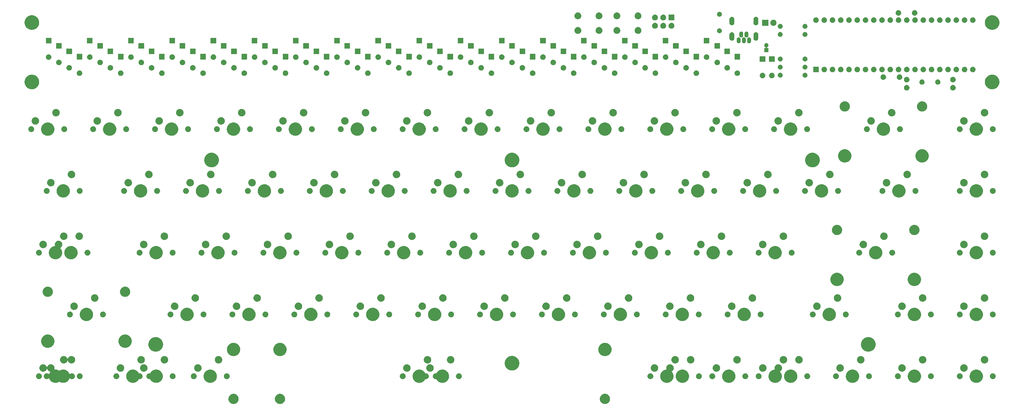
<source format=gbr>
G04 #@! TF.GenerationSoftware,KiCad,Pcbnew,(5.99.0-208-ga1d3f3486)*
G04 #@! TF.CreationDate,2019-11-19T11:23:27+07:00*
G04 #@! TF.ProjectId,discipline-pcb,64697363-6970-46c6-996e-652d7063622e,rev?*
G04 #@! TF.SameCoordinates,Original*
G04 #@! TF.FileFunction,Soldermask,Bot*
G04 #@! TF.FilePolarity,Negative*
%FSLAX46Y46*%
G04 Gerber Fmt 4.6, Leading zero omitted, Abs format (unit mm)*
G04 Created by KiCad (PCBNEW (5.99.0-208-ga1d3f3486)) date 2019-11-19 11:23:27*
%MOMM*%
%LPD*%
G04 APERTURE LIST*
%ADD10C,0.100000*%
G04 APERTURE END LIST*
D10*
G36*
X141598351Y-171637750D02*
G01*
X141654934Y-171635774D01*
X141723260Y-171644405D01*
X141786705Y-171647786D01*
X141843445Y-171659588D01*
X141906384Y-171667539D01*
X141965941Y-171685068D01*
X142021317Y-171696586D01*
X142082152Y-171719270D01*
X142149520Y-171739098D01*
X142199343Y-171762969D01*
X142245839Y-171780307D01*
X142308669Y-171815350D01*
X142378088Y-171848610D01*
X142417844Y-171876241D01*
X142455114Y-171897028D01*
X142517466Y-171945480D01*
X142586207Y-171993256D01*
X142616113Y-172022135D01*
X142644336Y-172044067D01*
X142703519Y-172106542D01*
X142768523Y-172169316D01*
X142789324Y-172197121D01*
X142809128Y-172218027D01*
X142862269Y-172294629D01*
X142920344Y-172372260D01*
X142933252Y-172396951D01*
X142945715Y-172414916D01*
X142989903Y-172505313D01*
X143037766Y-172596867D01*
X143044391Y-172616784D01*
X143050951Y-172630203D01*
X143083306Y-172733765D01*
X143117767Y-172837358D01*
X143120023Y-172851290D01*
X143122411Y-172858932D01*
X143140196Y-172975843D01*
X143158288Y-173087546D01*
X143155289Y-173373951D01*
X143148823Y-173409179D01*
X143148274Y-173427691D01*
X143127966Y-173522821D01*
X143109537Y-173623236D01*
X143102031Y-173644316D01*
X143098625Y-173660270D01*
X143060778Y-173760167D01*
X143024517Y-173861999D01*
X143017056Y-173875570D01*
X143013729Y-173884352D01*
X142956720Y-173985320D01*
X142902417Y-174084097D01*
X142897123Y-174090873D01*
X142895913Y-174093016D01*
X142809597Y-174202901D01*
X142746379Y-174283817D01*
X142663832Y-174360256D01*
X142573065Y-174445343D01*
X142568752Y-174448302D01*
X142560416Y-174456021D01*
X142467773Y-174517573D01*
X142375459Y-174580900D01*
X142364508Y-174586182D01*
X142349314Y-174596277D01*
X142253025Y-174639956D01*
X142159630Y-174685004D01*
X142141371Y-174690604D01*
X142118503Y-174700977D01*
X142022461Y-174727071D01*
X141930536Y-174755263D01*
X141904790Y-174759042D01*
X141873921Y-174767429D01*
X141781400Y-174777153D01*
X141693446Y-174790063D01*
X141660484Y-174789862D01*
X141621861Y-174793921D01*
X141535608Y-174789099D01*
X141453820Y-174788599D01*
X141414418Y-174782323D01*
X141368808Y-174779773D01*
X141290985Y-174762663D01*
X141217174Y-174750906D01*
X141172564Y-174736626D01*
X141121272Y-174725349D01*
X141053464Y-174698502D01*
X140988956Y-174677853D01*
X140940801Y-174653896D01*
X140885621Y-174632049D01*
X140828795Y-174598174D01*
X140774411Y-174571118D01*
X140724742Y-174536145D01*
X140667919Y-174502272D01*
X140622461Y-174464128D01*
X140578482Y-174433162D01*
X140529639Y-174386241D01*
X140473767Y-174339359D01*
X140439445Y-174299597D01*
X140405671Y-174267152D01*
X140360237Y-174207834D01*
X140308158Y-174147500D01*
X140284212Y-174108576D01*
X140259960Y-174076913D01*
X140220632Y-174005228D01*
X140175355Y-173931631D01*
X140160553Y-173895720D01*
X140144700Y-173866823D01*
X140114222Y-173783311D01*
X140078773Y-173697306D01*
X140071470Y-173666168D01*
X140062548Y-173641722D01*
X140043625Y-173547452D01*
X140020898Y-173450554D01*
X140019146Y-173425503D01*
X140015388Y-173406780D01*
X140010593Y-173303178D01*
X140003219Y-173197723D01*
X140004871Y-173179565D01*
X140004309Y-173167412D01*
X140016110Y-173056072D01*
X140026189Y-172945318D01*
X140029015Y-172934310D01*
X140029566Y-172929115D01*
X140061192Y-172808990D01*
X140089219Y-172699832D01*
X140130415Y-172605538D01*
X140185935Y-172477546D01*
X140187243Y-172475465D01*
X140190687Y-172467582D01*
X140251771Y-172372798D01*
X140313451Y-172274662D01*
X140319591Y-172267561D01*
X140327982Y-172254541D01*
X140400293Y-172174232D01*
X140470184Y-172093405D01*
X140482606Y-172082814D01*
X140497572Y-172066193D01*
X140577102Y-172002249D01*
X140652537Y-171937935D01*
X140672314Y-171925697D01*
X140695094Y-171907381D01*
X140778244Y-171860145D01*
X140856301Y-171811842D01*
X140884078Y-171800023D01*
X140915466Y-171782192D01*
X140998954Y-171751143D01*
X141076804Y-171718018D01*
X141112758Y-171708820D01*
X141153019Y-171693847D01*
X141233834Y-171677845D01*
X141308952Y-171658628D01*
X141352795Y-171654291D01*
X141401640Y-171644619D01*
X141477237Y-171641979D01*
X141547418Y-171635036D01*
X141598351Y-171637750D01*
X141598351Y-171637750D01*
G37*
G36*
X127309203Y-171637750D02*
G01*
X127365786Y-171635774D01*
X127434112Y-171644405D01*
X127497557Y-171647786D01*
X127554297Y-171659588D01*
X127617236Y-171667539D01*
X127676793Y-171685068D01*
X127732169Y-171696586D01*
X127793004Y-171719270D01*
X127860372Y-171739098D01*
X127910195Y-171762969D01*
X127956691Y-171780307D01*
X128019521Y-171815350D01*
X128088940Y-171848610D01*
X128128696Y-171876241D01*
X128165966Y-171897028D01*
X128228318Y-171945480D01*
X128297059Y-171993256D01*
X128326965Y-172022135D01*
X128355188Y-172044067D01*
X128414371Y-172106542D01*
X128479375Y-172169316D01*
X128500176Y-172197121D01*
X128519980Y-172218027D01*
X128573121Y-172294629D01*
X128631196Y-172372260D01*
X128644104Y-172396951D01*
X128656567Y-172414916D01*
X128700755Y-172505313D01*
X128748618Y-172596867D01*
X128755243Y-172616784D01*
X128761803Y-172630203D01*
X128794158Y-172733765D01*
X128828619Y-172837358D01*
X128830875Y-172851290D01*
X128833263Y-172858932D01*
X128851048Y-172975843D01*
X128869140Y-173087546D01*
X128866141Y-173373951D01*
X128859675Y-173409179D01*
X128859126Y-173427691D01*
X128838818Y-173522821D01*
X128820389Y-173623236D01*
X128812883Y-173644316D01*
X128809477Y-173660270D01*
X128771630Y-173760167D01*
X128735369Y-173861999D01*
X128727908Y-173875570D01*
X128724581Y-173884352D01*
X128667572Y-173985320D01*
X128613269Y-174084097D01*
X128607975Y-174090873D01*
X128606765Y-174093016D01*
X128520449Y-174202901D01*
X128457231Y-174283817D01*
X128374684Y-174360256D01*
X128283917Y-174445343D01*
X128279604Y-174448302D01*
X128271268Y-174456021D01*
X128178625Y-174517573D01*
X128086311Y-174580900D01*
X128075360Y-174586182D01*
X128060166Y-174596277D01*
X127963877Y-174639956D01*
X127870482Y-174685004D01*
X127852223Y-174690604D01*
X127829355Y-174700977D01*
X127733313Y-174727071D01*
X127641388Y-174755263D01*
X127615642Y-174759042D01*
X127584773Y-174767429D01*
X127492252Y-174777153D01*
X127404298Y-174790063D01*
X127371336Y-174789862D01*
X127332713Y-174793921D01*
X127246460Y-174789099D01*
X127164672Y-174788599D01*
X127125270Y-174782323D01*
X127079660Y-174779773D01*
X127001837Y-174762663D01*
X126928026Y-174750906D01*
X126883416Y-174736626D01*
X126832124Y-174725349D01*
X126764316Y-174698502D01*
X126699808Y-174677853D01*
X126651653Y-174653896D01*
X126596473Y-174632049D01*
X126539647Y-174598174D01*
X126485263Y-174571118D01*
X126435594Y-174536145D01*
X126378771Y-174502272D01*
X126333313Y-174464128D01*
X126289334Y-174433162D01*
X126240491Y-174386241D01*
X126184619Y-174339359D01*
X126150297Y-174299597D01*
X126116523Y-174267152D01*
X126071089Y-174207834D01*
X126019010Y-174147500D01*
X125995064Y-174108576D01*
X125970812Y-174076913D01*
X125931484Y-174005228D01*
X125886207Y-173931631D01*
X125871405Y-173895720D01*
X125855552Y-173866823D01*
X125825074Y-173783311D01*
X125789625Y-173697306D01*
X125782322Y-173666168D01*
X125773400Y-173641722D01*
X125754477Y-173547452D01*
X125731750Y-173450554D01*
X125729998Y-173425503D01*
X125726240Y-173406780D01*
X125721445Y-173303178D01*
X125714071Y-173197723D01*
X125715723Y-173179565D01*
X125715161Y-173167412D01*
X125726962Y-173056072D01*
X125737041Y-172945318D01*
X125739867Y-172934310D01*
X125740418Y-172929115D01*
X125772044Y-172808990D01*
X125800071Y-172699832D01*
X125841267Y-172605538D01*
X125896787Y-172477546D01*
X125898095Y-172475465D01*
X125901539Y-172467582D01*
X125962623Y-172372798D01*
X126024303Y-172274662D01*
X126030443Y-172267561D01*
X126038834Y-172254541D01*
X126111145Y-172174232D01*
X126181036Y-172093405D01*
X126193458Y-172082814D01*
X126208424Y-172066193D01*
X126287954Y-172002249D01*
X126363389Y-171937935D01*
X126383166Y-171925697D01*
X126405946Y-171907381D01*
X126489096Y-171860145D01*
X126567153Y-171811842D01*
X126594930Y-171800023D01*
X126626318Y-171782192D01*
X126709806Y-171751143D01*
X126787656Y-171718018D01*
X126823610Y-171708820D01*
X126863871Y-171693847D01*
X126944686Y-171677845D01*
X127019804Y-171658628D01*
X127063647Y-171654291D01*
X127112492Y-171644619D01*
X127188089Y-171641979D01*
X127258270Y-171635036D01*
X127309203Y-171637750D01*
X127309203Y-171637750D01*
G37*
G36*
X241604826Y-171637517D02*
G01*
X241654734Y-171635774D01*
X241657127Y-171636076D01*
X241665786Y-171635774D01*
X241734113Y-171644406D01*
X241797557Y-171647786D01*
X241854297Y-171659588D01*
X241917236Y-171667539D01*
X241976793Y-171685068D01*
X242032169Y-171696586D01*
X242093004Y-171719270D01*
X242160372Y-171739098D01*
X242210195Y-171762969D01*
X242256691Y-171780307D01*
X242319521Y-171815350D01*
X242388940Y-171848610D01*
X242428696Y-171876241D01*
X242465966Y-171897028D01*
X242528318Y-171945480D01*
X242597059Y-171993256D01*
X242626965Y-172022135D01*
X242655188Y-172044067D01*
X242714371Y-172106542D01*
X242779375Y-172169316D01*
X242800176Y-172197121D01*
X242819980Y-172218027D01*
X242873121Y-172294629D01*
X242931196Y-172372260D01*
X242944104Y-172396951D01*
X242956567Y-172414916D01*
X243000755Y-172505313D01*
X243048618Y-172596867D01*
X243055243Y-172616784D01*
X243061803Y-172630203D01*
X243094158Y-172733765D01*
X243128619Y-172837358D01*
X243130875Y-172851290D01*
X243133263Y-172858932D01*
X243151048Y-172975843D01*
X243169140Y-173087546D01*
X243166141Y-173373951D01*
X243159675Y-173409179D01*
X243159126Y-173427691D01*
X243138818Y-173522821D01*
X243120389Y-173623236D01*
X243112883Y-173644316D01*
X243109477Y-173660270D01*
X243071630Y-173760167D01*
X243035369Y-173861999D01*
X243027908Y-173875570D01*
X243024581Y-173884352D01*
X242967572Y-173985320D01*
X242913269Y-174084097D01*
X242907975Y-174090873D01*
X242906765Y-174093016D01*
X242820449Y-174202901D01*
X242757231Y-174283817D01*
X242674684Y-174360256D01*
X242583917Y-174445343D01*
X242579604Y-174448302D01*
X242571268Y-174456021D01*
X242478625Y-174517573D01*
X242386311Y-174580900D01*
X242375360Y-174586182D01*
X242360166Y-174596277D01*
X242263877Y-174639956D01*
X242170482Y-174685004D01*
X242152223Y-174690604D01*
X242129355Y-174700977D01*
X242033313Y-174727071D01*
X241941388Y-174755263D01*
X241915642Y-174759042D01*
X241884773Y-174767429D01*
X241792254Y-174777153D01*
X241704299Y-174790063D01*
X241703198Y-174790056D01*
X241702309Y-174790118D01*
X241670732Y-174789925D01*
X241632713Y-174793921D01*
X241625499Y-174793518D01*
X241621661Y-174793921D01*
X241535406Y-174789099D01*
X241453620Y-174788599D01*
X241414218Y-174782323D01*
X241368608Y-174779773D01*
X241290785Y-174762663D01*
X241216974Y-174750906D01*
X241172364Y-174736626D01*
X241121072Y-174725349D01*
X241053264Y-174698502D01*
X240988756Y-174677853D01*
X240940601Y-174653896D01*
X240885421Y-174632049D01*
X240828595Y-174598174D01*
X240774211Y-174571118D01*
X240724542Y-174536145D01*
X240667719Y-174502272D01*
X240622261Y-174464128D01*
X240578282Y-174433162D01*
X240529439Y-174386241D01*
X240473567Y-174339359D01*
X240439245Y-174299597D01*
X240405471Y-174267152D01*
X240360037Y-174207834D01*
X240307958Y-174147500D01*
X240284012Y-174108576D01*
X240259760Y-174076913D01*
X240220432Y-174005228D01*
X240175155Y-173931631D01*
X240160353Y-173895720D01*
X240144500Y-173866823D01*
X240114022Y-173783311D01*
X240078573Y-173697306D01*
X240071270Y-173666168D01*
X240062348Y-173641722D01*
X240043425Y-173547452D01*
X240020698Y-173450554D01*
X240018946Y-173425503D01*
X240015188Y-173406780D01*
X240010393Y-173303178D01*
X240003019Y-173197723D01*
X240004671Y-173179565D01*
X240004109Y-173167412D01*
X240015910Y-173056072D01*
X240025989Y-172945318D01*
X240028815Y-172934310D01*
X240029366Y-172929115D01*
X240060992Y-172808990D01*
X240089019Y-172699832D01*
X240130215Y-172605538D01*
X240185735Y-172477546D01*
X240187043Y-172475465D01*
X240190487Y-172467582D01*
X240251571Y-172372798D01*
X240313251Y-172274662D01*
X240319391Y-172267561D01*
X240327782Y-172254541D01*
X240400093Y-172174232D01*
X240469984Y-172093405D01*
X240482406Y-172082814D01*
X240497372Y-172066193D01*
X240576902Y-172002249D01*
X240652337Y-171937935D01*
X240672114Y-171925697D01*
X240694894Y-171907381D01*
X240778044Y-171860145D01*
X240856101Y-171811842D01*
X240883878Y-171800023D01*
X240915266Y-171782192D01*
X240998754Y-171751143D01*
X241076604Y-171718018D01*
X241112558Y-171708820D01*
X241152819Y-171693847D01*
X241233634Y-171677845D01*
X241308752Y-171658628D01*
X241352595Y-171654291D01*
X241401440Y-171644619D01*
X241477038Y-171641979D01*
X241549523Y-171634808D01*
X241552655Y-171634737D01*
X241604826Y-171637517D01*
X241604826Y-171637517D01*
G37*
G36*
X184555922Y-164180925D02*
G01*
X184659018Y-164184525D01*
X184697607Y-164191329D01*
X184733772Y-164193985D01*
X184836480Y-164215816D01*
X184941500Y-164234334D01*
X184975362Y-164245336D01*
X185007309Y-164252127D01*
X185109573Y-164288945D01*
X185214301Y-164322973D01*
X185243088Y-164337013D01*
X185270427Y-164346856D01*
X185370026Y-164398925D01*
X185472111Y-164448715D01*
X185495697Y-164464624D01*
X185518257Y-164476418D01*
X185612926Y-164543696D01*
X185709912Y-164609114D01*
X185728394Y-164625755D01*
X185746208Y-164638415D01*
X185833651Y-164720529D01*
X185923075Y-164801047D01*
X185936754Y-164817349D01*
X185950063Y-164829847D01*
X186028009Y-164926103D01*
X186107452Y-165020779D01*
X186116832Y-165035789D01*
X186126053Y-165047177D01*
X186192309Y-165156578D01*
X186259454Y-165264033D01*
X186260864Y-165267199D01*
X186309349Y-165311528D01*
X186387708Y-165322034D01*
X186399726Y-165319742D01*
X186438095Y-165320010D01*
X186481784Y-165315418D01*
X186531686Y-165320663D01*
X186576421Y-165320975D01*
X186620244Y-165329970D01*
X186670144Y-165335215D01*
X186711916Y-165348788D01*
X186749507Y-165356504D01*
X186796635Y-165376315D01*
X186850272Y-165393743D01*
X186882883Y-165412571D01*
X186912398Y-165424978D01*
X186960085Y-165457143D01*
X187014295Y-165488441D01*
X187037610Y-165509434D01*
X187058885Y-165523784D01*
X187103967Y-165569182D01*
X187155045Y-165615173D01*
X187169787Y-165635463D01*
X187183392Y-165649164D01*
X187222427Y-165707917D01*
X187266370Y-165768399D01*
X187274005Y-165785548D01*
X187281172Y-165796335D01*
X187310649Y-165867852D01*
X187343405Y-165941422D01*
X187345995Y-165953605D01*
X187348508Y-165959703D01*
X187365076Y-166043377D01*
X187382783Y-166126681D01*
X187382783Y-166316079D01*
X187379899Y-166329649D01*
X187379814Y-166335711D01*
X187361126Y-166417965D01*
X187343405Y-166501338D01*
X187340913Y-166506935D01*
X187340862Y-166507160D01*
X187268994Y-166668577D01*
X187268862Y-166668765D01*
X187266370Y-166674361D01*
X187216264Y-166743326D01*
X187167141Y-166812962D01*
X187162369Y-166817506D01*
X187155045Y-166827587D01*
X187095180Y-166881490D01*
X187039180Y-166934818D01*
X187028248Y-166941756D01*
X187014295Y-166954319D01*
X186949548Y-166991701D01*
X186889995Y-167029494D01*
X186871993Y-167036477D01*
X186850272Y-167049017D01*
X186784899Y-167070258D01*
X186725252Y-167093394D01*
X186699984Y-167097849D01*
X186670144Y-167107545D01*
X186607879Y-167114089D01*
X186551244Y-167124075D01*
X186519243Y-167123405D01*
X186481784Y-167127342D01*
X186425685Y-167121446D01*
X186374779Y-167120380D01*
X186306799Y-167138804D01*
X186261475Y-167189968D01*
X186259454Y-167194507D01*
X186253877Y-167203432D01*
X186250774Y-167210209D01*
X186177121Y-167326267D01*
X186107452Y-167437761D01*
X186102991Y-167443078D01*
X186100928Y-167446328D01*
X186006739Y-167557786D01*
X185923075Y-167657493D01*
X185920589Y-167659732D01*
X185920427Y-167659923D01*
X185712605Y-167847047D01*
X185712398Y-167847188D01*
X185709912Y-167849426D01*
X185602095Y-167922150D01*
X185481313Y-168004233D01*
X185477861Y-168005947D01*
X185472111Y-168009825D01*
X185354015Y-168067424D01*
X185230825Y-168128576D01*
X185223759Y-168130954D01*
X185214301Y-168135567D01*
X185091176Y-168175573D01*
X184965781Y-168217773D01*
X184954925Y-168219844D01*
X184941500Y-168224206D01*
X184816712Y-168246209D01*
X184691085Y-168270174D01*
X184676452Y-168270941D01*
X184659018Y-168274015D01*
X184535468Y-168278330D01*
X184411817Y-168284810D01*
X184393632Y-168283283D01*
X184372353Y-168284026D01*
X184252625Y-168271442D01*
X184133147Y-168261409D01*
X184111827Y-168256644D01*
X184087085Y-168254043D01*
X183973539Y-168225733D01*
X183860224Y-168200404D01*
X183836368Y-168191532D01*
X183808766Y-168184650D01*
X183703466Y-168142106D01*
X183598119Y-168102928D01*
X183572511Y-168089197D01*
X183542812Y-168077198D01*
X183447432Y-168022130D01*
X183351659Y-167970777D01*
X183325239Y-167951582D01*
X183294402Y-167933778D01*
X183210362Y-167868119D01*
X183125420Y-167806405D01*
X183099249Y-167781308D01*
X183068369Y-167757182D01*
X182996712Y-167682979D01*
X182923580Y-167612848D01*
X182898820Y-167581608D01*
X182869113Y-167550846D01*
X182810535Y-167470221D01*
X182749874Y-167393685D01*
X182727754Y-167356282D01*
X182700513Y-167318788D01*
X182655372Y-167233891D01*
X182607519Y-167152975D01*
X182589286Y-167109601D01*
X182565850Y-167065524D01*
X182534174Y-166978495D01*
X182499151Y-166895179D01*
X182486040Y-166846247D01*
X182467745Y-166795983D01*
X182449226Y-166708858D01*
X182426770Y-166625051D01*
X182419969Y-166571211D01*
X182408108Y-166515411D01*
X182402142Y-166430100D01*
X182391722Y-166347612D01*
X182392328Y-166289748D01*
X182388099Y-166229270D01*
X182393818Y-166147482D01*
X182394651Y-166067975D01*
X182403630Y-166007171D01*
X182408108Y-165943129D01*
X182424416Y-165866405D01*
X182435503Y-165791324D01*
X182453656Y-165728839D01*
X182467745Y-165662557D01*
X182493355Y-165592194D01*
X182513523Y-165522775D01*
X182541458Y-165460031D01*
X182565850Y-165393016D01*
X182599332Y-165330046D01*
X182627266Y-165267305D01*
X182665358Y-165205868D01*
X182700513Y-165139752D01*
X182740340Y-165084935D01*
X182774631Y-165029629D01*
X182823012Y-164971147D01*
X182869113Y-164907694D01*
X182913707Y-164861515D01*
X182952888Y-164814154D01*
X183011415Y-164760336D01*
X183068369Y-164701358D01*
X183116146Y-164664030D01*
X183158734Y-164624869D01*
X183226992Y-164577428D01*
X183294402Y-164524762D01*
X183343822Y-164496230D01*
X183388375Y-164465264D01*
X183465666Y-164425882D01*
X183542812Y-164381342D01*
X183592411Y-164361303D01*
X183637543Y-164338307D01*
X183722894Y-164308584D01*
X183808766Y-164273890D01*
X183857197Y-164261815D01*
X183901637Y-164246339D01*
X183993800Y-164227756D01*
X184087085Y-164204497D01*
X184133175Y-164199653D01*
X184175775Y-164191063D01*
X184273243Y-164184931D01*
X184372353Y-164174514D01*
X184415093Y-164176007D01*
X184454871Y-164173504D01*
X184555922Y-164180925D01*
X184555922Y-164180925D01*
G37*
G36*
X71112976Y-162524451D02*
G01*
X71136757Y-162523704D01*
X71215155Y-162535281D01*
X71296734Y-162543927D01*
X71319481Y-162550686D01*
X71340017Y-162553719D01*
X71417988Y-162579959D01*
X71499509Y-162604184D01*
X71517947Y-162613599D01*
X71534751Y-162619254D01*
X71609489Y-162660343D01*
X71687908Y-162700385D01*
X71701927Y-162711162D01*
X71714795Y-162718236D01*
X71783424Y-162773810D01*
X71855621Y-162829309D01*
X71865410Y-162840200D01*
X71874472Y-162847538D01*
X71934173Y-162916703D01*
X71997031Y-162986636D01*
X72003093Y-162996548D01*
X72008727Y-163003075D01*
X72056802Y-163084365D01*
X72107402Y-163167099D01*
X72110470Y-163175112D01*
X72113318Y-163179928D01*
X72147388Y-163271538D01*
X72183038Y-163364654D01*
X72184042Y-163370099D01*
X72184934Y-163372497D01*
X72202850Y-163472071D01*
X72221407Y-163572684D01*
X72214057Y-163844315D01*
X72190249Y-163943100D01*
X72170926Y-164025484D01*
X72174812Y-164095809D01*
X72216103Y-164152869D01*
X72300470Y-164178780D01*
X72328130Y-164177040D01*
X72427230Y-164166624D01*
X72469969Y-164168117D01*
X72509747Y-164165614D01*
X72610798Y-164173035D01*
X72713895Y-164176635D01*
X72752484Y-164183439D01*
X72788649Y-164186095D01*
X72891357Y-164207926D01*
X72996377Y-164226444D01*
X73030239Y-164237446D01*
X73062186Y-164244237D01*
X73164450Y-164281055D01*
X73269178Y-164315083D01*
X73297965Y-164329123D01*
X73325304Y-164338966D01*
X73424909Y-164391038D01*
X73526988Y-164440825D01*
X73550571Y-164456732D01*
X73573135Y-164468528D01*
X73615076Y-164498335D01*
X73681657Y-164521309D01*
X73750239Y-164501562D01*
X73779948Y-164484409D01*
X73824502Y-164453443D01*
X73901793Y-164414061D01*
X73978939Y-164369521D01*
X74028538Y-164349482D01*
X74073670Y-164326486D01*
X74159021Y-164296763D01*
X74244893Y-164262069D01*
X74293324Y-164249994D01*
X74337764Y-164234518D01*
X74429927Y-164215935D01*
X74523212Y-164192676D01*
X74569302Y-164187832D01*
X74611902Y-164179242D01*
X74709370Y-164173110D01*
X74808480Y-164162693D01*
X74851220Y-164164186D01*
X74890998Y-164161683D01*
X74992049Y-164169104D01*
X75095145Y-164172704D01*
X75133734Y-164179508D01*
X75169899Y-164182164D01*
X75272607Y-164203995D01*
X75377627Y-164222513D01*
X75411489Y-164233515D01*
X75443436Y-164240306D01*
X75545700Y-164277124D01*
X75650428Y-164311152D01*
X75679215Y-164325192D01*
X75706554Y-164335035D01*
X75806153Y-164387104D01*
X75908238Y-164436894D01*
X75931824Y-164452803D01*
X75954384Y-164464597D01*
X76049053Y-164531875D01*
X76146039Y-164597293D01*
X76164521Y-164613934D01*
X76182335Y-164626594D01*
X76269778Y-164708708D01*
X76359202Y-164789226D01*
X76372881Y-164805528D01*
X76386190Y-164818026D01*
X76464136Y-164914282D01*
X76543579Y-165008958D01*
X76552959Y-165023968D01*
X76562180Y-165035356D01*
X76628447Y-165144775D01*
X76695581Y-165252212D01*
X76701320Y-165265102D01*
X76707051Y-165274565D01*
X76759612Y-165396028D01*
X76801242Y-165489530D01*
X76843858Y-165540745D01*
X76911027Y-165561935D01*
X77000984Y-165526269D01*
X77011680Y-165515795D01*
X77027832Y-165505226D01*
X77046473Y-165488441D01*
X77106010Y-165454068D01*
X77159535Y-165419042D01*
X77183324Y-165409430D01*
X77210496Y-165393743D01*
X77270029Y-165374399D01*
X77323360Y-165352852D01*
X77354804Y-165346854D01*
X77390624Y-165335215D01*
X77446728Y-165329318D01*
X77496929Y-165319742D01*
X77535296Y-165320010D01*
X77578984Y-165315418D01*
X77628886Y-165320663D01*
X77673621Y-165320975D01*
X77717444Y-165329970D01*
X77767344Y-165335215D01*
X77809116Y-165348788D01*
X77846707Y-165356504D01*
X77893835Y-165376315D01*
X77947472Y-165393743D01*
X77980083Y-165412571D01*
X78009598Y-165424978D01*
X78057285Y-165457143D01*
X78111495Y-165488441D01*
X78134810Y-165509434D01*
X78156085Y-165523784D01*
X78201167Y-165569182D01*
X78252245Y-165615173D01*
X78266987Y-165635463D01*
X78280592Y-165649164D01*
X78319627Y-165707917D01*
X78363570Y-165768399D01*
X78371205Y-165785548D01*
X78378372Y-165796335D01*
X78407849Y-165867852D01*
X78440605Y-165941422D01*
X78443195Y-165953605D01*
X78445708Y-165959703D01*
X78462276Y-166043377D01*
X78479983Y-166126681D01*
X78479983Y-166316079D01*
X78477099Y-166329649D01*
X78477014Y-166335711D01*
X78458326Y-166417965D01*
X78440605Y-166501338D01*
X78438113Y-166506935D01*
X78438062Y-166507160D01*
X78366194Y-166668577D01*
X78366062Y-166668765D01*
X78363570Y-166674361D01*
X78313464Y-166743326D01*
X78264341Y-166812962D01*
X78259569Y-166817506D01*
X78252245Y-166827587D01*
X78192380Y-166881490D01*
X78136380Y-166934818D01*
X78125448Y-166941756D01*
X78111495Y-166954319D01*
X78046748Y-166991701D01*
X77987195Y-167029494D01*
X77969193Y-167036477D01*
X77947472Y-167049017D01*
X77882099Y-167070258D01*
X77822452Y-167093394D01*
X77797184Y-167097849D01*
X77767344Y-167107545D01*
X77705079Y-167114089D01*
X77648444Y-167124075D01*
X77616443Y-167123405D01*
X77578984Y-167127342D01*
X77522886Y-167121446D01*
X77471783Y-167120376D01*
X77434307Y-167112136D01*
X77390624Y-167107545D01*
X77342901Y-167092039D01*
X77299209Y-167082432D01*
X77258214Y-167064522D01*
X77210496Y-167049017D01*
X77172457Y-167027055D01*
X77137294Y-167011693D01*
X77095322Y-166982522D01*
X77046473Y-166954319D01*
X77018487Y-166929121D01*
X76983224Y-166904612D01*
X76916407Y-166882338D01*
X76848154Y-166899724D01*
X76798232Y-166955220D01*
X76748255Y-167064378D01*
X76695581Y-167182686D01*
X76690002Y-167191614D01*
X76686899Y-167198392D01*
X76613231Y-167314474D01*
X76543579Y-167425940D01*
X76539118Y-167431257D01*
X76537055Y-167434507D01*
X76442866Y-167545965D01*
X76359202Y-167645672D01*
X76356716Y-167647911D01*
X76356554Y-167648102D01*
X76148732Y-167835226D01*
X76148525Y-167835367D01*
X76146039Y-167837605D01*
X76038222Y-167910329D01*
X75917440Y-167992412D01*
X75913988Y-167994126D01*
X75908238Y-167998004D01*
X75790142Y-168055603D01*
X75666952Y-168116755D01*
X75659886Y-168119133D01*
X75650428Y-168123746D01*
X75527303Y-168163752D01*
X75401908Y-168205952D01*
X75391052Y-168208023D01*
X75377627Y-168212385D01*
X75252839Y-168234388D01*
X75127212Y-168258353D01*
X75112579Y-168259120D01*
X75095145Y-168262194D01*
X74971595Y-168266509D01*
X74847944Y-168272989D01*
X74829759Y-168271462D01*
X74808480Y-168272205D01*
X74688752Y-168259621D01*
X74569274Y-168249588D01*
X74547954Y-168244823D01*
X74523212Y-168242222D01*
X74409666Y-168213912D01*
X74296351Y-168188583D01*
X74272495Y-168179711D01*
X74244893Y-168172829D01*
X74139593Y-168130285D01*
X74034246Y-168091107D01*
X74008639Y-168077377D01*
X73978939Y-168065377D01*
X73883548Y-168010303D01*
X73787791Y-167958958D01*
X73763848Y-167941563D01*
X73697511Y-167917895D01*
X73620116Y-167939306D01*
X73536190Y-167996343D01*
X73532738Y-167998057D01*
X73526988Y-168001935D01*
X73408892Y-168059534D01*
X73285702Y-168120686D01*
X73278636Y-168123064D01*
X73269178Y-168127677D01*
X73146053Y-168167683D01*
X73020658Y-168209883D01*
X73009802Y-168211954D01*
X72996377Y-168216316D01*
X72871589Y-168238319D01*
X72745962Y-168262284D01*
X72731329Y-168263051D01*
X72713895Y-168266125D01*
X72590345Y-168270440D01*
X72466694Y-168276920D01*
X72448509Y-168275393D01*
X72427230Y-168276136D01*
X72307502Y-168263552D01*
X72188024Y-168253519D01*
X72166704Y-168248754D01*
X72141962Y-168246153D01*
X72028416Y-168217843D01*
X71915101Y-168192514D01*
X71891245Y-168183642D01*
X71863643Y-168176760D01*
X71758343Y-168134216D01*
X71652996Y-168095038D01*
X71627388Y-168081307D01*
X71597689Y-168069308D01*
X71502309Y-168014240D01*
X71406536Y-167962887D01*
X71380116Y-167943692D01*
X71349279Y-167925888D01*
X71265239Y-167860229D01*
X71180297Y-167798515D01*
X71154126Y-167773418D01*
X71123246Y-167749292D01*
X71051589Y-167675089D01*
X70978457Y-167604958D01*
X70953697Y-167573718D01*
X70923990Y-167542956D01*
X70865412Y-167462331D01*
X70804751Y-167385795D01*
X70782631Y-167348392D01*
X70755390Y-167310898D01*
X70710249Y-167226001D01*
X70662396Y-167145085D01*
X70644163Y-167101710D01*
X70620727Y-167057634D01*
X70589054Y-166970613D01*
X70581188Y-166951901D01*
X70536707Y-166897291D01*
X70469763Y-166875399D01*
X70379754Y-166909819D01*
X70357630Y-166930887D01*
X70346698Y-166937825D01*
X70332745Y-166950388D01*
X70267998Y-166987770D01*
X70208445Y-167025563D01*
X70190443Y-167032546D01*
X70168722Y-167045086D01*
X70103349Y-167066327D01*
X70043702Y-167089463D01*
X70018434Y-167093918D01*
X69988594Y-167103614D01*
X69926329Y-167110158D01*
X69869694Y-167120144D01*
X69837693Y-167119474D01*
X69800234Y-167123411D01*
X69744136Y-167117515D01*
X69693033Y-167116445D01*
X69655557Y-167108205D01*
X69611874Y-167103614D01*
X69564151Y-167088108D01*
X69520459Y-167078501D01*
X69479464Y-167060591D01*
X69431746Y-167045086D01*
X69393707Y-167023124D01*
X69358544Y-167007762D01*
X69316571Y-166978590D01*
X69267723Y-166950388D01*
X69239738Y-166925190D01*
X69213449Y-166906919D01*
X69173491Y-166865541D01*
X69126973Y-166823656D01*
X69108530Y-166798272D01*
X69090707Y-166779815D01*
X69056055Y-166726046D01*
X69015648Y-166670430D01*
X69005446Y-166647515D01*
X68994988Y-166631288D01*
X68969023Y-166565710D01*
X68938613Y-166497407D01*
X68934710Y-166479045D01*
X68929941Y-166467000D01*
X68915974Y-166390897D01*
X68899235Y-166312148D01*
X68899235Y-166299695D01*
X68898045Y-166293211D01*
X68899235Y-166207984D01*
X68899235Y-166122750D01*
X68900509Y-166116757D01*
X68900512Y-166116526D01*
X68937249Y-165943695D01*
X68937339Y-165943485D01*
X68938613Y-165937491D01*
X68973276Y-165859637D01*
X69006856Y-165781288D01*
X69010582Y-165775846D01*
X69015648Y-165764468D01*
X69062980Y-165699321D01*
X69106686Y-165635490D01*
X69115940Y-165626428D01*
X69126973Y-165611242D01*
X69182531Y-165561218D01*
X69232927Y-165511866D01*
X69249082Y-165501295D01*
X69267723Y-165484510D01*
X69327260Y-165450136D01*
X69380785Y-165415111D01*
X69404574Y-165405499D01*
X69431746Y-165389812D01*
X69491279Y-165370468D01*
X69544610Y-165348921D01*
X69576054Y-165342923D01*
X69611874Y-165331284D01*
X69667978Y-165325387D01*
X69718179Y-165315811D01*
X69756546Y-165316079D01*
X69800234Y-165311487D01*
X69850136Y-165316732D01*
X69894871Y-165317044D01*
X69938694Y-165326039D01*
X69988594Y-165331284D01*
X70030366Y-165344857D01*
X70067957Y-165352573D01*
X70115085Y-165372384D01*
X70168722Y-165389812D01*
X70201333Y-165408640D01*
X70230848Y-165421047D01*
X70278535Y-165453212D01*
X70332745Y-165484510D01*
X70356060Y-165505503D01*
X70377335Y-165519853D01*
X70379091Y-165521621D01*
X70383803Y-165524216D01*
X70387497Y-165526707D01*
X70387722Y-165526373D01*
X70440789Y-165555592D01*
X70511059Y-165550813D01*
X70581979Y-165484385D01*
X70596337Y-165452136D01*
X70620727Y-165385126D01*
X70654208Y-165322157D01*
X70682143Y-165259415D01*
X70720235Y-165197978D01*
X70755390Y-165131862D01*
X70795217Y-165077045D01*
X70829508Y-165021739D01*
X70852411Y-164994054D01*
X70880199Y-164929335D01*
X70868585Y-164859866D01*
X70821258Y-164807704D01*
X70814144Y-164804654D01*
X70814139Y-164804653D01*
X70742787Y-164781401D01*
X70673077Y-164762722D01*
X70645164Y-164749587D01*
X70613011Y-164739109D01*
X70549736Y-164704682D01*
X70487171Y-164675241D01*
X70459556Y-164655616D01*
X70427195Y-164638009D01*
X70373595Y-164594527D01*
X70319693Y-164556221D01*
X70293871Y-164529853D01*
X70262915Y-164504740D01*
X70220091Y-164454511D01*
X70175939Y-164409424D01*
X70153494Y-164376397D01*
X70125672Y-164343764D01*
X70094221Y-164289179D01*
X70060450Y-164239487D01*
X70042980Y-164200249D01*
X70020062Y-164160474D01*
X70000090Y-164103916D01*
X69994348Y-164091021D01*
X69948733Y-164037355D01*
X69881346Y-164016870D01*
X69813580Y-164036069D01*
X69766906Y-164090507D01*
X69742932Y-164144228D01*
X69704597Y-164232816D01*
X69700942Y-164238317D01*
X69697035Y-164247072D01*
X69642615Y-164326106D01*
X69590895Y-164403950D01*
X69584224Y-164410906D01*
X69577066Y-164421302D01*
X69511244Y-164487009D01*
X69448688Y-164552242D01*
X69438435Y-164559691D01*
X69427355Y-164570752D01*
X69353100Y-164621691D01*
X69282464Y-164673011D01*
X69268327Y-164679845D01*
X69252916Y-164690417D01*
X69173346Y-164725761D01*
X69097477Y-164762437D01*
X69079434Y-164767475D01*
X69059590Y-164776289D01*
X68977846Y-164795838D01*
X68899586Y-164817689D01*
X68877915Y-164819737D01*
X68853853Y-164825492D01*
X68772905Y-164829664D01*
X68695038Y-164837024D01*
X68670333Y-164834949D01*
X68642594Y-164836379D01*
X68565205Y-164826122D01*
X68490292Y-164819831D01*
X68463420Y-164812631D01*
X68432889Y-164808584D01*
X68361535Y-164785331D01*
X68291827Y-164766653D01*
X68263914Y-164753518D01*
X68231761Y-164743040D01*
X68168486Y-164708613D01*
X68105921Y-164679172D01*
X68078306Y-164659547D01*
X68045945Y-164641940D01*
X67992345Y-164598458D01*
X67938443Y-164560152D01*
X67912621Y-164533784D01*
X67881665Y-164508671D01*
X67838841Y-164458442D01*
X67794689Y-164413355D01*
X67772244Y-164380328D01*
X67744422Y-164347695D01*
X67712971Y-164293110D01*
X67679200Y-164243418D01*
X67661730Y-164204180D01*
X67638812Y-164164405D01*
X67618838Y-164107844D01*
X67595631Y-164055720D01*
X67584664Y-164011070D01*
X67568373Y-163964938D01*
X67559510Y-163908663D01*
X67546620Y-163856184D01*
X67543544Y-163807283D01*
X67535463Y-163755975D01*
X67536923Y-163702037D01*
X67533720Y-163651132D01*
X67539698Y-163599465D01*
X67541185Y-163544513D01*
X67551821Y-163494688D01*
X67557336Y-163447024D01*
X67573242Y-163394340D01*
X67585347Y-163337635D01*
X67603725Y-163293375D01*
X67616720Y-163250335D01*
X67643076Y-163198609D01*
X67666470Y-163142270D01*
X67690963Y-163104626D01*
X67710000Y-163067264D01*
X67746922Y-163018620D01*
X67781837Y-162964959D01*
X67810696Y-162934601D01*
X67834221Y-162903608D01*
X67881399Y-162860226D01*
X67927585Y-162811641D01*
X67959052Y-162788821D01*
X67985466Y-162764532D01*
X68042133Y-162728570D01*
X68098832Y-162687451D01*
X68131191Y-162672051D01*
X68158940Y-162654441D01*
X68223890Y-162627935D01*
X68289843Y-162596548D01*
X68321544Y-162588083D01*
X68349176Y-162576807D01*
X68420757Y-162561592D01*
X68494222Y-162541976D01*
X68523917Y-162539665D01*
X68550146Y-162534090D01*
X68626321Y-162531696D01*
X68705123Y-162525563D01*
X68731726Y-162528382D01*
X68755507Y-162527635D01*
X68833905Y-162539212D01*
X68915484Y-162547858D01*
X68938231Y-162554617D01*
X68958767Y-162557650D01*
X69036738Y-162583890D01*
X69118259Y-162608115D01*
X69136697Y-162617530D01*
X69153501Y-162623185D01*
X69228239Y-162664274D01*
X69306658Y-162704316D01*
X69320677Y-162715093D01*
X69333545Y-162722167D01*
X69402174Y-162777741D01*
X69474371Y-162833240D01*
X69484160Y-162844131D01*
X69493222Y-162851469D01*
X69552923Y-162920634D01*
X69615781Y-162990567D01*
X69621843Y-163000479D01*
X69627477Y-163007006D01*
X69675552Y-163088296D01*
X69726152Y-163171030D01*
X69729220Y-163179043D01*
X69732068Y-163183859D01*
X69759780Y-163258374D01*
X69801935Y-163314799D01*
X69867903Y-163339475D01*
X69936740Y-163324569D01*
X69992409Y-163256089D01*
X69992906Y-163256342D01*
X69994086Y-163254026D01*
X69996603Y-163250930D01*
X69997969Y-163246405D01*
X70024327Y-163194674D01*
X70047720Y-163138339D01*
X70072212Y-163100696D01*
X70091250Y-163063333D01*
X70128172Y-163014689D01*
X70163087Y-162961028D01*
X70191946Y-162930670D01*
X70215471Y-162899677D01*
X70262649Y-162856295D01*
X70308835Y-162807710D01*
X70340302Y-162784890D01*
X70366716Y-162760601D01*
X70423383Y-162724639D01*
X70480082Y-162683520D01*
X70512441Y-162668120D01*
X70540190Y-162650510D01*
X70605140Y-162624004D01*
X70671093Y-162592617D01*
X70702794Y-162584152D01*
X70730426Y-162572876D01*
X70802007Y-162557661D01*
X70875472Y-162538045D01*
X70905167Y-162535734D01*
X70931396Y-162530159D01*
X71007571Y-162527765D01*
X71086373Y-162521632D01*
X71112976Y-162524451D01*
X71112976Y-162524451D01*
G37*
G36*
X261653212Y-162528382D02*
G01*
X261676993Y-162527635D01*
X261755391Y-162539212D01*
X261836970Y-162547858D01*
X261859717Y-162554617D01*
X261880253Y-162557650D01*
X261958224Y-162583890D01*
X262039745Y-162608115D01*
X262058183Y-162617530D01*
X262074987Y-162623185D01*
X262149725Y-162664274D01*
X262228144Y-162704316D01*
X262242163Y-162715093D01*
X262255031Y-162722167D01*
X262323660Y-162777741D01*
X262395857Y-162833240D01*
X262405646Y-162844131D01*
X262414708Y-162851469D01*
X262474409Y-162920634D01*
X262537267Y-162990567D01*
X262543329Y-163000479D01*
X262548963Y-163007006D01*
X262597038Y-163088296D01*
X262647638Y-163171030D01*
X262650706Y-163179043D01*
X262653554Y-163183859D01*
X262687624Y-163275469D01*
X262723274Y-163368585D01*
X262724278Y-163374030D01*
X262725170Y-163376428D01*
X262743086Y-163476002D01*
X262761643Y-163576615D01*
X262754293Y-163848246D01*
X262730488Y-163947018D01*
X262707684Y-164044244D01*
X262706268Y-164047517D01*
X262704730Y-164053897D01*
X262664424Y-164144214D01*
X262626083Y-164232816D01*
X262622428Y-164238317D01*
X262618521Y-164247072D01*
X262564101Y-164326106D01*
X262512381Y-164403950D01*
X262505710Y-164410906D01*
X262498552Y-164421302D01*
X262432730Y-164487009D01*
X262370174Y-164552242D01*
X262359921Y-164559691D01*
X262348841Y-164570752D01*
X262274575Y-164621698D01*
X262202735Y-164673893D01*
X262159726Y-164729668D01*
X262153699Y-164799843D01*
X262179065Y-164853683D01*
X262231317Y-164918209D01*
X262310763Y-165012889D01*
X262320143Y-165027900D01*
X262329364Y-165039287D01*
X262395626Y-165148698D01*
X262462765Y-165256143D01*
X262468505Y-165269036D01*
X262474231Y-165278490D01*
X262526742Y-165399837D01*
X262579434Y-165518184D01*
X262582339Y-165528314D01*
X262585296Y-165535148D01*
X262622262Y-165667543D01*
X262658497Y-165793912D01*
X262659462Y-165800780D01*
X262660499Y-165804493D01*
X262680310Y-165949117D01*
X262698418Y-166077960D01*
X262698418Y-166364800D01*
X262695145Y-166388090D01*
X262694970Y-166404778D01*
X262675701Y-166526440D01*
X262658497Y-166648848D01*
X262653618Y-166665862D01*
X262651326Y-166680335D01*
X262614361Y-166802770D01*
X262579434Y-166924576D01*
X262573693Y-166937472D01*
X262570499Y-166948049D01*
X262515438Y-167068313D01*
X262462765Y-167186617D01*
X262457186Y-167195545D01*
X262454083Y-167202323D01*
X262380415Y-167318405D01*
X262310763Y-167429871D01*
X262306302Y-167435188D01*
X262304239Y-167438438D01*
X262210050Y-167549896D01*
X262126386Y-167649603D01*
X262123900Y-167651842D01*
X262123738Y-167652033D01*
X261915916Y-167839157D01*
X261915709Y-167839298D01*
X261913223Y-167841536D01*
X261805406Y-167914260D01*
X261684624Y-167996343D01*
X261681172Y-167998057D01*
X261675422Y-168001935D01*
X261557326Y-168059534D01*
X261434136Y-168120686D01*
X261427070Y-168123064D01*
X261417612Y-168127677D01*
X261294487Y-168167683D01*
X261169092Y-168209883D01*
X261158236Y-168211954D01*
X261144811Y-168216316D01*
X261020023Y-168238319D01*
X260894396Y-168262284D01*
X260879763Y-168263051D01*
X260862329Y-168266125D01*
X260738779Y-168270440D01*
X260615128Y-168276920D01*
X260596943Y-168275393D01*
X260575664Y-168276136D01*
X260455936Y-168263552D01*
X260336458Y-168253519D01*
X260315138Y-168248754D01*
X260290396Y-168246153D01*
X260176850Y-168217843D01*
X260063535Y-168192514D01*
X260039679Y-168183642D01*
X260012077Y-168176760D01*
X259906777Y-168134216D01*
X259801430Y-168095038D01*
X259775822Y-168081307D01*
X259746123Y-168069308D01*
X259650743Y-168014240D01*
X259554970Y-167962887D01*
X259528550Y-167943692D01*
X259497713Y-167925888D01*
X259413673Y-167860229D01*
X259328731Y-167798515D01*
X259302560Y-167773418D01*
X259271680Y-167749292D01*
X259200023Y-167675089D01*
X259126891Y-167604958D01*
X259102131Y-167573718D01*
X259072424Y-167542956D01*
X259013846Y-167462331D01*
X258953185Y-167385795D01*
X258931065Y-167348392D01*
X258903824Y-167310898D01*
X258858683Y-167226001D01*
X258810830Y-167145085D01*
X258792597Y-167101711D01*
X258769161Y-167057634D01*
X258737485Y-166970605D01*
X258702462Y-166887289D01*
X258689351Y-166838357D01*
X258671056Y-166788093D01*
X258652537Y-166700968D01*
X258630081Y-166617161D01*
X258623280Y-166563321D01*
X258611419Y-166507521D01*
X258605453Y-166422210D01*
X258595033Y-166339722D01*
X258595639Y-166281858D01*
X258591410Y-166221380D01*
X258597129Y-166139592D01*
X258597962Y-166060085D01*
X258606941Y-165999281D01*
X258611419Y-165935239D01*
X258627727Y-165858515D01*
X258638814Y-165783434D01*
X258656967Y-165720949D01*
X258671056Y-165654667D01*
X258696666Y-165584304D01*
X258716834Y-165514885D01*
X258744769Y-165452141D01*
X258769161Y-165385126D01*
X258802643Y-165322156D01*
X258830577Y-165259415D01*
X258868669Y-165197978D01*
X258903824Y-165131862D01*
X258943651Y-165077045D01*
X258977942Y-165021739D01*
X259026323Y-164963257D01*
X259072424Y-164899804D01*
X259117018Y-164853625D01*
X259156199Y-164806264D01*
X259214726Y-164752446D01*
X259271680Y-164693468D01*
X259319457Y-164656140D01*
X259362045Y-164616979D01*
X259430303Y-164569538D01*
X259497713Y-164516872D01*
X259547133Y-164488340D01*
X259591686Y-164457374D01*
X259668977Y-164417992D01*
X259746123Y-164373452D01*
X259795722Y-164353413D01*
X259840854Y-164330417D01*
X259926205Y-164300694D01*
X260012077Y-164266000D01*
X260060508Y-164253925D01*
X260104948Y-164238449D01*
X260197110Y-164219866D01*
X260290396Y-164196607D01*
X260336487Y-164191763D01*
X260379087Y-164183173D01*
X260396644Y-164182068D01*
X260462844Y-164158021D01*
X260505534Y-164102000D01*
X260510186Y-164027499D01*
X260506152Y-164011077D01*
X260489859Y-163964938D01*
X260480995Y-163908658D01*
X260468106Y-163856183D01*
X260465030Y-163807283D01*
X260456949Y-163755975D01*
X260458409Y-163702037D01*
X260455206Y-163651132D01*
X260461184Y-163599465D01*
X260462671Y-163544513D01*
X260473307Y-163494688D01*
X260478822Y-163447024D01*
X260494728Y-163394340D01*
X260506833Y-163337635D01*
X260525211Y-163293375D01*
X260538206Y-163250335D01*
X260564562Y-163198609D01*
X260587956Y-163142270D01*
X260612449Y-163104626D01*
X260631486Y-163067264D01*
X260668408Y-163018620D01*
X260703323Y-162964959D01*
X260732182Y-162934601D01*
X260755707Y-162903608D01*
X260802885Y-162860226D01*
X260849071Y-162811641D01*
X260880538Y-162788821D01*
X260906952Y-162764532D01*
X260963619Y-162728570D01*
X261020318Y-162687451D01*
X261052677Y-162672051D01*
X261080426Y-162654441D01*
X261145376Y-162627935D01*
X261211329Y-162596548D01*
X261243030Y-162588083D01*
X261270662Y-162576807D01*
X261342243Y-162561592D01*
X261415708Y-162541976D01*
X261445403Y-162539665D01*
X261471632Y-162534090D01*
X261547807Y-162531696D01*
X261626609Y-162525563D01*
X261653212Y-162528382D01*
X261653212Y-162528382D01*
G37*
G36*
X191673599Y-164173035D02*
G01*
X191776695Y-164176635D01*
X191815284Y-164183439D01*
X191851449Y-164186095D01*
X191954157Y-164207926D01*
X192059177Y-164226444D01*
X192093039Y-164237446D01*
X192124986Y-164244237D01*
X192227250Y-164281055D01*
X192331978Y-164315083D01*
X192360765Y-164329123D01*
X192388104Y-164338966D01*
X192487703Y-164391035D01*
X192589788Y-164440825D01*
X192613374Y-164456734D01*
X192635934Y-164468528D01*
X192730603Y-164535806D01*
X192827589Y-164601224D01*
X192846071Y-164617865D01*
X192863885Y-164630525D01*
X192951328Y-164712639D01*
X193040752Y-164793157D01*
X193054431Y-164809459D01*
X193067740Y-164821957D01*
X193145686Y-164918213D01*
X193225129Y-165012889D01*
X193234509Y-165027899D01*
X193243730Y-165039287D01*
X193309992Y-165148698D01*
X193377131Y-165256143D01*
X193382871Y-165269036D01*
X193388597Y-165278490D01*
X193441108Y-165399837D01*
X193493800Y-165518184D01*
X193496705Y-165528314D01*
X193499662Y-165535148D01*
X193536628Y-165667543D01*
X193572863Y-165793912D01*
X193573828Y-165800780D01*
X193574865Y-165804493D01*
X193594676Y-165949117D01*
X193612784Y-166077960D01*
X193612784Y-166364800D01*
X193609511Y-166388090D01*
X193609336Y-166404778D01*
X193590067Y-166526440D01*
X193572863Y-166648848D01*
X193567984Y-166665862D01*
X193565692Y-166680335D01*
X193528727Y-166802770D01*
X193493800Y-166924576D01*
X193488059Y-166937472D01*
X193484865Y-166948049D01*
X193429804Y-167068313D01*
X193377131Y-167186617D01*
X193371552Y-167195545D01*
X193368449Y-167202323D01*
X193294781Y-167318405D01*
X193225129Y-167429871D01*
X193220668Y-167435188D01*
X193218605Y-167438438D01*
X193124416Y-167549896D01*
X193040752Y-167649603D01*
X193038266Y-167651842D01*
X193038104Y-167652033D01*
X192830282Y-167839157D01*
X192830075Y-167839298D01*
X192827589Y-167841536D01*
X192719772Y-167914260D01*
X192598990Y-167996343D01*
X192595538Y-167998057D01*
X192589788Y-168001935D01*
X192471692Y-168059534D01*
X192348502Y-168120686D01*
X192341436Y-168123064D01*
X192331978Y-168127677D01*
X192208853Y-168167683D01*
X192083458Y-168209883D01*
X192072602Y-168211954D01*
X192059177Y-168216316D01*
X191934389Y-168238319D01*
X191808762Y-168262284D01*
X191794129Y-168263051D01*
X191776695Y-168266125D01*
X191653145Y-168270440D01*
X191529494Y-168276920D01*
X191511309Y-168275393D01*
X191490030Y-168276136D01*
X191370302Y-168263552D01*
X191250824Y-168253519D01*
X191229504Y-168248754D01*
X191204762Y-168246153D01*
X191091216Y-168217843D01*
X190977901Y-168192514D01*
X190954045Y-168183642D01*
X190926443Y-168176760D01*
X190821143Y-168134216D01*
X190715796Y-168095038D01*
X190690188Y-168081307D01*
X190660489Y-168069308D01*
X190565109Y-168014240D01*
X190469336Y-167962887D01*
X190442916Y-167943692D01*
X190412079Y-167925888D01*
X190328039Y-167860229D01*
X190243097Y-167798515D01*
X190216926Y-167773418D01*
X190186046Y-167749292D01*
X190114389Y-167675089D01*
X190041257Y-167604958D01*
X190016496Y-167573718D01*
X189986790Y-167542956D01*
X189928217Y-167462337D01*
X189867548Y-167385792D01*
X189845425Y-167348384D01*
X189818190Y-167310898D01*
X189773053Y-167226009D01*
X189749799Y-167186687D01*
X189698319Y-167138619D01*
X189620501Y-167127216D01*
X189593566Y-167131965D01*
X189561566Y-167131295D01*
X189524107Y-167135232D01*
X189468009Y-167129336D01*
X189416906Y-167128266D01*
X189379430Y-167120026D01*
X189335747Y-167115435D01*
X189288024Y-167099929D01*
X189244332Y-167090322D01*
X189203337Y-167072412D01*
X189155619Y-167056907D01*
X189117580Y-167034945D01*
X189082417Y-167019583D01*
X189040444Y-166990411D01*
X188991596Y-166962209D01*
X188963611Y-166937011D01*
X188937322Y-166918740D01*
X188897364Y-166877362D01*
X188850846Y-166835477D01*
X188832403Y-166810093D01*
X188814580Y-166791636D01*
X188779928Y-166737867D01*
X188739521Y-166682251D01*
X188729319Y-166659336D01*
X188718861Y-166643109D01*
X188692896Y-166577531D01*
X188662486Y-166509228D01*
X188658583Y-166490866D01*
X188653814Y-166478821D01*
X188639847Y-166402718D01*
X188623108Y-166323969D01*
X188623108Y-166311516D01*
X188621918Y-166305032D01*
X188623108Y-166219805D01*
X188623108Y-166134571D01*
X188624382Y-166128578D01*
X188624385Y-166128347D01*
X188661122Y-165955516D01*
X188661212Y-165955306D01*
X188662486Y-165949312D01*
X188697149Y-165871458D01*
X188730729Y-165793109D01*
X188734455Y-165787667D01*
X188739521Y-165776289D01*
X188786853Y-165711142D01*
X188830559Y-165647311D01*
X188839813Y-165638249D01*
X188850846Y-165623063D01*
X188906404Y-165573039D01*
X188956800Y-165523687D01*
X188972955Y-165513116D01*
X188991596Y-165496331D01*
X189051133Y-165461957D01*
X189104658Y-165426932D01*
X189128447Y-165417320D01*
X189155619Y-165401633D01*
X189215152Y-165382289D01*
X189268483Y-165360742D01*
X189299927Y-165354744D01*
X189335747Y-165343105D01*
X189391851Y-165337208D01*
X189442052Y-165327632D01*
X189480418Y-165327900D01*
X189524107Y-165323308D01*
X189574013Y-165328553D01*
X189630999Y-165328951D01*
X189631029Y-165324623D01*
X189677773Y-165320732D01*
X189736930Y-165264470D01*
X189740454Y-165266655D01*
X189783036Y-165197978D01*
X189818190Y-165131862D01*
X189858017Y-165077045D01*
X189892308Y-165021739D01*
X189940689Y-164963257D01*
X189986790Y-164899804D01*
X190031384Y-164853625D01*
X190070565Y-164806264D01*
X190129092Y-164752446D01*
X190186046Y-164693468D01*
X190233823Y-164656140D01*
X190276411Y-164616979D01*
X190344669Y-164569538D01*
X190412079Y-164516872D01*
X190461499Y-164488340D01*
X190506052Y-164457374D01*
X190583343Y-164417992D01*
X190660489Y-164373452D01*
X190710088Y-164353413D01*
X190755220Y-164330417D01*
X190840571Y-164300694D01*
X190926443Y-164266000D01*
X190974874Y-164253925D01*
X191019314Y-164238449D01*
X191111477Y-164219866D01*
X191204762Y-164196607D01*
X191250852Y-164191763D01*
X191293452Y-164183173D01*
X191390920Y-164177041D01*
X191490030Y-164166624D01*
X191532770Y-164168117D01*
X191572548Y-164165614D01*
X191673599Y-164173035D01*
X191673599Y-164173035D01*
G37*
G36*
X265532285Y-164173035D02*
G01*
X265635381Y-164176635D01*
X265673970Y-164183439D01*
X265710135Y-164186095D01*
X265812843Y-164207926D01*
X265917863Y-164226444D01*
X265951725Y-164237446D01*
X265983672Y-164244237D01*
X266085936Y-164281055D01*
X266190664Y-164315083D01*
X266219451Y-164329123D01*
X266246790Y-164338966D01*
X266346389Y-164391035D01*
X266448474Y-164440825D01*
X266472060Y-164456734D01*
X266494620Y-164468528D01*
X266589289Y-164535806D01*
X266686275Y-164601224D01*
X266704757Y-164617865D01*
X266722571Y-164630525D01*
X266810014Y-164712639D01*
X266899438Y-164793157D01*
X266913117Y-164809459D01*
X266926426Y-164821957D01*
X267004372Y-164918213D01*
X267083815Y-165012889D01*
X267093195Y-165027899D01*
X267102416Y-165039287D01*
X267168678Y-165148698D01*
X267235817Y-165256143D01*
X267241557Y-165269036D01*
X267247283Y-165278490D01*
X267299794Y-165399837D01*
X267352486Y-165518184D01*
X267355391Y-165528314D01*
X267358348Y-165535148D01*
X267395314Y-165667543D01*
X267431549Y-165793912D01*
X267432514Y-165800780D01*
X267433551Y-165804493D01*
X267453362Y-165949117D01*
X267471470Y-166077960D01*
X267471470Y-166364800D01*
X267468197Y-166388090D01*
X267468022Y-166404778D01*
X267448753Y-166526440D01*
X267431549Y-166648848D01*
X267426670Y-166665862D01*
X267424378Y-166680335D01*
X267387413Y-166802770D01*
X267352486Y-166924576D01*
X267346745Y-166937472D01*
X267343551Y-166948049D01*
X267288490Y-167068313D01*
X267235817Y-167186617D01*
X267230238Y-167195545D01*
X267227135Y-167202323D01*
X267153467Y-167318405D01*
X267083815Y-167429871D01*
X267079354Y-167435188D01*
X267077291Y-167438438D01*
X266983102Y-167549896D01*
X266899438Y-167649603D01*
X266896952Y-167651842D01*
X266896790Y-167652033D01*
X266688968Y-167839157D01*
X266688761Y-167839298D01*
X266686275Y-167841536D01*
X266578458Y-167914260D01*
X266457676Y-167996343D01*
X266454224Y-167998057D01*
X266448474Y-168001935D01*
X266330378Y-168059534D01*
X266207188Y-168120686D01*
X266200122Y-168123064D01*
X266190664Y-168127677D01*
X266067539Y-168167683D01*
X265942144Y-168209883D01*
X265931288Y-168211954D01*
X265917863Y-168216316D01*
X265793075Y-168238319D01*
X265667448Y-168262284D01*
X265652815Y-168263051D01*
X265635381Y-168266125D01*
X265511831Y-168270440D01*
X265388180Y-168276920D01*
X265369995Y-168275393D01*
X265348716Y-168276136D01*
X265228988Y-168263552D01*
X265109510Y-168253519D01*
X265088190Y-168248754D01*
X265063448Y-168246153D01*
X264949902Y-168217843D01*
X264836587Y-168192514D01*
X264812731Y-168183642D01*
X264785129Y-168176760D01*
X264679829Y-168134216D01*
X264574482Y-168095038D01*
X264548874Y-168081307D01*
X264519175Y-168069308D01*
X264423795Y-168014240D01*
X264328022Y-167962887D01*
X264301602Y-167943692D01*
X264270765Y-167925888D01*
X264186725Y-167860229D01*
X264101783Y-167798515D01*
X264075612Y-167773418D01*
X264044732Y-167749292D01*
X263973075Y-167675089D01*
X263899943Y-167604958D01*
X263875183Y-167573718D01*
X263845476Y-167542956D01*
X263786898Y-167462331D01*
X263726237Y-167385795D01*
X263704117Y-167348392D01*
X263676876Y-167310898D01*
X263631735Y-167226001D01*
X263583882Y-167145085D01*
X263565649Y-167101711D01*
X263542213Y-167057634D01*
X263510537Y-166970605D01*
X263475514Y-166887289D01*
X263462403Y-166838357D01*
X263444108Y-166788093D01*
X263425589Y-166700968D01*
X263403133Y-166617161D01*
X263396332Y-166563321D01*
X263384471Y-166507521D01*
X263378505Y-166422210D01*
X263368085Y-166339722D01*
X263368691Y-166281858D01*
X263364462Y-166221380D01*
X263370181Y-166139592D01*
X263371014Y-166060085D01*
X263379993Y-165999281D01*
X263384471Y-165935239D01*
X263400779Y-165858515D01*
X263411866Y-165783434D01*
X263430019Y-165720949D01*
X263444108Y-165654667D01*
X263469718Y-165584304D01*
X263489886Y-165514885D01*
X263517821Y-165452141D01*
X263542213Y-165385126D01*
X263575695Y-165322156D01*
X263603629Y-165259415D01*
X263641721Y-165197978D01*
X263676876Y-165131862D01*
X263716703Y-165077045D01*
X263750994Y-165021739D01*
X263799375Y-164963257D01*
X263845476Y-164899804D01*
X263890070Y-164853625D01*
X263929251Y-164806264D01*
X263987778Y-164752446D01*
X264044732Y-164693468D01*
X264092509Y-164656140D01*
X264135097Y-164616979D01*
X264203355Y-164569538D01*
X264270765Y-164516872D01*
X264320185Y-164488340D01*
X264364738Y-164457374D01*
X264442029Y-164417992D01*
X264519175Y-164373452D01*
X264568774Y-164353413D01*
X264613906Y-164330417D01*
X264699257Y-164300694D01*
X264785129Y-164266000D01*
X264833560Y-164253925D01*
X264878000Y-164238449D01*
X264970163Y-164219866D01*
X265063448Y-164196607D01*
X265109538Y-164191763D01*
X265152138Y-164183173D01*
X265249606Y-164177041D01*
X265348716Y-164166624D01*
X265391456Y-164168117D01*
X265431234Y-164165614D01*
X265532285Y-164173035D01*
X265532285Y-164173035D01*
G37*
G36*
X120235799Y-164173035D02*
G01*
X120338895Y-164176635D01*
X120377484Y-164183439D01*
X120413649Y-164186095D01*
X120516357Y-164207926D01*
X120621377Y-164226444D01*
X120655239Y-164237446D01*
X120687186Y-164244237D01*
X120789450Y-164281055D01*
X120894178Y-164315083D01*
X120922965Y-164329123D01*
X120950304Y-164338966D01*
X121049903Y-164391035D01*
X121151988Y-164440825D01*
X121175574Y-164456734D01*
X121198134Y-164468528D01*
X121292803Y-164535806D01*
X121389789Y-164601224D01*
X121408271Y-164617865D01*
X121426085Y-164630525D01*
X121513528Y-164712639D01*
X121602952Y-164793157D01*
X121616631Y-164809459D01*
X121629940Y-164821957D01*
X121707886Y-164918213D01*
X121787329Y-165012889D01*
X121796709Y-165027899D01*
X121805930Y-165039287D01*
X121872192Y-165148698D01*
X121939331Y-165256143D01*
X121945071Y-165269036D01*
X121950797Y-165278490D01*
X122003308Y-165399837D01*
X122056000Y-165518184D01*
X122058905Y-165528314D01*
X122061862Y-165535148D01*
X122098828Y-165667543D01*
X122135063Y-165793912D01*
X122136028Y-165800780D01*
X122137065Y-165804493D01*
X122156876Y-165949117D01*
X122174984Y-166077960D01*
X122174984Y-166364800D01*
X122171711Y-166388090D01*
X122171536Y-166404778D01*
X122152267Y-166526440D01*
X122135063Y-166648848D01*
X122130184Y-166665862D01*
X122127892Y-166680335D01*
X122090927Y-166802770D01*
X122056000Y-166924576D01*
X122050259Y-166937472D01*
X122047065Y-166948049D01*
X121992004Y-167068313D01*
X121939331Y-167186617D01*
X121933752Y-167195545D01*
X121930649Y-167202323D01*
X121856981Y-167318405D01*
X121787329Y-167429871D01*
X121782868Y-167435188D01*
X121780805Y-167438438D01*
X121686616Y-167549896D01*
X121602952Y-167649603D01*
X121600466Y-167651842D01*
X121600304Y-167652033D01*
X121392482Y-167839157D01*
X121392275Y-167839298D01*
X121389789Y-167841536D01*
X121281972Y-167914260D01*
X121161190Y-167996343D01*
X121157738Y-167998057D01*
X121151988Y-168001935D01*
X121033892Y-168059534D01*
X120910702Y-168120686D01*
X120903636Y-168123064D01*
X120894178Y-168127677D01*
X120771053Y-168167683D01*
X120645658Y-168209883D01*
X120634802Y-168211954D01*
X120621377Y-168216316D01*
X120496589Y-168238319D01*
X120370962Y-168262284D01*
X120356329Y-168263051D01*
X120338895Y-168266125D01*
X120215345Y-168270440D01*
X120091694Y-168276920D01*
X120073509Y-168275393D01*
X120052230Y-168276136D01*
X119932502Y-168263552D01*
X119813024Y-168253519D01*
X119791704Y-168248754D01*
X119766962Y-168246153D01*
X119653416Y-168217843D01*
X119540101Y-168192514D01*
X119516245Y-168183642D01*
X119488643Y-168176760D01*
X119383343Y-168134216D01*
X119277996Y-168095038D01*
X119252388Y-168081307D01*
X119222689Y-168069308D01*
X119127309Y-168014240D01*
X119031536Y-167962887D01*
X119005116Y-167943692D01*
X118974279Y-167925888D01*
X118890239Y-167860229D01*
X118805297Y-167798515D01*
X118779126Y-167773418D01*
X118748246Y-167749292D01*
X118676589Y-167675089D01*
X118603457Y-167604958D01*
X118578697Y-167573718D01*
X118548990Y-167542956D01*
X118490412Y-167462331D01*
X118429751Y-167385795D01*
X118407631Y-167348392D01*
X118380390Y-167310898D01*
X118335249Y-167226001D01*
X118287396Y-167145085D01*
X118269163Y-167101711D01*
X118245727Y-167057634D01*
X118214051Y-166970605D01*
X118179028Y-166887289D01*
X118165917Y-166838357D01*
X118147622Y-166788093D01*
X118129103Y-166700968D01*
X118106647Y-166617161D01*
X118099846Y-166563321D01*
X118087985Y-166507521D01*
X118082019Y-166422210D01*
X118071599Y-166339722D01*
X118072205Y-166281858D01*
X118067976Y-166221380D01*
X118073695Y-166139592D01*
X118074528Y-166060085D01*
X118083507Y-165999281D01*
X118087985Y-165935239D01*
X118104293Y-165858515D01*
X118115380Y-165783434D01*
X118133533Y-165720949D01*
X118147622Y-165654667D01*
X118173232Y-165584304D01*
X118193400Y-165514885D01*
X118221335Y-165452141D01*
X118245727Y-165385126D01*
X118279209Y-165322156D01*
X118307143Y-165259415D01*
X118345235Y-165197978D01*
X118380390Y-165131862D01*
X118420217Y-165077045D01*
X118454508Y-165021739D01*
X118502889Y-164963257D01*
X118548990Y-164899804D01*
X118593584Y-164853625D01*
X118632765Y-164806264D01*
X118691292Y-164752446D01*
X118748246Y-164693468D01*
X118796023Y-164656140D01*
X118838611Y-164616979D01*
X118906869Y-164569538D01*
X118974279Y-164516872D01*
X119023699Y-164488340D01*
X119068252Y-164457374D01*
X119145543Y-164417992D01*
X119222689Y-164373452D01*
X119272288Y-164353413D01*
X119317420Y-164330417D01*
X119402771Y-164300694D01*
X119488643Y-164266000D01*
X119537074Y-164253925D01*
X119581514Y-164238449D01*
X119673677Y-164219866D01*
X119766962Y-164196607D01*
X119813052Y-164191763D01*
X119855652Y-164183173D01*
X119953120Y-164177041D01*
X120052230Y-164166624D01*
X120094970Y-164168117D01*
X120134748Y-164165614D01*
X120235799Y-164173035D01*
X120235799Y-164173035D01*
G37*
G36*
X298869877Y-164173035D02*
G01*
X298972973Y-164176635D01*
X299011562Y-164183439D01*
X299047727Y-164186095D01*
X299150435Y-164207926D01*
X299255455Y-164226444D01*
X299289317Y-164237446D01*
X299321264Y-164244237D01*
X299423528Y-164281055D01*
X299528256Y-164315083D01*
X299557043Y-164329123D01*
X299584382Y-164338966D01*
X299683981Y-164391035D01*
X299786066Y-164440825D01*
X299809652Y-164456734D01*
X299832212Y-164468528D01*
X299926881Y-164535806D01*
X300023867Y-164601224D01*
X300042349Y-164617865D01*
X300060163Y-164630525D01*
X300147606Y-164712639D01*
X300237030Y-164793157D01*
X300250709Y-164809459D01*
X300264018Y-164821957D01*
X300341964Y-164918213D01*
X300421407Y-165012889D01*
X300430787Y-165027899D01*
X300440008Y-165039287D01*
X300506270Y-165148698D01*
X300573409Y-165256143D01*
X300579149Y-165269036D01*
X300584875Y-165278490D01*
X300637386Y-165399837D01*
X300690078Y-165518184D01*
X300692983Y-165528314D01*
X300695940Y-165535148D01*
X300732906Y-165667543D01*
X300769141Y-165793912D01*
X300770106Y-165800780D01*
X300771143Y-165804493D01*
X300790954Y-165949117D01*
X300809062Y-166077960D01*
X300809062Y-166364800D01*
X300805789Y-166388090D01*
X300805614Y-166404778D01*
X300786345Y-166526440D01*
X300769141Y-166648848D01*
X300764262Y-166665862D01*
X300761970Y-166680335D01*
X300725005Y-166802770D01*
X300690078Y-166924576D01*
X300684337Y-166937472D01*
X300681143Y-166948049D01*
X300626082Y-167068313D01*
X300573409Y-167186617D01*
X300567830Y-167195545D01*
X300564727Y-167202323D01*
X300491059Y-167318405D01*
X300421407Y-167429871D01*
X300416946Y-167435188D01*
X300414883Y-167438438D01*
X300320694Y-167549896D01*
X300237030Y-167649603D01*
X300234544Y-167651842D01*
X300234382Y-167652033D01*
X300026560Y-167839157D01*
X300026353Y-167839298D01*
X300023867Y-167841536D01*
X299916050Y-167914260D01*
X299795268Y-167996343D01*
X299791816Y-167998057D01*
X299786066Y-168001935D01*
X299667970Y-168059534D01*
X299544780Y-168120686D01*
X299537714Y-168123064D01*
X299528256Y-168127677D01*
X299405131Y-168167683D01*
X299279736Y-168209883D01*
X299268880Y-168211954D01*
X299255455Y-168216316D01*
X299130667Y-168238319D01*
X299005040Y-168262284D01*
X298990407Y-168263051D01*
X298972973Y-168266125D01*
X298849423Y-168270440D01*
X298725772Y-168276920D01*
X298707587Y-168275393D01*
X298686308Y-168276136D01*
X298566580Y-168263552D01*
X298447102Y-168253519D01*
X298425782Y-168248754D01*
X298401040Y-168246153D01*
X298287494Y-168217843D01*
X298174179Y-168192514D01*
X298150323Y-168183642D01*
X298122721Y-168176760D01*
X298017421Y-168134216D01*
X297912074Y-168095038D01*
X297886466Y-168081307D01*
X297856767Y-168069308D01*
X297761387Y-168014240D01*
X297665614Y-167962887D01*
X297639194Y-167943692D01*
X297608357Y-167925888D01*
X297524317Y-167860229D01*
X297439375Y-167798515D01*
X297413204Y-167773418D01*
X297382324Y-167749292D01*
X297310667Y-167675089D01*
X297237535Y-167604958D01*
X297212775Y-167573718D01*
X297183068Y-167542956D01*
X297124490Y-167462331D01*
X297063829Y-167385795D01*
X297041709Y-167348392D01*
X297014468Y-167310898D01*
X296969327Y-167226001D01*
X296921474Y-167145085D01*
X296903241Y-167101711D01*
X296879805Y-167057634D01*
X296848129Y-166970605D01*
X296813106Y-166887289D01*
X296799995Y-166838357D01*
X296781700Y-166788093D01*
X296763181Y-166700968D01*
X296740725Y-166617161D01*
X296733924Y-166563321D01*
X296722063Y-166507521D01*
X296716097Y-166422210D01*
X296705677Y-166339722D01*
X296706283Y-166281858D01*
X296702054Y-166221380D01*
X296707773Y-166139592D01*
X296708606Y-166060085D01*
X296717585Y-165999281D01*
X296722063Y-165935239D01*
X296738371Y-165858515D01*
X296749458Y-165783434D01*
X296767611Y-165720949D01*
X296781700Y-165654667D01*
X296807310Y-165584304D01*
X296827478Y-165514885D01*
X296855413Y-165452141D01*
X296879805Y-165385126D01*
X296913287Y-165322156D01*
X296941221Y-165259415D01*
X296979313Y-165197978D01*
X297014468Y-165131862D01*
X297054295Y-165077045D01*
X297088586Y-165021739D01*
X297136967Y-164963257D01*
X297183068Y-164899804D01*
X297227662Y-164853625D01*
X297266843Y-164806264D01*
X297325370Y-164752446D01*
X297382324Y-164693468D01*
X297430101Y-164656140D01*
X297472689Y-164616979D01*
X297540947Y-164569538D01*
X297608357Y-164516872D01*
X297657777Y-164488340D01*
X297702330Y-164457374D01*
X297779621Y-164417992D01*
X297856767Y-164373452D01*
X297906366Y-164353413D01*
X297951498Y-164330417D01*
X298036849Y-164300694D01*
X298122721Y-164266000D01*
X298171152Y-164253925D01*
X298215592Y-164238449D01*
X298307755Y-164219866D01*
X298401040Y-164196607D01*
X298447130Y-164191763D01*
X298489730Y-164183173D01*
X298587198Y-164177041D01*
X298686308Y-164166624D01*
X298729048Y-164168117D01*
X298768826Y-164165614D01*
X298869877Y-164173035D01*
X298869877Y-164173035D01*
G37*
G36*
X279814555Y-164173035D02*
G01*
X279917651Y-164176635D01*
X279956240Y-164183439D01*
X279992405Y-164186095D01*
X280095113Y-164207926D01*
X280200133Y-164226444D01*
X280233995Y-164237446D01*
X280265942Y-164244237D01*
X280368206Y-164281055D01*
X280472934Y-164315083D01*
X280501721Y-164329123D01*
X280529060Y-164338966D01*
X280628659Y-164391035D01*
X280730744Y-164440825D01*
X280754330Y-164456734D01*
X280776890Y-164468528D01*
X280871559Y-164535806D01*
X280968545Y-164601224D01*
X280987027Y-164617865D01*
X281004841Y-164630525D01*
X281092284Y-164712639D01*
X281181708Y-164793157D01*
X281195387Y-164809459D01*
X281208696Y-164821957D01*
X281286642Y-164918213D01*
X281366085Y-165012889D01*
X281375465Y-165027899D01*
X281384686Y-165039287D01*
X281450948Y-165148698D01*
X281518087Y-165256143D01*
X281523827Y-165269036D01*
X281529553Y-165278490D01*
X281582064Y-165399837D01*
X281634756Y-165518184D01*
X281637661Y-165528314D01*
X281640618Y-165535148D01*
X281677584Y-165667543D01*
X281713819Y-165793912D01*
X281714784Y-165800780D01*
X281715821Y-165804493D01*
X281735632Y-165949117D01*
X281753740Y-166077960D01*
X281753740Y-166364800D01*
X281750467Y-166388090D01*
X281750292Y-166404778D01*
X281731023Y-166526440D01*
X281713819Y-166648848D01*
X281708940Y-166665862D01*
X281706648Y-166680335D01*
X281669683Y-166802770D01*
X281634756Y-166924576D01*
X281629015Y-166937472D01*
X281625821Y-166948049D01*
X281570760Y-167068313D01*
X281518087Y-167186617D01*
X281512508Y-167195545D01*
X281509405Y-167202323D01*
X281435737Y-167318405D01*
X281366085Y-167429871D01*
X281361624Y-167435188D01*
X281359561Y-167438438D01*
X281265372Y-167549896D01*
X281181708Y-167649603D01*
X281179222Y-167651842D01*
X281179060Y-167652033D01*
X280971238Y-167839157D01*
X280971031Y-167839298D01*
X280968545Y-167841536D01*
X280860728Y-167914260D01*
X280739946Y-167996343D01*
X280736494Y-167998057D01*
X280730744Y-168001935D01*
X280612648Y-168059534D01*
X280489458Y-168120686D01*
X280482392Y-168123064D01*
X280472934Y-168127677D01*
X280349809Y-168167683D01*
X280224414Y-168209883D01*
X280213558Y-168211954D01*
X280200133Y-168216316D01*
X280075345Y-168238319D01*
X279949718Y-168262284D01*
X279935085Y-168263051D01*
X279917651Y-168266125D01*
X279794101Y-168270440D01*
X279670450Y-168276920D01*
X279652265Y-168275393D01*
X279630986Y-168276136D01*
X279511258Y-168263552D01*
X279391780Y-168253519D01*
X279370460Y-168248754D01*
X279345718Y-168246153D01*
X279232172Y-168217843D01*
X279118857Y-168192514D01*
X279095001Y-168183642D01*
X279067399Y-168176760D01*
X278962099Y-168134216D01*
X278856752Y-168095038D01*
X278831144Y-168081307D01*
X278801445Y-168069308D01*
X278706065Y-168014240D01*
X278610292Y-167962887D01*
X278583872Y-167943692D01*
X278553035Y-167925888D01*
X278468995Y-167860229D01*
X278384053Y-167798515D01*
X278357882Y-167773418D01*
X278327002Y-167749292D01*
X278255345Y-167675089D01*
X278182213Y-167604958D01*
X278157453Y-167573718D01*
X278127746Y-167542956D01*
X278069168Y-167462331D01*
X278008507Y-167385795D01*
X277986387Y-167348392D01*
X277959146Y-167310898D01*
X277914005Y-167226001D01*
X277866152Y-167145085D01*
X277847919Y-167101711D01*
X277824483Y-167057634D01*
X277792807Y-166970605D01*
X277757784Y-166887289D01*
X277744673Y-166838357D01*
X277726378Y-166788093D01*
X277707859Y-166700968D01*
X277685403Y-166617161D01*
X277678602Y-166563321D01*
X277666741Y-166507521D01*
X277660775Y-166422210D01*
X277650355Y-166339722D01*
X277650961Y-166281858D01*
X277646732Y-166221380D01*
X277652451Y-166139592D01*
X277653284Y-166060085D01*
X277662263Y-165999281D01*
X277666741Y-165935239D01*
X277683049Y-165858515D01*
X277694136Y-165783434D01*
X277712289Y-165720949D01*
X277726378Y-165654667D01*
X277751988Y-165584304D01*
X277772156Y-165514885D01*
X277800091Y-165452141D01*
X277824483Y-165385126D01*
X277857965Y-165322156D01*
X277885899Y-165259415D01*
X277923991Y-165197978D01*
X277959146Y-165131862D01*
X277998973Y-165077045D01*
X278033264Y-165021739D01*
X278081645Y-164963257D01*
X278127746Y-164899804D01*
X278172340Y-164853625D01*
X278211521Y-164806264D01*
X278270048Y-164752446D01*
X278327002Y-164693468D01*
X278374779Y-164656140D01*
X278417367Y-164616979D01*
X278485625Y-164569538D01*
X278553035Y-164516872D01*
X278602455Y-164488340D01*
X278647008Y-164457374D01*
X278724299Y-164417992D01*
X278801445Y-164373452D01*
X278851044Y-164353413D01*
X278896176Y-164330417D01*
X278981527Y-164300694D01*
X279067399Y-164266000D01*
X279115830Y-164253925D01*
X279160270Y-164238449D01*
X279252433Y-164219866D01*
X279345718Y-164196607D01*
X279391808Y-164191763D01*
X279434408Y-164183173D01*
X279531876Y-164177041D01*
X279630986Y-164166624D01*
X279673726Y-164168117D01*
X279713504Y-164165614D01*
X279814555Y-164173035D01*
X279814555Y-164173035D01*
G37*
G36*
X96423399Y-164173035D02*
G01*
X96526495Y-164176635D01*
X96565084Y-164183439D01*
X96601249Y-164186095D01*
X96703957Y-164207926D01*
X96808977Y-164226444D01*
X96842839Y-164237446D01*
X96874786Y-164244237D01*
X96977050Y-164281055D01*
X97081778Y-164315083D01*
X97110565Y-164329123D01*
X97137904Y-164338966D01*
X97237503Y-164391035D01*
X97339588Y-164440825D01*
X97363174Y-164456734D01*
X97385734Y-164468528D01*
X97480403Y-164535806D01*
X97577389Y-164601224D01*
X97595871Y-164617865D01*
X97613685Y-164630525D01*
X97701128Y-164712639D01*
X97790552Y-164793157D01*
X97804231Y-164809459D01*
X97817540Y-164821957D01*
X97895486Y-164918212D01*
X97974929Y-165012889D01*
X97984309Y-165027900D01*
X97993534Y-165039292D01*
X98059835Y-165148767D01*
X98126931Y-165256143D01*
X98132411Y-165268451D01*
X98184186Y-165315789D01*
X98260844Y-165326067D01*
X98267299Y-165325388D01*
X98317509Y-165315811D01*
X98355877Y-165316079D01*
X98399565Y-165311487D01*
X98449467Y-165316732D01*
X98494202Y-165317044D01*
X98538025Y-165326039D01*
X98587925Y-165331284D01*
X98629697Y-165344857D01*
X98667288Y-165352573D01*
X98714416Y-165372384D01*
X98768053Y-165389812D01*
X98800664Y-165408640D01*
X98830179Y-165421047D01*
X98877866Y-165453212D01*
X98932076Y-165484510D01*
X98955391Y-165505503D01*
X98976666Y-165519853D01*
X99021748Y-165565251D01*
X99072826Y-165611242D01*
X99087568Y-165631532D01*
X99101173Y-165645233D01*
X99140208Y-165703986D01*
X99184151Y-165764468D01*
X99191786Y-165781617D01*
X99198953Y-165792404D01*
X99228430Y-165863921D01*
X99261186Y-165937491D01*
X99263776Y-165949674D01*
X99266289Y-165955772D01*
X99282857Y-166039446D01*
X99300564Y-166122750D01*
X99300564Y-166312148D01*
X99297680Y-166325718D01*
X99297595Y-166331780D01*
X99278907Y-166414034D01*
X99261186Y-166497407D01*
X99258694Y-166503004D01*
X99258643Y-166503229D01*
X99186775Y-166664646D01*
X99186643Y-166664834D01*
X99184151Y-166670430D01*
X99134045Y-166739395D01*
X99084922Y-166809031D01*
X99080150Y-166813575D01*
X99072826Y-166823656D01*
X99012961Y-166877559D01*
X98956961Y-166930887D01*
X98946029Y-166937825D01*
X98932076Y-166950388D01*
X98867329Y-166987770D01*
X98807776Y-167025563D01*
X98789774Y-167032546D01*
X98768053Y-167045086D01*
X98702680Y-167066327D01*
X98643033Y-167089463D01*
X98617765Y-167093918D01*
X98587925Y-167103614D01*
X98525660Y-167110158D01*
X98469025Y-167120144D01*
X98437024Y-167119474D01*
X98399565Y-167123411D01*
X98343467Y-167117515D01*
X98292363Y-167116445D01*
X98268404Y-167111177D01*
X98198140Y-167116046D01*
X98130334Y-167178973D01*
X98126931Y-167186617D01*
X98121355Y-167195541D01*
X98118250Y-167202322D01*
X98044569Y-167318424D01*
X97974929Y-167429871D01*
X97970468Y-167435188D01*
X97968405Y-167438438D01*
X97874216Y-167549896D01*
X97790552Y-167649603D01*
X97788066Y-167651842D01*
X97787904Y-167652033D01*
X97580082Y-167839157D01*
X97579875Y-167839298D01*
X97577389Y-167841536D01*
X97469572Y-167914260D01*
X97348790Y-167996343D01*
X97345338Y-167998057D01*
X97339588Y-168001935D01*
X97221492Y-168059534D01*
X97098302Y-168120686D01*
X97091236Y-168123064D01*
X97081778Y-168127677D01*
X96958653Y-168167683D01*
X96833258Y-168209883D01*
X96822402Y-168211954D01*
X96808977Y-168216316D01*
X96684189Y-168238319D01*
X96558562Y-168262284D01*
X96543929Y-168263051D01*
X96526495Y-168266125D01*
X96402945Y-168270440D01*
X96279294Y-168276920D01*
X96261109Y-168275393D01*
X96239830Y-168276136D01*
X96120102Y-168263552D01*
X96000624Y-168253519D01*
X95979304Y-168248754D01*
X95954562Y-168246153D01*
X95841016Y-168217843D01*
X95727701Y-168192514D01*
X95703845Y-168183642D01*
X95676243Y-168176760D01*
X95570943Y-168134216D01*
X95465596Y-168095038D01*
X95439988Y-168081307D01*
X95410289Y-168069308D01*
X95314909Y-168014240D01*
X95219136Y-167962887D01*
X95192716Y-167943692D01*
X95161879Y-167925888D01*
X95077839Y-167860229D01*
X94992897Y-167798515D01*
X94966726Y-167773418D01*
X94935846Y-167749292D01*
X94864189Y-167675089D01*
X94791057Y-167604958D01*
X94766297Y-167573718D01*
X94736590Y-167542956D01*
X94678012Y-167462331D01*
X94617351Y-167385795D01*
X94595231Y-167348392D01*
X94567990Y-167310898D01*
X94522849Y-167226001D01*
X94474996Y-167145085D01*
X94456763Y-167101711D01*
X94433327Y-167057634D01*
X94401651Y-166970605D01*
X94366628Y-166887289D01*
X94353517Y-166838357D01*
X94335222Y-166788093D01*
X94316703Y-166700968D01*
X94294247Y-166617161D01*
X94287446Y-166563321D01*
X94275585Y-166507521D01*
X94269619Y-166422210D01*
X94259199Y-166339722D01*
X94259805Y-166281858D01*
X94255576Y-166221380D01*
X94261295Y-166139592D01*
X94262128Y-166060085D01*
X94271107Y-165999281D01*
X94275585Y-165935239D01*
X94291893Y-165858515D01*
X94302980Y-165783434D01*
X94321133Y-165720949D01*
X94335222Y-165654667D01*
X94360832Y-165584304D01*
X94381000Y-165514885D01*
X94408935Y-165452141D01*
X94433327Y-165385126D01*
X94466809Y-165322156D01*
X94494743Y-165259415D01*
X94532835Y-165197978D01*
X94567990Y-165131862D01*
X94607817Y-165077045D01*
X94642108Y-165021739D01*
X94690489Y-164963257D01*
X94736590Y-164899804D01*
X94781184Y-164853625D01*
X94820365Y-164806264D01*
X94878892Y-164752446D01*
X94935846Y-164693468D01*
X94983623Y-164656140D01*
X95026211Y-164616979D01*
X95094469Y-164569538D01*
X95161879Y-164516872D01*
X95211299Y-164488340D01*
X95255852Y-164457374D01*
X95333143Y-164417992D01*
X95410289Y-164373452D01*
X95459888Y-164353413D01*
X95505020Y-164330417D01*
X95590371Y-164300694D01*
X95676243Y-164266000D01*
X95724674Y-164253925D01*
X95769114Y-164238449D01*
X95861277Y-164219866D01*
X95954562Y-164196607D01*
X96000652Y-164191763D01*
X96043252Y-164183173D01*
X96140720Y-164177041D01*
X96239830Y-164166624D01*
X96282570Y-164168117D01*
X96322348Y-164165614D01*
X96423399Y-164173035D01*
X96423399Y-164173035D01*
G37*
G36*
X294990804Y-162528382D02*
G01*
X295014585Y-162527635D01*
X295092983Y-162539212D01*
X295174562Y-162547858D01*
X295197309Y-162554617D01*
X295217845Y-162557650D01*
X295295816Y-162583890D01*
X295377337Y-162608115D01*
X295395775Y-162617530D01*
X295412579Y-162623185D01*
X295487317Y-162664274D01*
X295565736Y-162704316D01*
X295579755Y-162715093D01*
X295592623Y-162722167D01*
X295661252Y-162777741D01*
X295733449Y-162833240D01*
X295743238Y-162844131D01*
X295752300Y-162851469D01*
X295812001Y-162920634D01*
X295874859Y-162990567D01*
X295880921Y-163000479D01*
X295886555Y-163007006D01*
X295934630Y-163088296D01*
X295985230Y-163171030D01*
X295988298Y-163179043D01*
X295991146Y-163183859D01*
X296025216Y-163275469D01*
X296060866Y-163368585D01*
X296061870Y-163374030D01*
X296062762Y-163376428D01*
X296080678Y-163476002D01*
X296099235Y-163576615D01*
X296091885Y-163848246D01*
X296068080Y-163947018D01*
X296045276Y-164044244D01*
X296043860Y-164047517D01*
X296042322Y-164053897D01*
X296002016Y-164144214D01*
X295963675Y-164232816D01*
X295960020Y-164238317D01*
X295956113Y-164247072D01*
X295901693Y-164326106D01*
X295849973Y-164403950D01*
X295843302Y-164410906D01*
X295836144Y-164421302D01*
X295770322Y-164487009D01*
X295707766Y-164552242D01*
X295697513Y-164559691D01*
X295686433Y-164570752D01*
X295612181Y-164621688D01*
X295535072Y-164677712D01*
X295492063Y-164733488D01*
X295486036Y-164803662D01*
X295511402Y-164857502D01*
X295560570Y-164918219D01*
X295640007Y-165012889D01*
X295649387Y-165027899D01*
X295658608Y-165039287D01*
X295724870Y-165148698D01*
X295792009Y-165256143D01*
X295797749Y-165269036D01*
X295803475Y-165278490D01*
X295855986Y-165399837D01*
X295908678Y-165518184D01*
X295911583Y-165528314D01*
X295914540Y-165535148D01*
X295951506Y-165667543D01*
X295987741Y-165793912D01*
X295988706Y-165800780D01*
X295989743Y-165804493D01*
X296009554Y-165949117D01*
X296027662Y-166077960D01*
X296027662Y-166364800D01*
X296024389Y-166388090D01*
X296024214Y-166404778D01*
X296004945Y-166526440D01*
X295987741Y-166648848D01*
X295982862Y-166665862D01*
X295980570Y-166680335D01*
X295943605Y-166802770D01*
X295908678Y-166924576D01*
X295902937Y-166937472D01*
X295899743Y-166948049D01*
X295844682Y-167068313D01*
X295792009Y-167186617D01*
X295786430Y-167195545D01*
X295783327Y-167202323D01*
X295709659Y-167318405D01*
X295640007Y-167429871D01*
X295635546Y-167435188D01*
X295633483Y-167438438D01*
X295539294Y-167549896D01*
X295455630Y-167649603D01*
X295453144Y-167651842D01*
X295452982Y-167652033D01*
X295245160Y-167839157D01*
X295244953Y-167839298D01*
X295242467Y-167841536D01*
X295134650Y-167914260D01*
X295013868Y-167996343D01*
X295010416Y-167998057D01*
X295004666Y-168001935D01*
X294886570Y-168059534D01*
X294763380Y-168120686D01*
X294756314Y-168123064D01*
X294746856Y-168127677D01*
X294623731Y-168167683D01*
X294498336Y-168209883D01*
X294487480Y-168211954D01*
X294474055Y-168216316D01*
X294349267Y-168238319D01*
X294223640Y-168262284D01*
X294209007Y-168263051D01*
X294191573Y-168266125D01*
X294068023Y-168270440D01*
X293944372Y-168276920D01*
X293926187Y-168275393D01*
X293904908Y-168276136D01*
X293785180Y-168263552D01*
X293665702Y-168253519D01*
X293644382Y-168248754D01*
X293619640Y-168246153D01*
X293506094Y-168217843D01*
X293392779Y-168192514D01*
X293368923Y-168183642D01*
X293341321Y-168176760D01*
X293236021Y-168134216D01*
X293130674Y-168095038D01*
X293105066Y-168081307D01*
X293075367Y-168069308D01*
X292979987Y-168014240D01*
X292884214Y-167962887D01*
X292857794Y-167943692D01*
X292826957Y-167925888D01*
X292742917Y-167860229D01*
X292657975Y-167798515D01*
X292631804Y-167773418D01*
X292600924Y-167749292D01*
X292529267Y-167675089D01*
X292456135Y-167604958D01*
X292431375Y-167573718D01*
X292401668Y-167542956D01*
X292343090Y-167462331D01*
X292282429Y-167385795D01*
X292260309Y-167348392D01*
X292233068Y-167310898D01*
X292187927Y-167226001D01*
X292140074Y-167145085D01*
X292121841Y-167101711D01*
X292098405Y-167057634D01*
X292066729Y-166970605D01*
X292031706Y-166887289D01*
X292018595Y-166838357D01*
X292000300Y-166788093D01*
X291981781Y-166700968D01*
X291959325Y-166617161D01*
X291952524Y-166563321D01*
X291940663Y-166507521D01*
X291934697Y-166422210D01*
X291924277Y-166339722D01*
X291924883Y-166281858D01*
X291920654Y-166221380D01*
X291926373Y-166139592D01*
X291927206Y-166060085D01*
X291936185Y-165999281D01*
X291940663Y-165935239D01*
X291956971Y-165858515D01*
X291968058Y-165783434D01*
X291986211Y-165720949D01*
X292000300Y-165654667D01*
X292025910Y-165584304D01*
X292046078Y-165514885D01*
X292074013Y-165452141D01*
X292098405Y-165385126D01*
X292131887Y-165322156D01*
X292159821Y-165259415D01*
X292197913Y-165197978D01*
X292233068Y-165131862D01*
X292272895Y-165077045D01*
X292307186Y-165021739D01*
X292355567Y-164963257D01*
X292401668Y-164899804D01*
X292446262Y-164853625D01*
X292485443Y-164806264D01*
X292543970Y-164752446D01*
X292600924Y-164693468D01*
X292648701Y-164656140D01*
X292691289Y-164616979D01*
X292759547Y-164569538D01*
X292826957Y-164516872D01*
X292876377Y-164488340D01*
X292920930Y-164457374D01*
X292998221Y-164417992D01*
X293075367Y-164373452D01*
X293124966Y-164353413D01*
X293170098Y-164330417D01*
X293255449Y-164300694D01*
X293341321Y-164266000D01*
X293389752Y-164253925D01*
X293434192Y-164238449D01*
X293526354Y-164219866D01*
X293619640Y-164196607D01*
X293665731Y-164191763D01*
X293708331Y-164183173D01*
X293734108Y-164181551D01*
X293800309Y-164157504D01*
X293842999Y-164101484D01*
X293847651Y-164026982D01*
X293843744Y-164011076D01*
X293827451Y-163964938D01*
X293818587Y-163908658D01*
X293805698Y-163856183D01*
X293802622Y-163807283D01*
X293794541Y-163755975D01*
X293796001Y-163702037D01*
X293792798Y-163651132D01*
X293798776Y-163599465D01*
X293800263Y-163544513D01*
X293810899Y-163494688D01*
X293816414Y-163447024D01*
X293832320Y-163394340D01*
X293844425Y-163337635D01*
X293862803Y-163293375D01*
X293875798Y-163250335D01*
X293902154Y-163198609D01*
X293925548Y-163142270D01*
X293950041Y-163104626D01*
X293969078Y-163067264D01*
X294006000Y-163018620D01*
X294040915Y-162964959D01*
X294069774Y-162934601D01*
X294093299Y-162903608D01*
X294140477Y-162860226D01*
X294186663Y-162811641D01*
X294218130Y-162788821D01*
X294244544Y-162764532D01*
X294301211Y-162728570D01*
X294357910Y-162687451D01*
X294390269Y-162672051D01*
X294418018Y-162654441D01*
X294482968Y-162627935D01*
X294548921Y-162596548D01*
X294580622Y-162588083D01*
X294608254Y-162576807D01*
X294679835Y-162561592D01*
X294753300Y-162541976D01*
X294782995Y-162539665D01*
X294809224Y-162534090D01*
X294885399Y-162531696D01*
X294964201Y-162525563D01*
X294990804Y-162528382D01*
X294990804Y-162528382D01*
G37*
G36*
X317879599Y-164173035D02*
G01*
X317982695Y-164176635D01*
X318021284Y-164183439D01*
X318057449Y-164186095D01*
X318160157Y-164207926D01*
X318265177Y-164226444D01*
X318299039Y-164237446D01*
X318330986Y-164244237D01*
X318433250Y-164281055D01*
X318537978Y-164315083D01*
X318566765Y-164329123D01*
X318594104Y-164338966D01*
X318693703Y-164391035D01*
X318795788Y-164440825D01*
X318819374Y-164456734D01*
X318841934Y-164468528D01*
X318936603Y-164535806D01*
X319033589Y-164601224D01*
X319052071Y-164617865D01*
X319069885Y-164630525D01*
X319157328Y-164712639D01*
X319246752Y-164793157D01*
X319260431Y-164809459D01*
X319273740Y-164821957D01*
X319351686Y-164918213D01*
X319431129Y-165012889D01*
X319440509Y-165027899D01*
X319449730Y-165039287D01*
X319515992Y-165148698D01*
X319583131Y-165256143D01*
X319588871Y-165269036D01*
X319594597Y-165278490D01*
X319647108Y-165399837D01*
X319699800Y-165518184D01*
X319702705Y-165528314D01*
X319705662Y-165535148D01*
X319742628Y-165667543D01*
X319778863Y-165793912D01*
X319779828Y-165800780D01*
X319780865Y-165804493D01*
X319800676Y-165949117D01*
X319818784Y-166077960D01*
X319818784Y-166364800D01*
X319815511Y-166388090D01*
X319815336Y-166404778D01*
X319796067Y-166526440D01*
X319778863Y-166648848D01*
X319773984Y-166665862D01*
X319771692Y-166680335D01*
X319734727Y-166802770D01*
X319699800Y-166924576D01*
X319694059Y-166937472D01*
X319690865Y-166948049D01*
X319635804Y-167068313D01*
X319583131Y-167186617D01*
X319577552Y-167195545D01*
X319574449Y-167202323D01*
X319500781Y-167318405D01*
X319431129Y-167429871D01*
X319426668Y-167435188D01*
X319424605Y-167438438D01*
X319330416Y-167549896D01*
X319246752Y-167649603D01*
X319244266Y-167651842D01*
X319244104Y-167652033D01*
X319036282Y-167839157D01*
X319036075Y-167839298D01*
X319033589Y-167841536D01*
X318925772Y-167914260D01*
X318804990Y-167996343D01*
X318801538Y-167998057D01*
X318795788Y-168001935D01*
X318677692Y-168059534D01*
X318554502Y-168120686D01*
X318547436Y-168123064D01*
X318537978Y-168127677D01*
X318414853Y-168167683D01*
X318289458Y-168209883D01*
X318278602Y-168211954D01*
X318265177Y-168216316D01*
X318140389Y-168238319D01*
X318014762Y-168262284D01*
X318000129Y-168263051D01*
X317982695Y-168266125D01*
X317859145Y-168270440D01*
X317735494Y-168276920D01*
X317717309Y-168275393D01*
X317696030Y-168276136D01*
X317576302Y-168263552D01*
X317456824Y-168253519D01*
X317435504Y-168248754D01*
X317410762Y-168246153D01*
X317297216Y-168217843D01*
X317183901Y-168192514D01*
X317160045Y-168183642D01*
X317132443Y-168176760D01*
X317027143Y-168134216D01*
X316921796Y-168095038D01*
X316896188Y-168081307D01*
X316866489Y-168069308D01*
X316771109Y-168014240D01*
X316675336Y-167962887D01*
X316648916Y-167943692D01*
X316618079Y-167925888D01*
X316534039Y-167860229D01*
X316449097Y-167798515D01*
X316422926Y-167773418D01*
X316392046Y-167749292D01*
X316320389Y-167675089D01*
X316247257Y-167604958D01*
X316222497Y-167573718D01*
X316192790Y-167542956D01*
X316134212Y-167462331D01*
X316073551Y-167385795D01*
X316051431Y-167348392D01*
X316024190Y-167310898D01*
X315979049Y-167226001D01*
X315931196Y-167145085D01*
X315912963Y-167101711D01*
X315889527Y-167057634D01*
X315857851Y-166970605D01*
X315822828Y-166887289D01*
X315809717Y-166838357D01*
X315791422Y-166788093D01*
X315772903Y-166700968D01*
X315750447Y-166617161D01*
X315743646Y-166563321D01*
X315731785Y-166507521D01*
X315725819Y-166422210D01*
X315715399Y-166339722D01*
X315716005Y-166281858D01*
X315711776Y-166221380D01*
X315717495Y-166139592D01*
X315718328Y-166060085D01*
X315727307Y-165999281D01*
X315731785Y-165935239D01*
X315748093Y-165858515D01*
X315759180Y-165783434D01*
X315777333Y-165720949D01*
X315791422Y-165654667D01*
X315817032Y-165584304D01*
X315837200Y-165514885D01*
X315865135Y-165452141D01*
X315889527Y-165385126D01*
X315923009Y-165322156D01*
X315950943Y-165259415D01*
X315989035Y-165197978D01*
X316024190Y-165131862D01*
X316064017Y-165077045D01*
X316098308Y-165021739D01*
X316146689Y-164963257D01*
X316192790Y-164899804D01*
X316237384Y-164853625D01*
X316276565Y-164806264D01*
X316335092Y-164752446D01*
X316392046Y-164693468D01*
X316439823Y-164656140D01*
X316482411Y-164616979D01*
X316550669Y-164569538D01*
X316618079Y-164516872D01*
X316667499Y-164488340D01*
X316712052Y-164457374D01*
X316789343Y-164417992D01*
X316866489Y-164373452D01*
X316916088Y-164353413D01*
X316961220Y-164330417D01*
X317046571Y-164300694D01*
X317132443Y-164266000D01*
X317180874Y-164253925D01*
X317225314Y-164238449D01*
X317317477Y-164219866D01*
X317410762Y-164196607D01*
X317456852Y-164191763D01*
X317499452Y-164183173D01*
X317596920Y-164177041D01*
X317696030Y-164166624D01*
X317738770Y-164168117D01*
X317778548Y-164165614D01*
X317879599Y-164173035D01*
X317879599Y-164173035D01*
G37*
G36*
X336929599Y-164173035D02*
G01*
X337032695Y-164176635D01*
X337071284Y-164183439D01*
X337107449Y-164186095D01*
X337210157Y-164207926D01*
X337315177Y-164226444D01*
X337349039Y-164237446D01*
X337380986Y-164244237D01*
X337483250Y-164281055D01*
X337587978Y-164315083D01*
X337616765Y-164329123D01*
X337644104Y-164338966D01*
X337743703Y-164391035D01*
X337845788Y-164440825D01*
X337869374Y-164456734D01*
X337891934Y-164468528D01*
X337986603Y-164535806D01*
X338083589Y-164601224D01*
X338102071Y-164617865D01*
X338119885Y-164630525D01*
X338207328Y-164712639D01*
X338296752Y-164793157D01*
X338310431Y-164809459D01*
X338323740Y-164821957D01*
X338401686Y-164918213D01*
X338481129Y-165012889D01*
X338490509Y-165027899D01*
X338499730Y-165039287D01*
X338565992Y-165148698D01*
X338633131Y-165256143D01*
X338638871Y-165269036D01*
X338644597Y-165278490D01*
X338697108Y-165399837D01*
X338749800Y-165518184D01*
X338752705Y-165528314D01*
X338755662Y-165535148D01*
X338792628Y-165667543D01*
X338828863Y-165793912D01*
X338829828Y-165800780D01*
X338830865Y-165804493D01*
X338850676Y-165949117D01*
X338868784Y-166077960D01*
X338868784Y-166364800D01*
X338865511Y-166388090D01*
X338865336Y-166404778D01*
X338846067Y-166526440D01*
X338828863Y-166648848D01*
X338823984Y-166665862D01*
X338821692Y-166680335D01*
X338784727Y-166802770D01*
X338749800Y-166924576D01*
X338744059Y-166937472D01*
X338740865Y-166948049D01*
X338685804Y-167068313D01*
X338633131Y-167186617D01*
X338627552Y-167195545D01*
X338624449Y-167202323D01*
X338550781Y-167318405D01*
X338481129Y-167429871D01*
X338476668Y-167435188D01*
X338474605Y-167438438D01*
X338380416Y-167549896D01*
X338296752Y-167649603D01*
X338294266Y-167651842D01*
X338294104Y-167652033D01*
X338086282Y-167839157D01*
X338086075Y-167839298D01*
X338083589Y-167841536D01*
X337975772Y-167914260D01*
X337854990Y-167996343D01*
X337851538Y-167998057D01*
X337845788Y-168001935D01*
X337727692Y-168059534D01*
X337604502Y-168120686D01*
X337597436Y-168123064D01*
X337587978Y-168127677D01*
X337464853Y-168167683D01*
X337339458Y-168209883D01*
X337328602Y-168211954D01*
X337315177Y-168216316D01*
X337190389Y-168238319D01*
X337064762Y-168262284D01*
X337050129Y-168263051D01*
X337032695Y-168266125D01*
X336909145Y-168270440D01*
X336785494Y-168276920D01*
X336767309Y-168275393D01*
X336746030Y-168276136D01*
X336626302Y-168263552D01*
X336506824Y-168253519D01*
X336485504Y-168248754D01*
X336460762Y-168246153D01*
X336347216Y-168217843D01*
X336233901Y-168192514D01*
X336210045Y-168183642D01*
X336182443Y-168176760D01*
X336077143Y-168134216D01*
X335971796Y-168095038D01*
X335946188Y-168081307D01*
X335916489Y-168069308D01*
X335821109Y-168014240D01*
X335725336Y-167962887D01*
X335698916Y-167943692D01*
X335668079Y-167925888D01*
X335584039Y-167860229D01*
X335499097Y-167798515D01*
X335472926Y-167773418D01*
X335442046Y-167749292D01*
X335370389Y-167675089D01*
X335297257Y-167604958D01*
X335272497Y-167573718D01*
X335242790Y-167542956D01*
X335184212Y-167462331D01*
X335123551Y-167385795D01*
X335101431Y-167348392D01*
X335074190Y-167310898D01*
X335029049Y-167226001D01*
X334981196Y-167145085D01*
X334962963Y-167101711D01*
X334939527Y-167057634D01*
X334907851Y-166970605D01*
X334872828Y-166887289D01*
X334859717Y-166838357D01*
X334841422Y-166788093D01*
X334822903Y-166700968D01*
X334800447Y-166617161D01*
X334793646Y-166563321D01*
X334781785Y-166507521D01*
X334775819Y-166422210D01*
X334765399Y-166339722D01*
X334766005Y-166281858D01*
X334761776Y-166221380D01*
X334767495Y-166139592D01*
X334768328Y-166060085D01*
X334777307Y-165999281D01*
X334781785Y-165935239D01*
X334798093Y-165858515D01*
X334809180Y-165783434D01*
X334827333Y-165720949D01*
X334841422Y-165654667D01*
X334867032Y-165584304D01*
X334887200Y-165514885D01*
X334915135Y-165452141D01*
X334939527Y-165385126D01*
X334973009Y-165322156D01*
X335000943Y-165259415D01*
X335039035Y-165197978D01*
X335074190Y-165131862D01*
X335114017Y-165077045D01*
X335148308Y-165021739D01*
X335196689Y-164963257D01*
X335242790Y-164899804D01*
X335287384Y-164853625D01*
X335326565Y-164806264D01*
X335385092Y-164752446D01*
X335442046Y-164693468D01*
X335489823Y-164656140D01*
X335532411Y-164616979D01*
X335600669Y-164569538D01*
X335668079Y-164516872D01*
X335717499Y-164488340D01*
X335762052Y-164457374D01*
X335839343Y-164417992D01*
X335916489Y-164373452D01*
X335966088Y-164353413D01*
X336011220Y-164330417D01*
X336096571Y-164300694D01*
X336182443Y-164266000D01*
X336230874Y-164253925D01*
X336275314Y-164238449D01*
X336367477Y-164219866D01*
X336460762Y-164196607D01*
X336506852Y-164191763D01*
X336549452Y-164183173D01*
X336646920Y-164177041D01*
X336746030Y-164166624D01*
X336788770Y-164168117D01*
X336828548Y-164165614D01*
X336929599Y-164173035D01*
X336929599Y-164173035D01*
G37*
G36*
X355979599Y-164173035D02*
G01*
X356082695Y-164176635D01*
X356121284Y-164183439D01*
X356157449Y-164186095D01*
X356260157Y-164207926D01*
X356365177Y-164226444D01*
X356399039Y-164237446D01*
X356430986Y-164244237D01*
X356533250Y-164281055D01*
X356637978Y-164315083D01*
X356666765Y-164329123D01*
X356694104Y-164338966D01*
X356793703Y-164391035D01*
X356895788Y-164440825D01*
X356919374Y-164456734D01*
X356941934Y-164468528D01*
X357036603Y-164535806D01*
X357133589Y-164601224D01*
X357152071Y-164617865D01*
X357169885Y-164630525D01*
X357257328Y-164712639D01*
X357346752Y-164793157D01*
X357360431Y-164809459D01*
X357373740Y-164821957D01*
X357451686Y-164918213D01*
X357531129Y-165012889D01*
X357540509Y-165027899D01*
X357549730Y-165039287D01*
X357615992Y-165148698D01*
X357683131Y-165256143D01*
X357688871Y-165269036D01*
X357694597Y-165278490D01*
X357747108Y-165399837D01*
X357799800Y-165518184D01*
X357802705Y-165528314D01*
X357805662Y-165535148D01*
X357842628Y-165667543D01*
X357878863Y-165793912D01*
X357879828Y-165800780D01*
X357880865Y-165804493D01*
X357900676Y-165949117D01*
X357918784Y-166077960D01*
X357918784Y-166364800D01*
X357915511Y-166388090D01*
X357915336Y-166404778D01*
X357896067Y-166526440D01*
X357878863Y-166648848D01*
X357873984Y-166665862D01*
X357871692Y-166680335D01*
X357834727Y-166802770D01*
X357799800Y-166924576D01*
X357794059Y-166937472D01*
X357790865Y-166948049D01*
X357735804Y-167068313D01*
X357683131Y-167186617D01*
X357677552Y-167195545D01*
X357674449Y-167202323D01*
X357600781Y-167318405D01*
X357531129Y-167429871D01*
X357526668Y-167435188D01*
X357524605Y-167438438D01*
X357430416Y-167549896D01*
X357346752Y-167649603D01*
X357344266Y-167651842D01*
X357344104Y-167652033D01*
X357136282Y-167839157D01*
X357136075Y-167839298D01*
X357133589Y-167841536D01*
X357025772Y-167914260D01*
X356904990Y-167996343D01*
X356901538Y-167998057D01*
X356895788Y-168001935D01*
X356777692Y-168059534D01*
X356654502Y-168120686D01*
X356647436Y-168123064D01*
X356637978Y-168127677D01*
X356514853Y-168167683D01*
X356389458Y-168209883D01*
X356378602Y-168211954D01*
X356365177Y-168216316D01*
X356240389Y-168238319D01*
X356114762Y-168262284D01*
X356100129Y-168263051D01*
X356082695Y-168266125D01*
X355959145Y-168270440D01*
X355835494Y-168276920D01*
X355817309Y-168275393D01*
X355796030Y-168276136D01*
X355676302Y-168263552D01*
X355556824Y-168253519D01*
X355535504Y-168248754D01*
X355510762Y-168246153D01*
X355397216Y-168217843D01*
X355283901Y-168192514D01*
X355260045Y-168183642D01*
X355232443Y-168176760D01*
X355127143Y-168134216D01*
X355021796Y-168095038D01*
X354996188Y-168081307D01*
X354966489Y-168069308D01*
X354871109Y-168014240D01*
X354775336Y-167962887D01*
X354748916Y-167943692D01*
X354718079Y-167925888D01*
X354634039Y-167860229D01*
X354549097Y-167798515D01*
X354522926Y-167773418D01*
X354492046Y-167749292D01*
X354420389Y-167675089D01*
X354347257Y-167604958D01*
X354322497Y-167573718D01*
X354292790Y-167542956D01*
X354234212Y-167462331D01*
X354173551Y-167385795D01*
X354151431Y-167348392D01*
X354124190Y-167310898D01*
X354079049Y-167226001D01*
X354031196Y-167145085D01*
X354012963Y-167101711D01*
X353989527Y-167057634D01*
X353957851Y-166970605D01*
X353922828Y-166887289D01*
X353909717Y-166838357D01*
X353891422Y-166788093D01*
X353872903Y-166700968D01*
X353850447Y-166617161D01*
X353843646Y-166563321D01*
X353831785Y-166507521D01*
X353825819Y-166422210D01*
X353815399Y-166339722D01*
X353816005Y-166281858D01*
X353811776Y-166221380D01*
X353817495Y-166139592D01*
X353818328Y-166060085D01*
X353827307Y-165999281D01*
X353831785Y-165935239D01*
X353848093Y-165858515D01*
X353859180Y-165783434D01*
X353877333Y-165720949D01*
X353891422Y-165654667D01*
X353917032Y-165584304D01*
X353937200Y-165514885D01*
X353965135Y-165452141D01*
X353989527Y-165385126D01*
X354023009Y-165322156D01*
X354050943Y-165259415D01*
X354089035Y-165197978D01*
X354124190Y-165131862D01*
X354164017Y-165077045D01*
X354198308Y-165021739D01*
X354246689Y-164963257D01*
X354292790Y-164899804D01*
X354337384Y-164853625D01*
X354376565Y-164806264D01*
X354435092Y-164752446D01*
X354492046Y-164693468D01*
X354539823Y-164656140D01*
X354582411Y-164616979D01*
X354650669Y-164569538D01*
X354718079Y-164516872D01*
X354767499Y-164488340D01*
X354812052Y-164457374D01*
X354889343Y-164417992D01*
X354966489Y-164373452D01*
X355016088Y-164353413D01*
X355061220Y-164330417D01*
X355146571Y-164300694D01*
X355232443Y-164266000D01*
X355280874Y-164253925D01*
X355325314Y-164238449D01*
X355417477Y-164219866D01*
X355510762Y-164196607D01*
X355556852Y-164191763D01*
X355599452Y-164183173D01*
X355696920Y-164177041D01*
X355796030Y-164166624D01*
X355838770Y-164168117D01*
X355878548Y-164165614D01*
X355979599Y-164173035D01*
X355979599Y-164173035D01*
G37*
G36*
X103591380Y-164169104D02*
G01*
X103694476Y-164172704D01*
X103733065Y-164179508D01*
X103769230Y-164182164D01*
X103871938Y-164203995D01*
X103976958Y-164222513D01*
X104010820Y-164233515D01*
X104042767Y-164240306D01*
X104145031Y-164277124D01*
X104249759Y-164311152D01*
X104278546Y-164325192D01*
X104305885Y-164335035D01*
X104405484Y-164387104D01*
X104507569Y-164436894D01*
X104531155Y-164452803D01*
X104553715Y-164464597D01*
X104648384Y-164531875D01*
X104745370Y-164597293D01*
X104763852Y-164613934D01*
X104781666Y-164626594D01*
X104869109Y-164708708D01*
X104958533Y-164789226D01*
X104972212Y-164805528D01*
X104985521Y-164818026D01*
X105063467Y-164914282D01*
X105142910Y-165008958D01*
X105152290Y-165023968D01*
X105161511Y-165035356D01*
X105227773Y-165144767D01*
X105294912Y-165252212D01*
X105300652Y-165265105D01*
X105306378Y-165274559D01*
X105358889Y-165395906D01*
X105411581Y-165514253D01*
X105414486Y-165524383D01*
X105417443Y-165531217D01*
X105454409Y-165663612D01*
X105490644Y-165789981D01*
X105491609Y-165796849D01*
X105492646Y-165800562D01*
X105512457Y-165945186D01*
X105530565Y-166074029D01*
X105530565Y-166360869D01*
X105527292Y-166384159D01*
X105527117Y-166400847D01*
X105507848Y-166522509D01*
X105490644Y-166644917D01*
X105485765Y-166661931D01*
X105483473Y-166676404D01*
X105446508Y-166798839D01*
X105411581Y-166920645D01*
X105405840Y-166933541D01*
X105402646Y-166944118D01*
X105347585Y-167064382D01*
X105294912Y-167182686D01*
X105289333Y-167191614D01*
X105286230Y-167198392D01*
X105212562Y-167314474D01*
X105142910Y-167425940D01*
X105138449Y-167431257D01*
X105136386Y-167434507D01*
X105042197Y-167545965D01*
X104958533Y-167645672D01*
X104956047Y-167647911D01*
X104955885Y-167648102D01*
X104748063Y-167835226D01*
X104747856Y-167835367D01*
X104745370Y-167837605D01*
X104637553Y-167910329D01*
X104516771Y-167992412D01*
X104513319Y-167994126D01*
X104507569Y-167998004D01*
X104389473Y-168055603D01*
X104266283Y-168116755D01*
X104259217Y-168119133D01*
X104249759Y-168123746D01*
X104126634Y-168163752D01*
X104001239Y-168205952D01*
X103990383Y-168208023D01*
X103976958Y-168212385D01*
X103852170Y-168234388D01*
X103726543Y-168258353D01*
X103711910Y-168259120D01*
X103694476Y-168262194D01*
X103570926Y-168266509D01*
X103447275Y-168272989D01*
X103429090Y-168271462D01*
X103407811Y-168272205D01*
X103288083Y-168259621D01*
X103168605Y-168249588D01*
X103147285Y-168244823D01*
X103122543Y-168242222D01*
X103008997Y-168213912D01*
X102895682Y-168188583D01*
X102871826Y-168179711D01*
X102844224Y-168172829D01*
X102738924Y-168130285D01*
X102633577Y-168091107D01*
X102607969Y-168077376D01*
X102578270Y-168065377D01*
X102482890Y-168010309D01*
X102387117Y-167958956D01*
X102360697Y-167939761D01*
X102329860Y-167921957D01*
X102245820Y-167856298D01*
X102160878Y-167794584D01*
X102134707Y-167769487D01*
X102103827Y-167745361D01*
X102032170Y-167671158D01*
X101959038Y-167601027D01*
X101934278Y-167569787D01*
X101904571Y-167539025D01*
X101845993Y-167458400D01*
X101785332Y-167381864D01*
X101763212Y-167344461D01*
X101735971Y-167306967D01*
X101690833Y-167222075D01*
X101660709Y-167171138D01*
X101609228Y-167123071D01*
X101535297Y-167112237D01*
X101517679Y-167114089D01*
X101461044Y-167124075D01*
X101429043Y-167123405D01*
X101391584Y-167127342D01*
X101335486Y-167121446D01*
X101284383Y-167120376D01*
X101246907Y-167112136D01*
X101203224Y-167107545D01*
X101155501Y-167092039D01*
X101111809Y-167082432D01*
X101070814Y-167064522D01*
X101023096Y-167049017D01*
X100985057Y-167027055D01*
X100949894Y-167011693D01*
X100907921Y-166982521D01*
X100859073Y-166954319D01*
X100831088Y-166929121D01*
X100804799Y-166910850D01*
X100764841Y-166869472D01*
X100718323Y-166827587D01*
X100699880Y-166802203D01*
X100682057Y-166783746D01*
X100647405Y-166729977D01*
X100606998Y-166674361D01*
X100596796Y-166651446D01*
X100586338Y-166635219D01*
X100560373Y-166569641D01*
X100529963Y-166501338D01*
X100526060Y-166482976D01*
X100521291Y-166470931D01*
X100507324Y-166394828D01*
X100490585Y-166316079D01*
X100490585Y-166303626D01*
X100489395Y-166297142D01*
X100490585Y-166211915D01*
X100490585Y-166126681D01*
X100491859Y-166120688D01*
X100491862Y-166120457D01*
X100528599Y-165947626D01*
X100528689Y-165947416D01*
X100529963Y-165941422D01*
X100564626Y-165863568D01*
X100598206Y-165785219D01*
X100601932Y-165779777D01*
X100606998Y-165768399D01*
X100654330Y-165703252D01*
X100698036Y-165639421D01*
X100707290Y-165630359D01*
X100718323Y-165615173D01*
X100773881Y-165565149D01*
X100824277Y-165515797D01*
X100840432Y-165505226D01*
X100859073Y-165488441D01*
X100918610Y-165454067D01*
X100972135Y-165419042D01*
X100995924Y-165409430D01*
X101023096Y-165393743D01*
X101082629Y-165374399D01*
X101135960Y-165352852D01*
X101167404Y-165346854D01*
X101203224Y-165335215D01*
X101259328Y-165329318D01*
X101309529Y-165319742D01*
X101347896Y-165320010D01*
X101391584Y-165315418D01*
X101441486Y-165320663D01*
X101486222Y-165320975D01*
X101522779Y-165328479D01*
X101592968Y-165322629D01*
X101656857Y-165261869D01*
X101658235Y-165262724D01*
X101661507Y-165257447D01*
X101662101Y-165256882D01*
X101662722Y-165255487D01*
X101700817Y-165194046D01*
X101735971Y-165127931D01*
X101775798Y-165073114D01*
X101810089Y-165017808D01*
X101858470Y-164959326D01*
X101904571Y-164895873D01*
X101949165Y-164849694D01*
X101988346Y-164802333D01*
X102046873Y-164748515D01*
X102103827Y-164689537D01*
X102151604Y-164652209D01*
X102194192Y-164613048D01*
X102262450Y-164565607D01*
X102329860Y-164512941D01*
X102379280Y-164484409D01*
X102423833Y-164453443D01*
X102501124Y-164414061D01*
X102578270Y-164369521D01*
X102627869Y-164349482D01*
X102673001Y-164326486D01*
X102758352Y-164296763D01*
X102844224Y-164262069D01*
X102892655Y-164249994D01*
X102937095Y-164234518D01*
X103029258Y-164215935D01*
X103122543Y-164192676D01*
X103168633Y-164187832D01*
X103211233Y-164179242D01*
X103308701Y-164173110D01*
X103407811Y-164162693D01*
X103450551Y-164164186D01*
X103490329Y-164161683D01*
X103591380Y-164169104D01*
X103591380Y-164169104D01*
G37*
G36*
X179414009Y-165328553D02*
G01*
X179458744Y-165328865D01*
X179502567Y-165337860D01*
X179552467Y-165343105D01*
X179594239Y-165356678D01*
X179631830Y-165364394D01*
X179678958Y-165384205D01*
X179732595Y-165401633D01*
X179765206Y-165420461D01*
X179794721Y-165432868D01*
X179842408Y-165465033D01*
X179896618Y-165496331D01*
X179919933Y-165517324D01*
X179941208Y-165531674D01*
X179986290Y-165577072D01*
X180037368Y-165623063D01*
X180052110Y-165643353D01*
X180065715Y-165657054D01*
X180104750Y-165715807D01*
X180148693Y-165776289D01*
X180156328Y-165793438D01*
X180163495Y-165804225D01*
X180192972Y-165875742D01*
X180225728Y-165949312D01*
X180228318Y-165961495D01*
X180230831Y-165967593D01*
X180247399Y-166051267D01*
X180265106Y-166134571D01*
X180265106Y-166323969D01*
X180262222Y-166337539D01*
X180262137Y-166343601D01*
X180243449Y-166425855D01*
X180225728Y-166509228D01*
X180223236Y-166514825D01*
X180223185Y-166515050D01*
X180151317Y-166676467D01*
X180151185Y-166676655D01*
X180148693Y-166682251D01*
X180098587Y-166751216D01*
X180049464Y-166820852D01*
X180044692Y-166825396D01*
X180037368Y-166835477D01*
X179977503Y-166889380D01*
X179921503Y-166942708D01*
X179910571Y-166949646D01*
X179896618Y-166962209D01*
X179831871Y-166999591D01*
X179772318Y-167037384D01*
X179754316Y-167044367D01*
X179732595Y-167056907D01*
X179667222Y-167078148D01*
X179607575Y-167101284D01*
X179582307Y-167105739D01*
X179552467Y-167115435D01*
X179490202Y-167121979D01*
X179433567Y-167131965D01*
X179401566Y-167131295D01*
X179364107Y-167135232D01*
X179308009Y-167129336D01*
X179256906Y-167128266D01*
X179219430Y-167120026D01*
X179175747Y-167115435D01*
X179128024Y-167099929D01*
X179084332Y-167090322D01*
X179043337Y-167072412D01*
X178995619Y-167056907D01*
X178957580Y-167034945D01*
X178922417Y-167019583D01*
X178880444Y-166990411D01*
X178831596Y-166962209D01*
X178803611Y-166937011D01*
X178777322Y-166918740D01*
X178737364Y-166877362D01*
X178690846Y-166835477D01*
X178672403Y-166810093D01*
X178654580Y-166791636D01*
X178619928Y-166737867D01*
X178579521Y-166682251D01*
X178569319Y-166659336D01*
X178558861Y-166643109D01*
X178532896Y-166577531D01*
X178502486Y-166509228D01*
X178498583Y-166490866D01*
X178493814Y-166478821D01*
X178479847Y-166402718D01*
X178463108Y-166323969D01*
X178463108Y-166311516D01*
X178461918Y-166305032D01*
X178463108Y-166219805D01*
X178463108Y-166134571D01*
X178464382Y-166128578D01*
X178464385Y-166128347D01*
X178501122Y-165955516D01*
X178501212Y-165955306D01*
X178502486Y-165949312D01*
X178537149Y-165871458D01*
X178570729Y-165793109D01*
X178574455Y-165787667D01*
X178579521Y-165776289D01*
X178626853Y-165711142D01*
X178670559Y-165647311D01*
X178679813Y-165638249D01*
X178690846Y-165623063D01*
X178746404Y-165573039D01*
X178796800Y-165523687D01*
X178812955Y-165513116D01*
X178831596Y-165496331D01*
X178891133Y-165461957D01*
X178944658Y-165426932D01*
X178968447Y-165417320D01*
X178995619Y-165401633D01*
X179055152Y-165382289D01*
X179108483Y-165360742D01*
X179139927Y-165354744D01*
X179175747Y-165343105D01*
X179231851Y-165337208D01*
X179282052Y-165327632D01*
X179320419Y-165327900D01*
X179364107Y-165323308D01*
X179414009Y-165328553D01*
X179414009Y-165328553D01*
G37*
G36*
X270550372Y-165320663D02*
G01*
X270595107Y-165320975D01*
X270638930Y-165329970D01*
X270688830Y-165335215D01*
X270730602Y-165348788D01*
X270768193Y-165356504D01*
X270815321Y-165376315D01*
X270868958Y-165393743D01*
X270901569Y-165412571D01*
X270931084Y-165424978D01*
X270978771Y-165457143D01*
X271032981Y-165488441D01*
X271056296Y-165509434D01*
X271077571Y-165523784D01*
X271122653Y-165569182D01*
X271173731Y-165615173D01*
X271188473Y-165635463D01*
X271202078Y-165649164D01*
X271241113Y-165707917D01*
X271285056Y-165768399D01*
X271292691Y-165785548D01*
X271299858Y-165796335D01*
X271329335Y-165867852D01*
X271362091Y-165941422D01*
X271364681Y-165953605D01*
X271367194Y-165959703D01*
X271383762Y-166043377D01*
X271401469Y-166126681D01*
X271401469Y-166316079D01*
X271398585Y-166329649D01*
X271398500Y-166335711D01*
X271379812Y-166417965D01*
X271362091Y-166501338D01*
X271359599Y-166506935D01*
X271359548Y-166507160D01*
X271287680Y-166668577D01*
X271287548Y-166668765D01*
X271285056Y-166674361D01*
X271234950Y-166743326D01*
X271185827Y-166812962D01*
X271181055Y-166817506D01*
X271173731Y-166827587D01*
X271113866Y-166881490D01*
X271057866Y-166934818D01*
X271046934Y-166941756D01*
X271032981Y-166954319D01*
X270968234Y-166991701D01*
X270908681Y-167029494D01*
X270890679Y-167036477D01*
X270868958Y-167049017D01*
X270803585Y-167070258D01*
X270743938Y-167093394D01*
X270718670Y-167097849D01*
X270688830Y-167107545D01*
X270626565Y-167114089D01*
X270569930Y-167124075D01*
X270537929Y-167123405D01*
X270500470Y-167127342D01*
X270444372Y-167121446D01*
X270393269Y-167120376D01*
X270355793Y-167112136D01*
X270312110Y-167107545D01*
X270264387Y-167092039D01*
X270220695Y-167082432D01*
X270179700Y-167064522D01*
X270131982Y-167049017D01*
X270093943Y-167027055D01*
X270058780Y-167011693D01*
X270016807Y-166982521D01*
X269967959Y-166954319D01*
X269939974Y-166929121D01*
X269913685Y-166910850D01*
X269873727Y-166869472D01*
X269827209Y-166827587D01*
X269808766Y-166802203D01*
X269790943Y-166783746D01*
X269756291Y-166729977D01*
X269715884Y-166674361D01*
X269705682Y-166651446D01*
X269695224Y-166635219D01*
X269669259Y-166569641D01*
X269638849Y-166501338D01*
X269634946Y-166482976D01*
X269630177Y-166470931D01*
X269616210Y-166394828D01*
X269599471Y-166316079D01*
X269599471Y-166303626D01*
X269598281Y-166297142D01*
X269599471Y-166211915D01*
X269599471Y-166126681D01*
X269600745Y-166120688D01*
X269600748Y-166120457D01*
X269637485Y-165947626D01*
X269637575Y-165947416D01*
X269638849Y-165941422D01*
X269673512Y-165863568D01*
X269707092Y-165785219D01*
X269710818Y-165779777D01*
X269715884Y-165768399D01*
X269763216Y-165703252D01*
X269806922Y-165639421D01*
X269816176Y-165630359D01*
X269827209Y-165615173D01*
X269882767Y-165565149D01*
X269933163Y-165515797D01*
X269949318Y-165505226D01*
X269967959Y-165488441D01*
X270027496Y-165454067D01*
X270081021Y-165419042D01*
X270104810Y-165409430D01*
X270131982Y-165393743D01*
X270191515Y-165374399D01*
X270244846Y-165352852D01*
X270276290Y-165346854D01*
X270312110Y-165335215D01*
X270368214Y-165329318D01*
X270418415Y-165319742D01*
X270456782Y-165320010D01*
X270500470Y-165315418D01*
X270550372Y-165320663D01*
X270550372Y-165320663D01*
G37*
G36*
X115093886Y-165320663D02*
G01*
X115138621Y-165320975D01*
X115182444Y-165329970D01*
X115232344Y-165335215D01*
X115274116Y-165348788D01*
X115311707Y-165356504D01*
X115358835Y-165376315D01*
X115412472Y-165393743D01*
X115445083Y-165412571D01*
X115474598Y-165424978D01*
X115522285Y-165457143D01*
X115576495Y-165488441D01*
X115599810Y-165509434D01*
X115621085Y-165523784D01*
X115666167Y-165569182D01*
X115717245Y-165615173D01*
X115731987Y-165635463D01*
X115745592Y-165649164D01*
X115784627Y-165707917D01*
X115828570Y-165768399D01*
X115836205Y-165785548D01*
X115843372Y-165796335D01*
X115872849Y-165867852D01*
X115905605Y-165941422D01*
X115908195Y-165953605D01*
X115910708Y-165959703D01*
X115927276Y-166043377D01*
X115944983Y-166126681D01*
X115944983Y-166316079D01*
X115942099Y-166329649D01*
X115942014Y-166335711D01*
X115923326Y-166417965D01*
X115905605Y-166501338D01*
X115903113Y-166506935D01*
X115903062Y-166507160D01*
X115831194Y-166668577D01*
X115831062Y-166668765D01*
X115828570Y-166674361D01*
X115778464Y-166743326D01*
X115729341Y-166812962D01*
X115724569Y-166817506D01*
X115717245Y-166827587D01*
X115657380Y-166881490D01*
X115601380Y-166934818D01*
X115590448Y-166941756D01*
X115576495Y-166954319D01*
X115511748Y-166991701D01*
X115452195Y-167029494D01*
X115434193Y-167036477D01*
X115412472Y-167049017D01*
X115347099Y-167070258D01*
X115287452Y-167093394D01*
X115262184Y-167097849D01*
X115232344Y-167107545D01*
X115170079Y-167114089D01*
X115113444Y-167124075D01*
X115081443Y-167123405D01*
X115043984Y-167127342D01*
X114987886Y-167121446D01*
X114936783Y-167120376D01*
X114899307Y-167112136D01*
X114855624Y-167107545D01*
X114807901Y-167092039D01*
X114764209Y-167082432D01*
X114723214Y-167064522D01*
X114675496Y-167049017D01*
X114637457Y-167027055D01*
X114602294Y-167011693D01*
X114560321Y-166982521D01*
X114511473Y-166954319D01*
X114483488Y-166929121D01*
X114457199Y-166910850D01*
X114417241Y-166869472D01*
X114370723Y-166827587D01*
X114352280Y-166802203D01*
X114334457Y-166783746D01*
X114299805Y-166729977D01*
X114259398Y-166674361D01*
X114249196Y-166651446D01*
X114238738Y-166635219D01*
X114212773Y-166569641D01*
X114182363Y-166501338D01*
X114178460Y-166482976D01*
X114173691Y-166470931D01*
X114159724Y-166394828D01*
X114142985Y-166316079D01*
X114142985Y-166303626D01*
X114141795Y-166297142D01*
X114142985Y-166211915D01*
X114142985Y-166126681D01*
X114144259Y-166120688D01*
X114144262Y-166120457D01*
X114180999Y-165947626D01*
X114181089Y-165947416D01*
X114182363Y-165941422D01*
X114217026Y-165863568D01*
X114250606Y-165785219D01*
X114254332Y-165779777D01*
X114259398Y-165768399D01*
X114306730Y-165703252D01*
X114350436Y-165639421D01*
X114359690Y-165630359D01*
X114370723Y-165615173D01*
X114426281Y-165565149D01*
X114476677Y-165515797D01*
X114492832Y-165505226D01*
X114511473Y-165488441D01*
X114571010Y-165454067D01*
X114624535Y-165419042D01*
X114648324Y-165409430D01*
X114675496Y-165393743D01*
X114735029Y-165374399D01*
X114788360Y-165352852D01*
X114819804Y-165346854D01*
X114855624Y-165335215D01*
X114911728Y-165329318D01*
X114961929Y-165319742D01*
X115000296Y-165320010D01*
X115043984Y-165315418D01*
X115093886Y-165320663D01*
X115093886Y-165320663D01*
G37*
G36*
X303887964Y-165320663D02*
G01*
X303932699Y-165320975D01*
X303976522Y-165329970D01*
X304026422Y-165335215D01*
X304068194Y-165348788D01*
X304105785Y-165356504D01*
X304152913Y-165376315D01*
X304206550Y-165393743D01*
X304239161Y-165412571D01*
X304268676Y-165424978D01*
X304316363Y-165457143D01*
X304370573Y-165488441D01*
X304393888Y-165509434D01*
X304415163Y-165523784D01*
X304460245Y-165569182D01*
X304511323Y-165615173D01*
X304526065Y-165635463D01*
X304539670Y-165649164D01*
X304578705Y-165707917D01*
X304622648Y-165768399D01*
X304630283Y-165785548D01*
X304637450Y-165796335D01*
X304666927Y-165867852D01*
X304699683Y-165941422D01*
X304702273Y-165953605D01*
X304704786Y-165959703D01*
X304721354Y-166043377D01*
X304739061Y-166126681D01*
X304739061Y-166316079D01*
X304736177Y-166329649D01*
X304736092Y-166335711D01*
X304717404Y-166417965D01*
X304699683Y-166501338D01*
X304697191Y-166506935D01*
X304697140Y-166507160D01*
X304625272Y-166668577D01*
X304625140Y-166668765D01*
X304622648Y-166674361D01*
X304572542Y-166743326D01*
X304523419Y-166812962D01*
X304518647Y-166817506D01*
X304511323Y-166827587D01*
X304451458Y-166881490D01*
X304395458Y-166934818D01*
X304384526Y-166941756D01*
X304370573Y-166954319D01*
X304305826Y-166991701D01*
X304246273Y-167029494D01*
X304228271Y-167036477D01*
X304206550Y-167049017D01*
X304141177Y-167070258D01*
X304081530Y-167093394D01*
X304056262Y-167097849D01*
X304026422Y-167107545D01*
X303964157Y-167114089D01*
X303907522Y-167124075D01*
X303875521Y-167123405D01*
X303838062Y-167127342D01*
X303781964Y-167121446D01*
X303730861Y-167120376D01*
X303693385Y-167112136D01*
X303649702Y-167107545D01*
X303601979Y-167092039D01*
X303558287Y-167082432D01*
X303517292Y-167064522D01*
X303469574Y-167049017D01*
X303431535Y-167027055D01*
X303396372Y-167011693D01*
X303354399Y-166982521D01*
X303305551Y-166954319D01*
X303277566Y-166929121D01*
X303251277Y-166910850D01*
X303211319Y-166869472D01*
X303164801Y-166827587D01*
X303146358Y-166802203D01*
X303128535Y-166783746D01*
X303093883Y-166729977D01*
X303053476Y-166674361D01*
X303043274Y-166651446D01*
X303032816Y-166635219D01*
X303006851Y-166569641D01*
X302976441Y-166501338D01*
X302972538Y-166482976D01*
X302967769Y-166470931D01*
X302953802Y-166394828D01*
X302937063Y-166316079D01*
X302937063Y-166303626D01*
X302935873Y-166297142D01*
X302937063Y-166211915D01*
X302937063Y-166126681D01*
X302938337Y-166120688D01*
X302938340Y-166120457D01*
X302975077Y-165947626D01*
X302975167Y-165947416D01*
X302976441Y-165941422D01*
X303011104Y-165863568D01*
X303044684Y-165785219D01*
X303048410Y-165779777D01*
X303053476Y-165768399D01*
X303100808Y-165703252D01*
X303144514Y-165639421D01*
X303153768Y-165630359D01*
X303164801Y-165615173D01*
X303220359Y-165565149D01*
X303270755Y-165515797D01*
X303286910Y-165505226D01*
X303305551Y-165488441D01*
X303365088Y-165454067D01*
X303418613Y-165419042D01*
X303442402Y-165409430D01*
X303469574Y-165393743D01*
X303529107Y-165374399D01*
X303582438Y-165352852D01*
X303613882Y-165346854D01*
X303649702Y-165335215D01*
X303705806Y-165329318D01*
X303756007Y-165319742D01*
X303794374Y-165320010D01*
X303838062Y-165315418D01*
X303887964Y-165320663D01*
X303887964Y-165320663D01*
G37*
G36*
X288946564Y-165320663D02*
G01*
X288991299Y-165320975D01*
X289035122Y-165329970D01*
X289085022Y-165335215D01*
X289126794Y-165348788D01*
X289164385Y-165356504D01*
X289211513Y-165376315D01*
X289265150Y-165393743D01*
X289297761Y-165412571D01*
X289327276Y-165424978D01*
X289374963Y-165457143D01*
X289429173Y-165488441D01*
X289452488Y-165509434D01*
X289473763Y-165523784D01*
X289518845Y-165569182D01*
X289569923Y-165615173D01*
X289584665Y-165635463D01*
X289598270Y-165649164D01*
X289637305Y-165707917D01*
X289681248Y-165768399D01*
X289688883Y-165785548D01*
X289696050Y-165796335D01*
X289725527Y-165867852D01*
X289758283Y-165941422D01*
X289760873Y-165953605D01*
X289763386Y-165959703D01*
X289779954Y-166043377D01*
X289797661Y-166126681D01*
X289797661Y-166316079D01*
X289794777Y-166329649D01*
X289794692Y-166335711D01*
X289776004Y-166417965D01*
X289758283Y-166501338D01*
X289755791Y-166506935D01*
X289755740Y-166507160D01*
X289683872Y-166668577D01*
X289683740Y-166668765D01*
X289681248Y-166674361D01*
X289631142Y-166743326D01*
X289582019Y-166812962D01*
X289577247Y-166817506D01*
X289569923Y-166827587D01*
X289510058Y-166881490D01*
X289454058Y-166934818D01*
X289443126Y-166941756D01*
X289429173Y-166954319D01*
X289364426Y-166991701D01*
X289304873Y-167029494D01*
X289286871Y-167036477D01*
X289265150Y-167049017D01*
X289199777Y-167070258D01*
X289140130Y-167093394D01*
X289114862Y-167097849D01*
X289085022Y-167107545D01*
X289022757Y-167114089D01*
X288966122Y-167124075D01*
X288934121Y-167123405D01*
X288896662Y-167127342D01*
X288840564Y-167121446D01*
X288789461Y-167120376D01*
X288751985Y-167112136D01*
X288708302Y-167107545D01*
X288660579Y-167092039D01*
X288616887Y-167082432D01*
X288575892Y-167064522D01*
X288528174Y-167049017D01*
X288490135Y-167027055D01*
X288454972Y-167011693D01*
X288412999Y-166982521D01*
X288364151Y-166954319D01*
X288336166Y-166929121D01*
X288309877Y-166910850D01*
X288269919Y-166869472D01*
X288223401Y-166827587D01*
X288204958Y-166802203D01*
X288187135Y-166783746D01*
X288152483Y-166729977D01*
X288112076Y-166674361D01*
X288101874Y-166651446D01*
X288091416Y-166635219D01*
X288065451Y-166569641D01*
X288035041Y-166501338D01*
X288031138Y-166482976D01*
X288026369Y-166470931D01*
X288012402Y-166394828D01*
X287995663Y-166316079D01*
X287995663Y-166303626D01*
X287994473Y-166297142D01*
X287995663Y-166211915D01*
X287995663Y-166126681D01*
X287996937Y-166120688D01*
X287996940Y-166120457D01*
X288033677Y-165947626D01*
X288033767Y-165947416D01*
X288035041Y-165941422D01*
X288069704Y-165863568D01*
X288103284Y-165785219D01*
X288107010Y-165779777D01*
X288112076Y-165768399D01*
X288159408Y-165703252D01*
X288203114Y-165639421D01*
X288212368Y-165630359D01*
X288223401Y-165615173D01*
X288278959Y-165565149D01*
X288329355Y-165515797D01*
X288345510Y-165505226D01*
X288364151Y-165488441D01*
X288423688Y-165454067D01*
X288477213Y-165419042D01*
X288501002Y-165409430D01*
X288528174Y-165393743D01*
X288587707Y-165374399D01*
X288641038Y-165352852D01*
X288672482Y-165346854D01*
X288708302Y-165335215D01*
X288764406Y-165329318D01*
X288814607Y-165319742D01*
X288852974Y-165320010D01*
X288896662Y-165315418D01*
X288946564Y-165320663D01*
X288946564Y-165320663D01*
G37*
G36*
X312737686Y-165320663D02*
G01*
X312782421Y-165320975D01*
X312826244Y-165329970D01*
X312876144Y-165335215D01*
X312917916Y-165348788D01*
X312955507Y-165356504D01*
X313002635Y-165376315D01*
X313056272Y-165393743D01*
X313088883Y-165412571D01*
X313118398Y-165424978D01*
X313166085Y-165457143D01*
X313220295Y-165488441D01*
X313243610Y-165509434D01*
X313264885Y-165523784D01*
X313309967Y-165569182D01*
X313361045Y-165615173D01*
X313375787Y-165635463D01*
X313389392Y-165649164D01*
X313428427Y-165707917D01*
X313472370Y-165768399D01*
X313480005Y-165785548D01*
X313487172Y-165796335D01*
X313516649Y-165867852D01*
X313549405Y-165941422D01*
X313551995Y-165953605D01*
X313554508Y-165959703D01*
X313571076Y-166043377D01*
X313588783Y-166126681D01*
X313588783Y-166316079D01*
X313585899Y-166329649D01*
X313585814Y-166335711D01*
X313567126Y-166417965D01*
X313549405Y-166501338D01*
X313546913Y-166506935D01*
X313546862Y-166507160D01*
X313474994Y-166668577D01*
X313474862Y-166668765D01*
X313472370Y-166674361D01*
X313422264Y-166743326D01*
X313373141Y-166812962D01*
X313368369Y-166817506D01*
X313361045Y-166827587D01*
X313301180Y-166881490D01*
X313245180Y-166934818D01*
X313234248Y-166941756D01*
X313220295Y-166954319D01*
X313155548Y-166991701D01*
X313095995Y-167029494D01*
X313077993Y-167036477D01*
X313056272Y-167049017D01*
X312990899Y-167070258D01*
X312931252Y-167093394D01*
X312905984Y-167097849D01*
X312876144Y-167107545D01*
X312813879Y-167114089D01*
X312757244Y-167124075D01*
X312725243Y-167123405D01*
X312687784Y-167127342D01*
X312631686Y-167121446D01*
X312580583Y-167120376D01*
X312543107Y-167112136D01*
X312499424Y-167107545D01*
X312451701Y-167092039D01*
X312408009Y-167082432D01*
X312367014Y-167064522D01*
X312319296Y-167049017D01*
X312281257Y-167027055D01*
X312246094Y-167011693D01*
X312204121Y-166982521D01*
X312155273Y-166954319D01*
X312127288Y-166929121D01*
X312100999Y-166910850D01*
X312061041Y-166869472D01*
X312014523Y-166827587D01*
X311996080Y-166802203D01*
X311978257Y-166783746D01*
X311943605Y-166729977D01*
X311903198Y-166674361D01*
X311892996Y-166651446D01*
X311882538Y-166635219D01*
X311856573Y-166569641D01*
X311826163Y-166501338D01*
X311822260Y-166482976D01*
X311817491Y-166470931D01*
X311803524Y-166394828D01*
X311786785Y-166316079D01*
X311786785Y-166303626D01*
X311785595Y-166297142D01*
X311786785Y-166211915D01*
X311786785Y-166126681D01*
X311788059Y-166120688D01*
X311788062Y-166120457D01*
X311824799Y-165947626D01*
X311824889Y-165947416D01*
X311826163Y-165941422D01*
X311860826Y-165863568D01*
X311894406Y-165785219D01*
X311898132Y-165779777D01*
X311903198Y-165768399D01*
X311950530Y-165703252D01*
X311994236Y-165639421D01*
X312003490Y-165630359D01*
X312014523Y-165615173D01*
X312070081Y-165565149D01*
X312120477Y-165515797D01*
X312136632Y-165505226D01*
X312155273Y-165488441D01*
X312214810Y-165454067D01*
X312268335Y-165419042D01*
X312292124Y-165409430D01*
X312319296Y-165393743D01*
X312378829Y-165374399D01*
X312432160Y-165352852D01*
X312463604Y-165346854D01*
X312499424Y-165335215D01*
X312555528Y-165329318D01*
X312605729Y-165319742D01*
X312644096Y-165320010D01*
X312687784Y-165315418D01*
X312737686Y-165320663D01*
X312737686Y-165320663D01*
G37*
G36*
X196691686Y-165320663D02*
G01*
X196736421Y-165320975D01*
X196780244Y-165329970D01*
X196830144Y-165335215D01*
X196871916Y-165348788D01*
X196909507Y-165356504D01*
X196956635Y-165376315D01*
X197010272Y-165393743D01*
X197042883Y-165412571D01*
X197072398Y-165424978D01*
X197120085Y-165457143D01*
X197174295Y-165488441D01*
X197197610Y-165509434D01*
X197218885Y-165523784D01*
X197263967Y-165569182D01*
X197315045Y-165615173D01*
X197329787Y-165635463D01*
X197343392Y-165649164D01*
X197382427Y-165707917D01*
X197426370Y-165768399D01*
X197434005Y-165785548D01*
X197441172Y-165796335D01*
X197470649Y-165867852D01*
X197503405Y-165941422D01*
X197505995Y-165953605D01*
X197508508Y-165959703D01*
X197525076Y-166043377D01*
X197542783Y-166126681D01*
X197542783Y-166316079D01*
X197539899Y-166329649D01*
X197539814Y-166335711D01*
X197521126Y-166417965D01*
X197503405Y-166501338D01*
X197500913Y-166506935D01*
X197500862Y-166507160D01*
X197428994Y-166668577D01*
X197428862Y-166668765D01*
X197426370Y-166674361D01*
X197376264Y-166743326D01*
X197327141Y-166812962D01*
X197322369Y-166817506D01*
X197315045Y-166827587D01*
X197255180Y-166881490D01*
X197199180Y-166934818D01*
X197188248Y-166941756D01*
X197174295Y-166954319D01*
X197109548Y-166991701D01*
X197049995Y-167029494D01*
X197031993Y-167036477D01*
X197010272Y-167049017D01*
X196944899Y-167070258D01*
X196885252Y-167093394D01*
X196859984Y-167097849D01*
X196830144Y-167107545D01*
X196767879Y-167114089D01*
X196711244Y-167124075D01*
X196679243Y-167123405D01*
X196641784Y-167127342D01*
X196585686Y-167121446D01*
X196534583Y-167120376D01*
X196497107Y-167112136D01*
X196453424Y-167107545D01*
X196405701Y-167092039D01*
X196362009Y-167082432D01*
X196321014Y-167064522D01*
X196273296Y-167049017D01*
X196235257Y-167027055D01*
X196200094Y-167011693D01*
X196158121Y-166982521D01*
X196109273Y-166954319D01*
X196081288Y-166929121D01*
X196054999Y-166910850D01*
X196015041Y-166869472D01*
X195968523Y-166827587D01*
X195950080Y-166802203D01*
X195932257Y-166783746D01*
X195897605Y-166729977D01*
X195857198Y-166674361D01*
X195846996Y-166651446D01*
X195836538Y-166635219D01*
X195810573Y-166569641D01*
X195780163Y-166501338D01*
X195776260Y-166482976D01*
X195771491Y-166470931D01*
X195757524Y-166394828D01*
X195740785Y-166316079D01*
X195740785Y-166303626D01*
X195739595Y-166297142D01*
X195740785Y-166211915D01*
X195740785Y-166126681D01*
X195742059Y-166120688D01*
X195742062Y-166120457D01*
X195778799Y-165947626D01*
X195778889Y-165947416D01*
X195780163Y-165941422D01*
X195814826Y-165863568D01*
X195848406Y-165785219D01*
X195852132Y-165779777D01*
X195857198Y-165768399D01*
X195904530Y-165703252D01*
X195948236Y-165639421D01*
X195957490Y-165630359D01*
X195968523Y-165615173D01*
X196024081Y-165565149D01*
X196074477Y-165515797D01*
X196090632Y-165505226D01*
X196109273Y-165488441D01*
X196168810Y-165454067D01*
X196222335Y-165419042D01*
X196246124Y-165409430D01*
X196273296Y-165393743D01*
X196332829Y-165374399D01*
X196386160Y-165352852D01*
X196417604Y-165346854D01*
X196453424Y-165335215D01*
X196509528Y-165329318D01*
X196559729Y-165319742D01*
X196598096Y-165320010D01*
X196641784Y-165315418D01*
X196691686Y-165320663D01*
X196691686Y-165320663D01*
G37*
G36*
X91281486Y-165320663D02*
G01*
X91326221Y-165320975D01*
X91370044Y-165329970D01*
X91419944Y-165335215D01*
X91461716Y-165348788D01*
X91499307Y-165356504D01*
X91546435Y-165376315D01*
X91600072Y-165393743D01*
X91632683Y-165412571D01*
X91662198Y-165424978D01*
X91709885Y-165457143D01*
X91764095Y-165488441D01*
X91787410Y-165509434D01*
X91808685Y-165523784D01*
X91853767Y-165569182D01*
X91904845Y-165615173D01*
X91919587Y-165635463D01*
X91933192Y-165649164D01*
X91972227Y-165707917D01*
X92016170Y-165768399D01*
X92023805Y-165785548D01*
X92030972Y-165796335D01*
X92060449Y-165867852D01*
X92093205Y-165941422D01*
X92095795Y-165953605D01*
X92098308Y-165959703D01*
X92114876Y-166043377D01*
X92132583Y-166126681D01*
X92132583Y-166316079D01*
X92129699Y-166329649D01*
X92129614Y-166335711D01*
X92110926Y-166417965D01*
X92093205Y-166501338D01*
X92090713Y-166506935D01*
X92090662Y-166507160D01*
X92018794Y-166668577D01*
X92018662Y-166668765D01*
X92016170Y-166674361D01*
X91966064Y-166743326D01*
X91916941Y-166812962D01*
X91912169Y-166817506D01*
X91904845Y-166827587D01*
X91844980Y-166881490D01*
X91788980Y-166934818D01*
X91778048Y-166941756D01*
X91764095Y-166954319D01*
X91699348Y-166991701D01*
X91639795Y-167029494D01*
X91621793Y-167036477D01*
X91600072Y-167049017D01*
X91534699Y-167070258D01*
X91475052Y-167093394D01*
X91449784Y-167097849D01*
X91419944Y-167107545D01*
X91357679Y-167114089D01*
X91301044Y-167124075D01*
X91269043Y-167123405D01*
X91231584Y-167127342D01*
X91175486Y-167121446D01*
X91124383Y-167120376D01*
X91086907Y-167112136D01*
X91043224Y-167107545D01*
X90995501Y-167092039D01*
X90951809Y-167082432D01*
X90910814Y-167064522D01*
X90863096Y-167049017D01*
X90825057Y-167027055D01*
X90789894Y-167011693D01*
X90747921Y-166982521D01*
X90699073Y-166954319D01*
X90671088Y-166929121D01*
X90644799Y-166910850D01*
X90604841Y-166869472D01*
X90558323Y-166827587D01*
X90539880Y-166802203D01*
X90522057Y-166783746D01*
X90487405Y-166729977D01*
X90446998Y-166674361D01*
X90436796Y-166651446D01*
X90426338Y-166635219D01*
X90400373Y-166569641D01*
X90369963Y-166501338D01*
X90366060Y-166482976D01*
X90361291Y-166470931D01*
X90347324Y-166394828D01*
X90330585Y-166316079D01*
X90330585Y-166303626D01*
X90329395Y-166297142D01*
X90330585Y-166211915D01*
X90330585Y-166126681D01*
X90331859Y-166120688D01*
X90331862Y-166120457D01*
X90368599Y-165947626D01*
X90368689Y-165947416D01*
X90369963Y-165941422D01*
X90404626Y-165863568D01*
X90438206Y-165785219D01*
X90441932Y-165779777D01*
X90446998Y-165768399D01*
X90494330Y-165703252D01*
X90538036Y-165639421D01*
X90547290Y-165630359D01*
X90558323Y-165615173D01*
X90613881Y-165565149D01*
X90664277Y-165515797D01*
X90680432Y-165505226D01*
X90699073Y-165488441D01*
X90758610Y-165454067D01*
X90812135Y-165419042D01*
X90835924Y-165409430D01*
X90863096Y-165393743D01*
X90922629Y-165374399D01*
X90975960Y-165352852D01*
X91007404Y-165346854D01*
X91043224Y-165335215D01*
X91099328Y-165329318D01*
X91149529Y-165319742D01*
X91187896Y-165320010D01*
X91231584Y-165315418D01*
X91281486Y-165320663D01*
X91281486Y-165320663D01*
G37*
G36*
X350837686Y-165320663D02*
G01*
X350882421Y-165320975D01*
X350926244Y-165329970D01*
X350976144Y-165335215D01*
X351017916Y-165348788D01*
X351055507Y-165356504D01*
X351102635Y-165376315D01*
X351156272Y-165393743D01*
X351188883Y-165412571D01*
X351218398Y-165424978D01*
X351266085Y-165457143D01*
X351320295Y-165488441D01*
X351343610Y-165509434D01*
X351364885Y-165523784D01*
X351409967Y-165569182D01*
X351461045Y-165615173D01*
X351475787Y-165635463D01*
X351489392Y-165649164D01*
X351528427Y-165707917D01*
X351572370Y-165768399D01*
X351580005Y-165785548D01*
X351587172Y-165796335D01*
X351616649Y-165867852D01*
X351649405Y-165941422D01*
X351651995Y-165953605D01*
X351654508Y-165959703D01*
X351671076Y-166043377D01*
X351688783Y-166126681D01*
X351688783Y-166316079D01*
X351685899Y-166329649D01*
X351685814Y-166335711D01*
X351667126Y-166417965D01*
X351649405Y-166501338D01*
X351646913Y-166506935D01*
X351646862Y-166507160D01*
X351574994Y-166668577D01*
X351574862Y-166668765D01*
X351572370Y-166674361D01*
X351522264Y-166743326D01*
X351473141Y-166812962D01*
X351468369Y-166817506D01*
X351461045Y-166827587D01*
X351401180Y-166881490D01*
X351345180Y-166934818D01*
X351334248Y-166941756D01*
X351320295Y-166954319D01*
X351255548Y-166991701D01*
X351195995Y-167029494D01*
X351177993Y-167036477D01*
X351156272Y-167049017D01*
X351090899Y-167070258D01*
X351031252Y-167093394D01*
X351005984Y-167097849D01*
X350976144Y-167107545D01*
X350913879Y-167114089D01*
X350857244Y-167124075D01*
X350825243Y-167123405D01*
X350787784Y-167127342D01*
X350731686Y-167121446D01*
X350680583Y-167120376D01*
X350643107Y-167112136D01*
X350599424Y-167107545D01*
X350551701Y-167092039D01*
X350508009Y-167082432D01*
X350467014Y-167064522D01*
X350419296Y-167049017D01*
X350381257Y-167027055D01*
X350346094Y-167011693D01*
X350304121Y-166982521D01*
X350255273Y-166954319D01*
X350227288Y-166929121D01*
X350200999Y-166910850D01*
X350161041Y-166869472D01*
X350114523Y-166827587D01*
X350096080Y-166802203D01*
X350078257Y-166783746D01*
X350043605Y-166729977D01*
X350003198Y-166674361D01*
X349992996Y-166651446D01*
X349982538Y-166635219D01*
X349956573Y-166569641D01*
X349926163Y-166501338D01*
X349922260Y-166482976D01*
X349917491Y-166470931D01*
X349903524Y-166394828D01*
X349886785Y-166316079D01*
X349886785Y-166303626D01*
X349885595Y-166297142D01*
X349886785Y-166211915D01*
X349886785Y-166126681D01*
X349888059Y-166120688D01*
X349888062Y-166120457D01*
X349924799Y-165947626D01*
X349924889Y-165947416D01*
X349926163Y-165941422D01*
X349960826Y-165863568D01*
X349994406Y-165785219D01*
X349998132Y-165779777D01*
X350003198Y-165768399D01*
X350050530Y-165703252D01*
X350094236Y-165639421D01*
X350103490Y-165630359D01*
X350114523Y-165615173D01*
X350170081Y-165565149D01*
X350220477Y-165515797D01*
X350236632Y-165505226D01*
X350255273Y-165488441D01*
X350314810Y-165454067D01*
X350368335Y-165419042D01*
X350392124Y-165409430D01*
X350419296Y-165393743D01*
X350478829Y-165374399D01*
X350532160Y-165352852D01*
X350563604Y-165346854D01*
X350599424Y-165335215D01*
X350655528Y-165329318D01*
X350705729Y-165319742D01*
X350744096Y-165320010D01*
X350787784Y-165315418D01*
X350837686Y-165320663D01*
X350837686Y-165320663D01*
G37*
G36*
X360997686Y-165320663D02*
G01*
X361042421Y-165320975D01*
X361086244Y-165329970D01*
X361136144Y-165335215D01*
X361177916Y-165348788D01*
X361215507Y-165356504D01*
X361262635Y-165376315D01*
X361316272Y-165393743D01*
X361348883Y-165412571D01*
X361378398Y-165424978D01*
X361426085Y-165457143D01*
X361480295Y-165488441D01*
X361503610Y-165509434D01*
X361524885Y-165523784D01*
X361569967Y-165569182D01*
X361621045Y-165615173D01*
X361635787Y-165635463D01*
X361649392Y-165649164D01*
X361688427Y-165707917D01*
X361732370Y-165768399D01*
X361740005Y-165785548D01*
X361747172Y-165796335D01*
X361776649Y-165867852D01*
X361809405Y-165941422D01*
X361811995Y-165953605D01*
X361814508Y-165959703D01*
X361831076Y-166043377D01*
X361848783Y-166126681D01*
X361848783Y-166316079D01*
X361845899Y-166329649D01*
X361845814Y-166335711D01*
X361827126Y-166417965D01*
X361809405Y-166501338D01*
X361806913Y-166506935D01*
X361806862Y-166507160D01*
X361734994Y-166668577D01*
X361734862Y-166668765D01*
X361732370Y-166674361D01*
X361682264Y-166743326D01*
X361633141Y-166812962D01*
X361628369Y-166817506D01*
X361621045Y-166827587D01*
X361561180Y-166881490D01*
X361505180Y-166934818D01*
X361494248Y-166941756D01*
X361480295Y-166954319D01*
X361415548Y-166991701D01*
X361355995Y-167029494D01*
X361337993Y-167036477D01*
X361316272Y-167049017D01*
X361250899Y-167070258D01*
X361191252Y-167093394D01*
X361165984Y-167097849D01*
X361136144Y-167107545D01*
X361073879Y-167114089D01*
X361017244Y-167124075D01*
X360985243Y-167123405D01*
X360947784Y-167127342D01*
X360891686Y-167121446D01*
X360840583Y-167120376D01*
X360803107Y-167112136D01*
X360759424Y-167107545D01*
X360711701Y-167092039D01*
X360668009Y-167082432D01*
X360627014Y-167064522D01*
X360579296Y-167049017D01*
X360541257Y-167027055D01*
X360506094Y-167011693D01*
X360464121Y-166982521D01*
X360415273Y-166954319D01*
X360387288Y-166929121D01*
X360360999Y-166910850D01*
X360321041Y-166869472D01*
X360274523Y-166827587D01*
X360256080Y-166802203D01*
X360238257Y-166783746D01*
X360203605Y-166729977D01*
X360163198Y-166674361D01*
X360152996Y-166651446D01*
X360142538Y-166635219D01*
X360116573Y-166569641D01*
X360086163Y-166501338D01*
X360082260Y-166482976D01*
X360077491Y-166470931D01*
X360063524Y-166394828D01*
X360046785Y-166316079D01*
X360046785Y-166303626D01*
X360045595Y-166297142D01*
X360046785Y-166211915D01*
X360046785Y-166126681D01*
X360048059Y-166120688D01*
X360048062Y-166120457D01*
X360084799Y-165947626D01*
X360084889Y-165947416D01*
X360086163Y-165941422D01*
X360120826Y-165863568D01*
X360154406Y-165785219D01*
X360158132Y-165779777D01*
X360163198Y-165768399D01*
X360210530Y-165703252D01*
X360254236Y-165639421D01*
X360263490Y-165630359D01*
X360274523Y-165615173D01*
X360330081Y-165565149D01*
X360380477Y-165515797D01*
X360396632Y-165505226D01*
X360415273Y-165488441D01*
X360474810Y-165454067D01*
X360528335Y-165419042D01*
X360552124Y-165409430D01*
X360579296Y-165393743D01*
X360638829Y-165374399D01*
X360692160Y-165352852D01*
X360723604Y-165346854D01*
X360759424Y-165335215D01*
X360815528Y-165329318D01*
X360865729Y-165319742D01*
X360904096Y-165320010D01*
X360947784Y-165315418D01*
X360997686Y-165320663D01*
X360997686Y-165320663D01*
G37*
G36*
X67468886Y-165320663D02*
G01*
X67513621Y-165320975D01*
X67557444Y-165329970D01*
X67607344Y-165335215D01*
X67649116Y-165348788D01*
X67686707Y-165356504D01*
X67733835Y-165376315D01*
X67787472Y-165393743D01*
X67820083Y-165412571D01*
X67849598Y-165424978D01*
X67897285Y-165457143D01*
X67951495Y-165488441D01*
X67974810Y-165509434D01*
X67996085Y-165523784D01*
X68041167Y-165569182D01*
X68092245Y-165615173D01*
X68106987Y-165635463D01*
X68120592Y-165649164D01*
X68159627Y-165707917D01*
X68203570Y-165768399D01*
X68211205Y-165785548D01*
X68218372Y-165796335D01*
X68247849Y-165867852D01*
X68280605Y-165941422D01*
X68283195Y-165953605D01*
X68285708Y-165959703D01*
X68302276Y-166043377D01*
X68319983Y-166126681D01*
X68319983Y-166316079D01*
X68317099Y-166329649D01*
X68317014Y-166335711D01*
X68298326Y-166417965D01*
X68280605Y-166501338D01*
X68278113Y-166506935D01*
X68278062Y-166507160D01*
X68206194Y-166668577D01*
X68206062Y-166668765D01*
X68203570Y-166674361D01*
X68153464Y-166743326D01*
X68104341Y-166812962D01*
X68099569Y-166817506D01*
X68092245Y-166827587D01*
X68032380Y-166881490D01*
X67976380Y-166934818D01*
X67965448Y-166941756D01*
X67951495Y-166954319D01*
X67886748Y-166991701D01*
X67827195Y-167029494D01*
X67809193Y-167036477D01*
X67787472Y-167049017D01*
X67722099Y-167070258D01*
X67662452Y-167093394D01*
X67637184Y-167097849D01*
X67607344Y-167107545D01*
X67545079Y-167114089D01*
X67488444Y-167124075D01*
X67456443Y-167123405D01*
X67418984Y-167127342D01*
X67362886Y-167121446D01*
X67311783Y-167120376D01*
X67274307Y-167112136D01*
X67230624Y-167107545D01*
X67182901Y-167092039D01*
X67139209Y-167082432D01*
X67098214Y-167064522D01*
X67050496Y-167049017D01*
X67012457Y-167027055D01*
X66977294Y-167011693D01*
X66935321Y-166982521D01*
X66886473Y-166954319D01*
X66858488Y-166929121D01*
X66832199Y-166910850D01*
X66792241Y-166869472D01*
X66745723Y-166827587D01*
X66727280Y-166802203D01*
X66709457Y-166783746D01*
X66674805Y-166729977D01*
X66634398Y-166674361D01*
X66624196Y-166651446D01*
X66613738Y-166635219D01*
X66587773Y-166569641D01*
X66557363Y-166501338D01*
X66553460Y-166482976D01*
X66548691Y-166470931D01*
X66534724Y-166394828D01*
X66517985Y-166316079D01*
X66517985Y-166303626D01*
X66516795Y-166297142D01*
X66517985Y-166211915D01*
X66517985Y-166126681D01*
X66519259Y-166120688D01*
X66519262Y-166120457D01*
X66555999Y-165947626D01*
X66556089Y-165947416D01*
X66557363Y-165941422D01*
X66592026Y-165863568D01*
X66625606Y-165785219D01*
X66629332Y-165779777D01*
X66634398Y-165768399D01*
X66681730Y-165703252D01*
X66725436Y-165639421D01*
X66734690Y-165630359D01*
X66745723Y-165615173D01*
X66801281Y-165565149D01*
X66851677Y-165515797D01*
X66867832Y-165505226D01*
X66886473Y-165488441D01*
X66946010Y-165454067D01*
X66999535Y-165419042D01*
X67023324Y-165409430D01*
X67050496Y-165393743D01*
X67110029Y-165374399D01*
X67163360Y-165352852D01*
X67194804Y-165346854D01*
X67230624Y-165335215D01*
X67286728Y-165329318D01*
X67336929Y-165319742D01*
X67375296Y-165320010D01*
X67418984Y-165315418D01*
X67468886Y-165320663D01*
X67468886Y-165320663D01*
G37*
G36*
X255617320Y-165320663D02*
G01*
X255662055Y-165320975D01*
X255705878Y-165329970D01*
X255755778Y-165335215D01*
X255797550Y-165348788D01*
X255835141Y-165356504D01*
X255882269Y-165376315D01*
X255935906Y-165393743D01*
X255968517Y-165412571D01*
X255998032Y-165424978D01*
X256045719Y-165457143D01*
X256099929Y-165488441D01*
X256123244Y-165509434D01*
X256144519Y-165523784D01*
X256189601Y-165569182D01*
X256240679Y-165615173D01*
X256255421Y-165635463D01*
X256269026Y-165649164D01*
X256308061Y-165707917D01*
X256352004Y-165768399D01*
X256359639Y-165785548D01*
X256366806Y-165796335D01*
X256396283Y-165867852D01*
X256429039Y-165941422D01*
X256431629Y-165953605D01*
X256434142Y-165959703D01*
X256450710Y-166043377D01*
X256468417Y-166126681D01*
X256468417Y-166316079D01*
X256465533Y-166329649D01*
X256465448Y-166335711D01*
X256446760Y-166417965D01*
X256429039Y-166501338D01*
X256426547Y-166506935D01*
X256426496Y-166507160D01*
X256354628Y-166668577D01*
X256354496Y-166668765D01*
X256352004Y-166674361D01*
X256301898Y-166743326D01*
X256252775Y-166812962D01*
X256248003Y-166817506D01*
X256240679Y-166827587D01*
X256180814Y-166881490D01*
X256124814Y-166934818D01*
X256113882Y-166941756D01*
X256099929Y-166954319D01*
X256035182Y-166991701D01*
X255975629Y-167029494D01*
X255957627Y-167036477D01*
X255935906Y-167049017D01*
X255870533Y-167070258D01*
X255810886Y-167093394D01*
X255785618Y-167097849D01*
X255755778Y-167107545D01*
X255693513Y-167114089D01*
X255636878Y-167124075D01*
X255604877Y-167123405D01*
X255567418Y-167127342D01*
X255511320Y-167121446D01*
X255460217Y-167120376D01*
X255422741Y-167112136D01*
X255379058Y-167107545D01*
X255331335Y-167092039D01*
X255287643Y-167082432D01*
X255246648Y-167064522D01*
X255198930Y-167049017D01*
X255160891Y-167027055D01*
X255125728Y-167011693D01*
X255083755Y-166982521D01*
X255034907Y-166954319D01*
X255006922Y-166929121D01*
X254980633Y-166910850D01*
X254940675Y-166869472D01*
X254894157Y-166827587D01*
X254875714Y-166802203D01*
X254857891Y-166783746D01*
X254823239Y-166729977D01*
X254782832Y-166674361D01*
X254772630Y-166651446D01*
X254762172Y-166635219D01*
X254736207Y-166569641D01*
X254705797Y-166501338D01*
X254701894Y-166482976D01*
X254697125Y-166470931D01*
X254683158Y-166394828D01*
X254666419Y-166316079D01*
X254666419Y-166303626D01*
X254665229Y-166297142D01*
X254666419Y-166211915D01*
X254666419Y-166126681D01*
X254667693Y-166120688D01*
X254667696Y-166120457D01*
X254704433Y-165947626D01*
X254704523Y-165947416D01*
X254705797Y-165941422D01*
X254740460Y-165863568D01*
X254774040Y-165785219D01*
X254777766Y-165779777D01*
X254782832Y-165768399D01*
X254830164Y-165703252D01*
X254873870Y-165639421D01*
X254883124Y-165630359D01*
X254894157Y-165615173D01*
X254949715Y-165565149D01*
X255000111Y-165515797D01*
X255016266Y-165505226D01*
X255034907Y-165488441D01*
X255094444Y-165454067D01*
X255147969Y-165419042D01*
X255171758Y-165409430D01*
X255198930Y-165393743D01*
X255258463Y-165374399D01*
X255311794Y-165352852D01*
X255343238Y-165346854D01*
X255379058Y-165335215D01*
X255435162Y-165329318D01*
X255485363Y-165319742D01*
X255523730Y-165320010D01*
X255567418Y-165315418D01*
X255617320Y-165320663D01*
X255617320Y-165320663D01*
G37*
G36*
X125253886Y-165320663D02*
G01*
X125298621Y-165320975D01*
X125342444Y-165329970D01*
X125392344Y-165335215D01*
X125434116Y-165348788D01*
X125471707Y-165356504D01*
X125518835Y-165376315D01*
X125572472Y-165393743D01*
X125605083Y-165412571D01*
X125634598Y-165424978D01*
X125682285Y-165457143D01*
X125736495Y-165488441D01*
X125759810Y-165509434D01*
X125781085Y-165523784D01*
X125826167Y-165569182D01*
X125877245Y-165615173D01*
X125891987Y-165635463D01*
X125905592Y-165649164D01*
X125944627Y-165707917D01*
X125988570Y-165768399D01*
X125996205Y-165785548D01*
X126003372Y-165796335D01*
X126032849Y-165867852D01*
X126065605Y-165941422D01*
X126068195Y-165953605D01*
X126070708Y-165959703D01*
X126087276Y-166043377D01*
X126104983Y-166126681D01*
X126104983Y-166316079D01*
X126102099Y-166329649D01*
X126102014Y-166335711D01*
X126083326Y-166417965D01*
X126065605Y-166501338D01*
X126063113Y-166506935D01*
X126063062Y-166507160D01*
X125991194Y-166668577D01*
X125991062Y-166668765D01*
X125988570Y-166674361D01*
X125938464Y-166743326D01*
X125889341Y-166812962D01*
X125884569Y-166817506D01*
X125877245Y-166827587D01*
X125817380Y-166881490D01*
X125761380Y-166934818D01*
X125750448Y-166941756D01*
X125736495Y-166954319D01*
X125671748Y-166991701D01*
X125612195Y-167029494D01*
X125594193Y-167036477D01*
X125572472Y-167049017D01*
X125507099Y-167070258D01*
X125447452Y-167093394D01*
X125422184Y-167097849D01*
X125392344Y-167107545D01*
X125330079Y-167114089D01*
X125273444Y-167124075D01*
X125241443Y-167123405D01*
X125203984Y-167127342D01*
X125147886Y-167121446D01*
X125096783Y-167120376D01*
X125059307Y-167112136D01*
X125015624Y-167107545D01*
X124967901Y-167092039D01*
X124924209Y-167082432D01*
X124883214Y-167064522D01*
X124835496Y-167049017D01*
X124797457Y-167027055D01*
X124762294Y-167011693D01*
X124720321Y-166982521D01*
X124671473Y-166954319D01*
X124643488Y-166929121D01*
X124617199Y-166910850D01*
X124577241Y-166869472D01*
X124530723Y-166827587D01*
X124512280Y-166802203D01*
X124494457Y-166783746D01*
X124459805Y-166729977D01*
X124419398Y-166674361D01*
X124409196Y-166651446D01*
X124398738Y-166635219D01*
X124372773Y-166569641D01*
X124342363Y-166501338D01*
X124338460Y-166482976D01*
X124333691Y-166470931D01*
X124319724Y-166394828D01*
X124302985Y-166316079D01*
X124302985Y-166303626D01*
X124301795Y-166297142D01*
X124302985Y-166211915D01*
X124302985Y-166126681D01*
X124304259Y-166120688D01*
X124304262Y-166120457D01*
X124340999Y-165947626D01*
X124341089Y-165947416D01*
X124342363Y-165941422D01*
X124377026Y-165863568D01*
X124410606Y-165785219D01*
X124414332Y-165779777D01*
X124419398Y-165768399D01*
X124466730Y-165703252D01*
X124510436Y-165639421D01*
X124519690Y-165630359D01*
X124530723Y-165615173D01*
X124586281Y-165565149D01*
X124636677Y-165515797D01*
X124652832Y-165505226D01*
X124671473Y-165488441D01*
X124731010Y-165454067D01*
X124784535Y-165419042D01*
X124808324Y-165409430D01*
X124835496Y-165393743D01*
X124895029Y-165374399D01*
X124948360Y-165352852D01*
X124979804Y-165346854D01*
X125015624Y-165335215D01*
X125071728Y-165329318D01*
X125121929Y-165319742D01*
X125160296Y-165320010D01*
X125203984Y-165315418D01*
X125253886Y-165320663D01*
X125253886Y-165320663D01*
G37*
G36*
X322897686Y-165320663D02*
G01*
X322942421Y-165320975D01*
X322986244Y-165329970D01*
X323036144Y-165335215D01*
X323077916Y-165348788D01*
X323115507Y-165356504D01*
X323162635Y-165376315D01*
X323216272Y-165393743D01*
X323248883Y-165412571D01*
X323278398Y-165424978D01*
X323326085Y-165457143D01*
X323380295Y-165488441D01*
X323403610Y-165509434D01*
X323424885Y-165523784D01*
X323469967Y-165569182D01*
X323521045Y-165615173D01*
X323535787Y-165635463D01*
X323549392Y-165649164D01*
X323588427Y-165707917D01*
X323632370Y-165768399D01*
X323640005Y-165785548D01*
X323647172Y-165796335D01*
X323676649Y-165867852D01*
X323709405Y-165941422D01*
X323711995Y-165953605D01*
X323714508Y-165959703D01*
X323731076Y-166043377D01*
X323748783Y-166126681D01*
X323748783Y-166316079D01*
X323745899Y-166329649D01*
X323745814Y-166335711D01*
X323727126Y-166417965D01*
X323709405Y-166501338D01*
X323706913Y-166506935D01*
X323706862Y-166507160D01*
X323634994Y-166668577D01*
X323634862Y-166668765D01*
X323632370Y-166674361D01*
X323582264Y-166743326D01*
X323533141Y-166812962D01*
X323528369Y-166817506D01*
X323521045Y-166827587D01*
X323461180Y-166881490D01*
X323405180Y-166934818D01*
X323394248Y-166941756D01*
X323380295Y-166954319D01*
X323315548Y-166991701D01*
X323255995Y-167029494D01*
X323237993Y-167036477D01*
X323216272Y-167049017D01*
X323150899Y-167070258D01*
X323091252Y-167093394D01*
X323065984Y-167097849D01*
X323036144Y-167107545D01*
X322973879Y-167114089D01*
X322917244Y-167124075D01*
X322885243Y-167123405D01*
X322847784Y-167127342D01*
X322791686Y-167121446D01*
X322740583Y-167120376D01*
X322703107Y-167112136D01*
X322659424Y-167107545D01*
X322611701Y-167092039D01*
X322568009Y-167082432D01*
X322527014Y-167064522D01*
X322479296Y-167049017D01*
X322441257Y-167027055D01*
X322406094Y-167011693D01*
X322364121Y-166982521D01*
X322315273Y-166954319D01*
X322287288Y-166929121D01*
X322260999Y-166910850D01*
X322221041Y-166869472D01*
X322174523Y-166827587D01*
X322156080Y-166802203D01*
X322138257Y-166783746D01*
X322103605Y-166729977D01*
X322063198Y-166674361D01*
X322052996Y-166651446D01*
X322042538Y-166635219D01*
X322016573Y-166569641D01*
X321986163Y-166501338D01*
X321982260Y-166482976D01*
X321977491Y-166470931D01*
X321963524Y-166394828D01*
X321946785Y-166316079D01*
X321946785Y-166303626D01*
X321945595Y-166297142D01*
X321946785Y-166211915D01*
X321946785Y-166126681D01*
X321948059Y-166120688D01*
X321948062Y-166120457D01*
X321984799Y-165947626D01*
X321984889Y-165947416D01*
X321986163Y-165941422D01*
X322020826Y-165863568D01*
X322054406Y-165785219D01*
X322058132Y-165779777D01*
X322063198Y-165768399D01*
X322110530Y-165703252D01*
X322154236Y-165639421D01*
X322163490Y-165630359D01*
X322174523Y-165615173D01*
X322230081Y-165565149D01*
X322280477Y-165515797D01*
X322296632Y-165505226D01*
X322315273Y-165488441D01*
X322374810Y-165454067D01*
X322428335Y-165419042D01*
X322452124Y-165409430D01*
X322479296Y-165393743D01*
X322538829Y-165374399D01*
X322592160Y-165352852D01*
X322623604Y-165346854D01*
X322659424Y-165335215D01*
X322715528Y-165329318D01*
X322765729Y-165319742D01*
X322804096Y-165320010D01*
X322847784Y-165315418D01*
X322897686Y-165320663D01*
X322897686Y-165320663D01*
G37*
G36*
X331787686Y-165320663D02*
G01*
X331832421Y-165320975D01*
X331876244Y-165329970D01*
X331926144Y-165335215D01*
X331967916Y-165348788D01*
X332005507Y-165356504D01*
X332052635Y-165376315D01*
X332106272Y-165393743D01*
X332138883Y-165412571D01*
X332168398Y-165424978D01*
X332216085Y-165457143D01*
X332270295Y-165488441D01*
X332293610Y-165509434D01*
X332314885Y-165523784D01*
X332359967Y-165569182D01*
X332411045Y-165615173D01*
X332425787Y-165635463D01*
X332439392Y-165649164D01*
X332478427Y-165707917D01*
X332522370Y-165768399D01*
X332530005Y-165785548D01*
X332537172Y-165796335D01*
X332566649Y-165867852D01*
X332599405Y-165941422D01*
X332601995Y-165953605D01*
X332604508Y-165959703D01*
X332621076Y-166043377D01*
X332638783Y-166126681D01*
X332638783Y-166316079D01*
X332635899Y-166329649D01*
X332635814Y-166335711D01*
X332617126Y-166417965D01*
X332599405Y-166501338D01*
X332596913Y-166506935D01*
X332596862Y-166507160D01*
X332524994Y-166668577D01*
X332524862Y-166668765D01*
X332522370Y-166674361D01*
X332472264Y-166743326D01*
X332423141Y-166812962D01*
X332418369Y-166817506D01*
X332411045Y-166827587D01*
X332351180Y-166881490D01*
X332295180Y-166934818D01*
X332284248Y-166941756D01*
X332270295Y-166954319D01*
X332205548Y-166991701D01*
X332145995Y-167029494D01*
X332127993Y-167036477D01*
X332106272Y-167049017D01*
X332040899Y-167070258D01*
X331981252Y-167093394D01*
X331955984Y-167097849D01*
X331926144Y-167107545D01*
X331863879Y-167114089D01*
X331807244Y-167124075D01*
X331775243Y-167123405D01*
X331737784Y-167127342D01*
X331681686Y-167121446D01*
X331630583Y-167120376D01*
X331593107Y-167112136D01*
X331549424Y-167107545D01*
X331501701Y-167092039D01*
X331458009Y-167082432D01*
X331417014Y-167064522D01*
X331369296Y-167049017D01*
X331331257Y-167027055D01*
X331296094Y-167011693D01*
X331254121Y-166982521D01*
X331205273Y-166954319D01*
X331177288Y-166929121D01*
X331150999Y-166910850D01*
X331111041Y-166869472D01*
X331064523Y-166827587D01*
X331046080Y-166802203D01*
X331028257Y-166783746D01*
X330993605Y-166729977D01*
X330953198Y-166674361D01*
X330942996Y-166651446D01*
X330932538Y-166635219D01*
X330906573Y-166569641D01*
X330876163Y-166501338D01*
X330872260Y-166482976D01*
X330867491Y-166470931D01*
X330853524Y-166394828D01*
X330836785Y-166316079D01*
X330836785Y-166303626D01*
X330835595Y-166297142D01*
X330836785Y-166211915D01*
X330836785Y-166126681D01*
X330838059Y-166120688D01*
X330838062Y-166120457D01*
X330874799Y-165947626D01*
X330874889Y-165947416D01*
X330876163Y-165941422D01*
X330910826Y-165863568D01*
X330944406Y-165785219D01*
X330948132Y-165779777D01*
X330953198Y-165768399D01*
X331000530Y-165703252D01*
X331044236Y-165639421D01*
X331053490Y-165630359D01*
X331064523Y-165615173D01*
X331120081Y-165565149D01*
X331170477Y-165515797D01*
X331186632Y-165505226D01*
X331205273Y-165488441D01*
X331264810Y-165454067D01*
X331318335Y-165419042D01*
X331342124Y-165409430D01*
X331369296Y-165393743D01*
X331428829Y-165374399D01*
X331482160Y-165352852D01*
X331513604Y-165346854D01*
X331549424Y-165335215D01*
X331605528Y-165329318D01*
X331655729Y-165319742D01*
X331694096Y-165320010D01*
X331737784Y-165315418D01*
X331787686Y-165320663D01*
X331787686Y-165320663D01*
G37*
G36*
X284832642Y-165320663D02*
G01*
X284877377Y-165320975D01*
X284921200Y-165329970D01*
X284971100Y-165335215D01*
X285012872Y-165348788D01*
X285050463Y-165356504D01*
X285097591Y-165376315D01*
X285151228Y-165393743D01*
X285183839Y-165412571D01*
X285213354Y-165424978D01*
X285261041Y-165457143D01*
X285315251Y-165488441D01*
X285338566Y-165509434D01*
X285359841Y-165523784D01*
X285404923Y-165569182D01*
X285456001Y-165615173D01*
X285470743Y-165635463D01*
X285484348Y-165649164D01*
X285523383Y-165707917D01*
X285567326Y-165768399D01*
X285574961Y-165785548D01*
X285582128Y-165796335D01*
X285611605Y-165867852D01*
X285644361Y-165941422D01*
X285646951Y-165953605D01*
X285649464Y-165959703D01*
X285666032Y-166043377D01*
X285683739Y-166126681D01*
X285683739Y-166316079D01*
X285680855Y-166329649D01*
X285680770Y-166335711D01*
X285662082Y-166417965D01*
X285644361Y-166501338D01*
X285641869Y-166506935D01*
X285641818Y-166507160D01*
X285569950Y-166668577D01*
X285569818Y-166668765D01*
X285567326Y-166674361D01*
X285517220Y-166743326D01*
X285468097Y-166812962D01*
X285463325Y-166817506D01*
X285456001Y-166827587D01*
X285396136Y-166881490D01*
X285340136Y-166934818D01*
X285329204Y-166941756D01*
X285315251Y-166954319D01*
X285250504Y-166991701D01*
X285190951Y-167029494D01*
X285172949Y-167036477D01*
X285151228Y-167049017D01*
X285085855Y-167070258D01*
X285026208Y-167093394D01*
X285000940Y-167097849D01*
X284971100Y-167107545D01*
X284908835Y-167114089D01*
X284852200Y-167124075D01*
X284820199Y-167123405D01*
X284782740Y-167127342D01*
X284726642Y-167121446D01*
X284675539Y-167120376D01*
X284638063Y-167112136D01*
X284594380Y-167107545D01*
X284546657Y-167092039D01*
X284502965Y-167082432D01*
X284461970Y-167064522D01*
X284414252Y-167049017D01*
X284376213Y-167027055D01*
X284341050Y-167011693D01*
X284299077Y-166982521D01*
X284250229Y-166954319D01*
X284222244Y-166929121D01*
X284195955Y-166910850D01*
X284155997Y-166869472D01*
X284109479Y-166827587D01*
X284091036Y-166802203D01*
X284073213Y-166783746D01*
X284038561Y-166729977D01*
X283998154Y-166674361D01*
X283987952Y-166651446D01*
X283977494Y-166635219D01*
X283951529Y-166569641D01*
X283921119Y-166501338D01*
X283917216Y-166482976D01*
X283912447Y-166470931D01*
X283898480Y-166394828D01*
X283881741Y-166316079D01*
X283881741Y-166303626D01*
X283880551Y-166297142D01*
X283881741Y-166211915D01*
X283881741Y-166126681D01*
X283883015Y-166120688D01*
X283883018Y-166120457D01*
X283919755Y-165947626D01*
X283919845Y-165947416D01*
X283921119Y-165941422D01*
X283955782Y-165863568D01*
X283989362Y-165785219D01*
X283993088Y-165779777D01*
X283998154Y-165768399D01*
X284045486Y-165703252D01*
X284089192Y-165639421D01*
X284098446Y-165630359D01*
X284109479Y-165615173D01*
X284165037Y-165565149D01*
X284215433Y-165515797D01*
X284231588Y-165505226D01*
X284250229Y-165488441D01*
X284309766Y-165454067D01*
X284363291Y-165419042D01*
X284387080Y-165409430D01*
X284414252Y-165393743D01*
X284473785Y-165374399D01*
X284527116Y-165352852D01*
X284558560Y-165346854D01*
X284594380Y-165335215D01*
X284650484Y-165329318D01*
X284700685Y-165319742D01*
X284739052Y-165320010D01*
X284782740Y-165315418D01*
X284832642Y-165320663D01*
X284832642Y-165320663D01*
G37*
G36*
X274672642Y-165320663D02*
G01*
X274717377Y-165320975D01*
X274761200Y-165329970D01*
X274811100Y-165335215D01*
X274852872Y-165348788D01*
X274890463Y-165356504D01*
X274937591Y-165376315D01*
X274991228Y-165393743D01*
X275023839Y-165412571D01*
X275053354Y-165424978D01*
X275101041Y-165457143D01*
X275155251Y-165488441D01*
X275178566Y-165509434D01*
X275199841Y-165523784D01*
X275244923Y-165569182D01*
X275296001Y-165615173D01*
X275310743Y-165635463D01*
X275324348Y-165649164D01*
X275363383Y-165707917D01*
X275407326Y-165768399D01*
X275414961Y-165785548D01*
X275422128Y-165796335D01*
X275451605Y-165867852D01*
X275484361Y-165941422D01*
X275486951Y-165953605D01*
X275489464Y-165959703D01*
X275506032Y-166043377D01*
X275523739Y-166126681D01*
X275523739Y-166316079D01*
X275520855Y-166329649D01*
X275520770Y-166335711D01*
X275502082Y-166417965D01*
X275484361Y-166501338D01*
X275481869Y-166506935D01*
X275481818Y-166507160D01*
X275409950Y-166668577D01*
X275409818Y-166668765D01*
X275407326Y-166674361D01*
X275357220Y-166743326D01*
X275308097Y-166812962D01*
X275303325Y-166817506D01*
X275296001Y-166827587D01*
X275236136Y-166881490D01*
X275180136Y-166934818D01*
X275169204Y-166941756D01*
X275155251Y-166954319D01*
X275090504Y-166991701D01*
X275030951Y-167029494D01*
X275012949Y-167036477D01*
X274991228Y-167049017D01*
X274925855Y-167070258D01*
X274866208Y-167093394D01*
X274840940Y-167097849D01*
X274811100Y-167107545D01*
X274748835Y-167114089D01*
X274692200Y-167124075D01*
X274660199Y-167123405D01*
X274622740Y-167127342D01*
X274566642Y-167121446D01*
X274515539Y-167120376D01*
X274478063Y-167112136D01*
X274434380Y-167107545D01*
X274386657Y-167092039D01*
X274342965Y-167082432D01*
X274301970Y-167064522D01*
X274254252Y-167049017D01*
X274216213Y-167027055D01*
X274181050Y-167011693D01*
X274139077Y-166982521D01*
X274090229Y-166954319D01*
X274062244Y-166929121D01*
X274035955Y-166910850D01*
X273995997Y-166869472D01*
X273949479Y-166827587D01*
X273931036Y-166802203D01*
X273913213Y-166783746D01*
X273878561Y-166729977D01*
X273838154Y-166674361D01*
X273827952Y-166651446D01*
X273817494Y-166635219D01*
X273791529Y-166569641D01*
X273761119Y-166501338D01*
X273757216Y-166482976D01*
X273752447Y-166470931D01*
X273738480Y-166394828D01*
X273721741Y-166316079D01*
X273721741Y-166303626D01*
X273720551Y-166297142D01*
X273721741Y-166211915D01*
X273721741Y-166126681D01*
X273723015Y-166120688D01*
X273723018Y-166120457D01*
X273759755Y-165947626D01*
X273759845Y-165947416D01*
X273761119Y-165941422D01*
X273795782Y-165863568D01*
X273829362Y-165785219D01*
X273833088Y-165779777D01*
X273838154Y-165768399D01*
X273885486Y-165703252D01*
X273929192Y-165639421D01*
X273938446Y-165630359D01*
X273949479Y-165615173D01*
X274005037Y-165565149D01*
X274055433Y-165515797D01*
X274071588Y-165505226D01*
X274090229Y-165488441D01*
X274149766Y-165454067D01*
X274203291Y-165419042D01*
X274227080Y-165409430D01*
X274254252Y-165393743D01*
X274313785Y-165374399D01*
X274367116Y-165352852D01*
X274398560Y-165346854D01*
X274434380Y-165335215D01*
X274490484Y-165329318D01*
X274540685Y-165319742D01*
X274579052Y-165320010D01*
X274622740Y-165315418D01*
X274672642Y-165320663D01*
X274672642Y-165320663D01*
G37*
G36*
X341947686Y-165320663D02*
G01*
X341992421Y-165320975D01*
X342036244Y-165329970D01*
X342086144Y-165335215D01*
X342127916Y-165348788D01*
X342165507Y-165356504D01*
X342212635Y-165376315D01*
X342266272Y-165393743D01*
X342298883Y-165412571D01*
X342328398Y-165424978D01*
X342376085Y-165457143D01*
X342430295Y-165488441D01*
X342453610Y-165509434D01*
X342474885Y-165523784D01*
X342519967Y-165569182D01*
X342571045Y-165615173D01*
X342585787Y-165635463D01*
X342599392Y-165649164D01*
X342638427Y-165707917D01*
X342682370Y-165768399D01*
X342690005Y-165785548D01*
X342697172Y-165796335D01*
X342726649Y-165867852D01*
X342759405Y-165941422D01*
X342761995Y-165953605D01*
X342764508Y-165959703D01*
X342781076Y-166043377D01*
X342798783Y-166126681D01*
X342798783Y-166316079D01*
X342795899Y-166329649D01*
X342795814Y-166335711D01*
X342777126Y-166417965D01*
X342759405Y-166501338D01*
X342756913Y-166506935D01*
X342756862Y-166507160D01*
X342684994Y-166668577D01*
X342684862Y-166668765D01*
X342682370Y-166674361D01*
X342632264Y-166743326D01*
X342583141Y-166812962D01*
X342578369Y-166817506D01*
X342571045Y-166827587D01*
X342511180Y-166881490D01*
X342455180Y-166934818D01*
X342444248Y-166941756D01*
X342430295Y-166954319D01*
X342365548Y-166991701D01*
X342305995Y-167029494D01*
X342287993Y-167036477D01*
X342266272Y-167049017D01*
X342200899Y-167070258D01*
X342141252Y-167093394D01*
X342115984Y-167097849D01*
X342086144Y-167107545D01*
X342023879Y-167114089D01*
X341967244Y-167124075D01*
X341935243Y-167123405D01*
X341897784Y-167127342D01*
X341841686Y-167121446D01*
X341790583Y-167120376D01*
X341753107Y-167112136D01*
X341709424Y-167107545D01*
X341661701Y-167092039D01*
X341618009Y-167082432D01*
X341577014Y-167064522D01*
X341529296Y-167049017D01*
X341491257Y-167027055D01*
X341456094Y-167011693D01*
X341414121Y-166982521D01*
X341365273Y-166954319D01*
X341337288Y-166929121D01*
X341310999Y-166910850D01*
X341271041Y-166869472D01*
X341224523Y-166827587D01*
X341206080Y-166802203D01*
X341188257Y-166783746D01*
X341153605Y-166729977D01*
X341113198Y-166674361D01*
X341102996Y-166651446D01*
X341092538Y-166635219D01*
X341066573Y-166569641D01*
X341036163Y-166501338D01*
X341032260Y-166482976D01*
X341027491Y-166470931D01*
X341013524Y-166394828D01*
X340996785Y-166316079D01*
X340996785Y-166303626D01*
X340995595Y-166297142D01*
X340996785Y-166211915D01*
X340996785Y-166126681D01*
X340998059Y-166120688D01*
X340998062Y-166120457D01*
X341034799Y-165947626D01*
X341034889Y-165947416D01*
X341036163Y-165941422D01*
X341070826Y-165863568D01*
X341104406Y-165785219D01*
X341108132Y-165779777D01*
X341113198Y-165768399D01*
X341160530Y-165703252D01*
X341204236Y-165639421D01*
X341213490Y-165630359D01*
X341224523Y-165615173D01*
X341280081Y-165565149D01*
X341330477Y-165515797D01*
X341346632Y-165505226D01*
X341365273Y-165488441D01*
X341424810Y-165454067D01*
X341478335Y-165419042D01*
X341502124Y-165409430D01*
X341529296Y-165393743D01*
X341588829Y-165374399D01*
X341642160Y-165352852D01*
X341673604Y-165346854D01*
X341709424Y-165335215D01*
X341765528Y-165329318D01*
X341815729Y-165319742D01*
X341854096Y-165320010D01*
X341897784Y-165315418D01*
X341947686Y-165320663D01*
X341947686Y-165320663D01*
G37*
G36*
X108609467Y-165316732D02*
G01*
X108654202Y-165317044D01*
X108698025Y-165326039D01*
X108747925Y-165331284D01*
X108789697Y-165344857D01*
X108827288Y-165352573D01*
X108874416Y-165372384D01*
X108928053Y-165389812D01*
X108960664Y-165408640D01*
X108990179Y-165421047D01*
X109037866Y-165453212D01*
X109092076Y-165484510D01*
X109115391Y-165505503D01*
X109136666Y-165519853D01*
X109181748Y-165565251D01*
X109232826Y-165611242D01*
X109247568Y-165631532D01*
X109261173Y-165645233D01*
X109300208Y-165703986D01*
X109344151Y-165764468D01*
X109351786Y-165781617D01*
X109358953Y-165792404D01*
X109388430Y-165863921D01*
X109421186Y-165937491D01*
X109423776Y-165949674D01*
X109426289Y-165955772D01*
X109442857Y-166039446D01*
X109460564Y-166122750D01*
X109460564Y-166312148D01*
X109457680Y-166325718D01*
X109457595Y-166331780D01*
X109438907Y-166414034D01*
X109421186Y-166497407D01*
X109418694Y-166503004D01*
X109418643Y-166503229D01*
X109346775Y-166664646D01*
X109346643Y-166664834D01*
X109344151Y-166670430D01*
X109294045Y-166739395D01*
X109244922Y-166809031D01*
X109240150Y-166813575D01*
X109232826Y-166823656D01*
X109172961Y-166877559D01*
X109116961Y-166930887D01*
X109106029Y-166937825D01*
X109092076Y-166950388D01*
X109027329Y-166987770D01*
X108967776Y-167025563D01*
X108949774Y-167032546D01*
X108928053Y-167045086D01*
X108862680Y-167066327D01*
X108803033Y-167089463D01*
X108777765Y-167093918D01*
X108747925Y-167103614D01*
X108685660Y-167110158D01*
X108629025Y-167120144D01*
X108597024Y-167119474D01*
X108559565Y-167123411D01*
X108503467Y-167117515D01*
X108452364Y-167116445D01*
X108414888Y-167108205D01*
X108371205Y-167103614D01*
X108323482Y-167088108D01*
X108279790Y-167078501D01*
X108238795Y-167060591D01*
X108191077Y-167045086D01*
X108153038Y-167023124D01*
X108117875Y-167007762D01*
X108075902Y-166978590D01*
X108027054Y-166950388D01*
X107999069Y-166925190D01*
X107972780Y-166906919D01*
X107932822Y-166865541D01*
X107886304Y-166823656D01*
X107867861Y-166798272D01*
X107850038Y-166779815D01*
X107815386Y-166726046D01*
X107774979Y-166670430D01*
X107764777Y-166647515D01*
X107754319Y-166631288D01*
X107728354Y-166565710D01*
X107697944Y-166497407D01*
X107694041Y-166479045D01*
X107689272Y-166467000D01*
X107675305Y-166390897D01*
X107658566Y-166312148D01*
X107658566Y-166299695D01*
X107657376Y-166293211D01*
X107658566Y-166207984D01*
X107658566Y-166122750D01*
X107659840Y-166116757D01*
X107659843Y-166116526D01*
X107696580Y-165943695D01*
X107696670Y-165943485D01*
X107697944Y-165937491D01*
X107732607Y-165859637D01*
X107766187Y-165781288D01*
X107769913Y-165775846D01*
X107774979Y-165764468D01*
X107822311Y-165699321D01*
X107866017Y-165635490D01*
X107875271Y-165626428D01*
X107886304Y-165611242D01*
X107941862Y-165561218D01*
X107992258Y-165511866D01*
X108008413Y-165501295D01*
X108027054Y-165484510D01*
X108086591Y-165450136D01*
X108140116Y-165415111D01*
X108163905Y-165405499D01*
X108191077Y-165389812D01*
X108250610Y-165370468D01*
X108303941Y-165348921D01*
X108335385Y-165342923D01*
X108371205Y-165331284D01*
X108427309Y-165325387D01*
X108477510Y-165315811D01*
X108515877Y-165316079D01*
X108559565Y-165311487D01*
X108609467Y-165316732D01*
X108609467Y-165316732D01*
G37*
G36*
X80010136Y-165316732D02*
G01*
X80054871Y-165317044D01*
X80098694Y-165326039D01*
X80148594Y-165331284D01*
X80190366Y-165344857D01*
X80227957Y-165352573D01*
X80275085Y-165372384D01*
X80328722Y-165389812D01*
X80361333Y-165408640D01*
X80390848Y-165421047D01*
X80438535Y-165453212D01*
X80492745Y-165484510D01*
X80516060Y-165505503D01*
X80537335Y-165519853D01*
X80582417Y-165565251D01*
X80633495Y-165611242D01*
X80648237Y-165631532D01*
X80661842Y-165645233D01*
X80700877Y-165703986D01*
X80744820Y-165764468D01*
X80752455Y-165781617D01*
X80759622Y-165792404D01*
X80789099Y-165863921D01*
X80821855Y-165937491D01*
X80824445Y-165949674D01*
X80826958Y-165955772D01*
X80843526Y-166039446D01*
X80861233Y-166122750D01*
X80861233Y-166312148D01*
X80858349Y-166325718D01*
X80858264Y-166331780D01*
X80839576Y-166414034D01*
X80821855Y-166497407D01*
X80819363Y-166503004D01*
X80819312Y-166503229D01*
X80747444Y-166664646D01*
X80747312Y-166664834D01*
X80744820Y-166670430D01*
X80694714Y-166739395D01*
X80645591Y-166809031D01*
X80640819Y-166813575D01*
X80633495Y-166823656D01*
X80573630Y-166877559D01*
X80517630Y-166930887D01*
X80506698Y-166937825D01*
X80492745Y-166950388D01*
X80427998Y-166987770D01*
X80368445Y-167025563D01*
X80350443Y-167032546D01*
X80328722Y-167045086D01*
X80263349Y-167066327D01*
X80203702Y-167089463D01*
X80178434Y-167093918D01*
X80148594Y-167103614D01*
X80086329Y-167110158D01*
X80029694Y-167120144D01*
X79997693Y-167119474D01*
X79960234Y-167123411D01*
X79904136Y-167117515D01*
X79853033Y-167116445D01*
X79815557Y-167108205D01*
X79771874Y-167103614D01*
X79724151Y-167088108D01*
X79680459Y-167078501D01*
X79639464Y-167060591D01*
X79591746Y-167045086D01*
X79553707Y-167023124D01*
X79518544Y-167007762D01*
X79476571Y-166978590D01*
X79427723Y-166950388D01*
X79399738Y-166925190D01*
X79373449Y-166906919D01*
X79333491Y-166865541D01*
X79286973Y-166823656D01*
X79268530Y-166798272D01*
X79250707Y-166779815D01*
X79216055Y-166726046D01*
X79175648Y-166670430D01*
X79165446Y-166647515D01*
X79154988Y-166631288D01*
X79129023Y-166565710D01*
X79098613Y-166497407D01*
X79094710Y-166479045D01*
X79089941Y-166467000D01*
X79075974Y-166390897D01*
X79059235Y-166312148D01*
X79059235Y-166299695D01*
X79058045Y-166293211D01*
X79059235Y-166207984D01*
X79059235Y-166122750D01*
X79060509Y-166116757D01*
X79060512Y-166116526D01*
X79097249Y-165943695D01*
X79097339Y-165943485D01*
X79098613Y-165937491D01*
X79133276Y-165859637D01*
X79166856Y-165781288D01*
X79170582Y-165775846D01*
X79175648Y-165764468D01*
X79222980Y-165699321D01*
X79266686Y-165635490D01*
X79275940Y-165626428D01*
X79286973Y-165611242D01*
X79342531Y-165561218D01*
X79392927Y-165511866D01*
X79409082Y-165501295D01*
X79427723Y-165484510D01*
X79487260Y-165450136D01*
X79540785Y-165415111D01*
X79564574Y-165405499D01*
X79591746Y-165389812D01*
X79651279Y-165370468D01*
X79704610Y-165348921D01*
X79736054Y-165342923D01*
X79771874Y-165331284D01*
X79827978Y-165325387D01*
X79878179Y-165315811D01*
X79916546Y-165316079D01*
X79960234Y-165311487D01*
X80010136Y-165316732D01*
X80010136Y-165316732D01*
G37*
G36*
X180676849Y-162536272D02*
G01*
X180700630Y-162535525D01*
X180779028Y-162547102D01*
X180860607Y-162555748D01*
X180883354Y-162562507D01*
X180903890Y-162565540D01*
X180981861Y-162591780D01*
X181063382Y-162616005D01*
X181081820Y-162625420D01*
X181098624Y-162631075D01*
X181173362Y-162672164D01*
X181251781Y-162712206D01*
X181265800Y-162722983D01*
X181278668Y-162730057D01*
X181347297Y-162785631D01*
X181419494Y-162841130D01*
X181429283Y-162852021D01*
X181438345Y-162859359D01*
X181498046Y-162928524D01*
X181560904Y-162998457D01*
X181566966Y-163008369D01*
X181572600Y-163014896D01*
X181620675Y-163096186D01*
X181671275Y-163178920D01*
X181674343Y-163186933D01*
X181677191Y-163191749D01*
X181711261Y-163283359D01*
X181746911Y-163376475D01*
X181747915Y-163381920D01*
X181748807Y-163384318D01*
X181766723Y-163483892D01*
X181785280Y-163584505D01*
X181777930Y-163856136D01*
X181754125Y-163954908D01*
X181731321Y-164052134D01*
X181729905Y-164055407D01*
X181728367Y-164061787D01*
X181688061Y-164152104D01*
X181649720Y-164240706D01*
X181646065Y-164246207D01*
X181642158Y-164254962D01*
X181587738Y-164333996D01*
X181536018Y-164411840D01*
X181529347Y-164418796D01*
X181522189Y-164429192D01*
X181456367Y-164494899D01*
X181393811Y-164560132D01*
X181383558Y-164567581D01*
X181372478Y-164578642D01*
X181298223Y-164629581D01*
X181227587Y-164680901D01*
X181213450Y-164687735D01*
X181198039Y-164698307D01*
X181118469Y-164733651D01*
X181042600Y-164770327D01*
X181024557Y-164775365D01*
X181004713Y-164784179D01*
X180922969Y-164803728D01*
X180844709Y-164825579D01*
X180823038Y-164827627D01*
X180798976Y-164833382D01*
X180718028Y-164837554D01*
X180640161Y-164844914D01*
X180615456Y-164842839D01*
X180587717Y-164844269D01*
X180510328Y-164834012D01*
X180435415Y-164827721D01*
X180408543Y-164820521D01*
X180378012Y-164816474D01*
X180306658Y-164793221D01*
X180236950Y-164774543D01*
X180209037Y-164761408D01*
X180176884Y-164750930D01*
X180113609Y-164716503D01*
X180051044Y-164687062D01*
X180023429Y-164667437D01*
X179991068Y-164649830D01*
X179937468Y-164606348D01*
X179883566Y-164568042D01*
X179857744Y-164541674D01*
X179826788Y-164516561D01*
X179783964Y-164466332D01*
X179739812Y-164421245D01*
X179717367Y-164388218D01*
X179689545Y-164355585D01*
X179658094Y-164301000D01*
X179624323Y-164251308D01*
X179606853Y-164212070D01*
X179583935Y-164172295D01*
X179563961Y-164115734D01*
X179540754Y-164063610D01*
X179529787Y-164018960D01*
X179513496Y-163972828D01*
X179504633Y-163916553D01*
X179491743Y-163864074D01*
X179488667Y-163815173D01*
X179480586Y-163763865D01*
X179482046Y-163709927D01*
X179478843Y-163659022D01*
X179484821Y-163607355D01*
X179486308Y-163552403D01*
X179496944Y-163502578D01*
X179502459Y-163454914D01*
X179518365Y-163402230D01*
X179530470Y-163345525D01*
X179548848Y-163301265D01*
X179561843Y-163258225D01*
X179588199Y-163206499D01*
X179611593Y-163150160D01*
X179636086Y-163112516D01*
X179655123Y-163075154D01*
X179692045Y-163026510D01*
X179726960Y-162972849D01*
X179755819Y-162942491D01*
X179779344Y-162911498D01*
X179826522Y-162868116D01*
X179872708Y-162819531D01*
X179904175Y-162796711D01*
X179930589Y-162772422D01*
X179987256Y-162736460D01*
X180043955Y-162695341D01*
X180076314Y-162679941D01*
X180104063Y-162662331D01*
X180169013Y-162635825D01*
X180234966Y-162604438D01*
X180266667Y-162595973D01*
X180294299Y-162584697D01*
X180365880Y-162569482D01*
X180439345Y-162549866D01*
X180469040Y-162547555D01*
X180495269Y-162541980D01*
X180571444Y-162539586D01*
X180650246Y-162533453D01*
X180676849Y-162536272D01*
X180676849Y-162536272D01*
G37*
G36*
X275935482Y-162528382D02*
G01*
X275959263Y-162527635D01*
X276037661Y-162539212D01*
X276119240Y-162547858D01*
X276141987Y-162554617D01*
X276162523Y-162557650D01*
X276240494Y-162583890D01*
X276322015Y-162608115D01*
X276340453Y-162617530D01*
X276357257Y-162623185D01*
X276431995Y-162664274D01*
X276510414Y-162704316D01*
X276524433Y-162715093D01*
X276537301Y-162722167D01*
X276605930Y-162777741D01*
X276678127Y-162833240D01*
X276687916Y-162844131D01*
X276696978Y-162851469D01*
X276756679Y-162920634D01*
X276819537Y-162990567D01*
X276825599Y-163000479D01*
X276831233Y-163007006D01*
X276879308Y-163088296D01*
X276929908Y-163171030D01*
X276932976Y-163179043D01*
X276935824Y-163183859D01*
X276969894Y-163275469D01*
X277005544Y-163368585D01*
X277006548Y-163374030D01*
X277007440Y-163376428D01*
X277025356Y-163476002D01*
X277043913Y-163576615D01*
X277036563Y-163848246D01*
X277012758Y-163947018D01*
X276989954Y-164044244D01*
X276988538Y-164047517D01*
X276987000Y-164053897D01*
X276946694Y-164144214D01*
X276908353Y-164232816D01*
X276904698Y-164238317D01*
X276900791Y-164247072D01*
X276846371Y-164326106D01*
X276794651Y-164403950D01*
X276787980Y-164410906D01*
X276780822Y-164421302D01*
X276715000Y-164487009D01*
X276652444Y-164552242D01*
X276642191Y-164559691D01*
X276631111Y-164570752D01*
X276556856Y-164621691D01*
X276486220Y-164673011D01*
X276472083Y-164679845D01*
X276456672Y-164690417D01*
X276377102Y-164725761D01*
X276301233Y-164762437D01*
X276283190Y-164767475D01*
X276263346Y-164776289D01*
X276181602Y-164795838D01*
X276103342Y-164817689D01*
X276081671Y-164819737D01*
X276057609Y-164825492D01*
X275976661Y-164829664D01*
X275898794Y-164837024D01*
X275874089Y-164834949D01*
X275846350Y-164836379D01*
X275768961Y-164826122D01*
X275694048Y-164819831D01*
X275667176Y-164812631D01*
X275636645Y-164808584D01*
X275565291Y-164785331D01*
X275495583Y-164766653D01*
X275467670Y-164753518D01*
X275435517Y-164743040D01*
X275372242Y-164708613D01*
X275309677Y-164679172D01*
X275282062Y-164659547D01*
X275249701Y-164641940D01*
X275196101Y-164598458D01*
X275142199Y-164560152D01*
X275116377Y-164533784D01*
X275085421Y-164508671D01*
X275042597Y-164458442D01*
X274998445Y-164413355D01*
X274976000Y-164380328D01*
X274948178Y-164347695D01*
X274916727Y-164293110D01*
X274882956Y-164243418D01*
X274865486Y-164204180D01*
X274842568Y-164164405D01*
X274822594Y-164107844D01*
X274799387Y-164055720D01*
X274788420Y-164011070D01*
X274772129Y-163964938D01*
X274763266Y-163908663D01*
X274750376Y-163856184D01*
X274747300Y-163807283D01*
X274739219Y-163755975D01*
X274740679Y-163702037D01*
X274737476Y-163651132D01*
X274743454Y-163599465D01*
X274744941Y-163544513D01*
X274755577Y-163494688D01*
X274761092Y-163447024D01*
X274776998Y-163394340D01*
X274789103Y-163337635D01*
X274807481Y-163293375D01*
X274820476Y-163250335D01*
X274846832Y-163198609D01*
X274870226Y-163142270D01*
X274894719Y-163104626D01*
X274913756Y-163067264D01*
X274950678Y-163018620D01*
X274985593Y-162964959D01*
X275014452Y-162934601D01*
X275037977Y-162903608D01*
X275085155Y-162860226D01*
X275131341Y-162811641D01*
X275162808Y-162788821D01*
X275189222Y-162764532D01*
X275245889Y-162728570D01*
X275302588Y-162687451D01*
X275334947Y-162672051D01*
X275362696Y-162654441D01*
X275427646Y-162627935D01*
X275493599Y-162596548D01*
X275525300Y-162588083D01*
X275552932Y-162576807D01*
X275624513Y-162561592D01*
X275697978Y-162541976D01*
X275727673Y-162539665D01*
X275753902Y-162534090D01*
X275830077Y-162531696D01*
X275908879Y-162525563D01*
X275935482Y-162528382D01*
X275935482Y-162528382D01*
G37*
G36*
X256880160Y-162528382D02*
G01*
X256903941Y-162527635D01*
X256982339Y-162539212D01*
X257063918Y-162547858D01*
X257086665Y-162554617D01*
X257107201Y-162557650D01*
X257185172Y-162583890D01*
X257266693Y-162608115D01*
X257285131Y-162617530D01*
X257301935Y-162623185D01*
X257376673Y-162664274D01*
X257455092Y-162704316D01*
X257469111Y-162715093D01*
X257481979Y-162722167D01*
X257550608Y-162777741D01*
X257622805Y-162833240D01*
X257632594Y-162844131D01*
X257641656Y-162851469D01*
X257701357Y-162920634D01*
X257764215Y-162990567D01*
X257770277Y-163000479D01*
X257775911Y-163007006D01*
X257823986Y-163088296D01*
X257874586Y-163171030D01*
X257877654Y-163179043D01*
X257880502Y-163183859D01*
X257914572Y-163275469D01*
X257950222Y-163368585D01*
X257951226Y-163374030D01*
X257952118Y-163376428D01*
X257970034Y-163476002D01*
X257988591Y-163576615D01*
X257981241Y-163848246D01*
X257957436Y-163947018D01*
X257934632Y-164044244D01*
X257933216Y-164047517D01*
X257931678Y-164053897D01*
X257891372Y-164144214D01*
X257853031Y-164232816D01*
X257849376Y-164238317D01*
X257845469Y-164247072D01*
X257791049Y-164326106D01*
X257739329Y-164403950D01*
X257732658Y-164410906D01*
X257725500Y-164421302D01*
X257659678Y-164487009D01*
X257597122Y-164552242D01*
X257586869Y-164559691D01*
X257575789Y-164570752D01*
X257501534Y-164621691D01*
X257430898Y-164673011D01*
X257416761Y-164679845D01*
X257401350Y-164690417D01*
X257321780Y-164725761D01*
X257245911Y-164762437D01*
X257227868Y-164767475D01*
X257208024Y-164776289D01*
X257126280Y-164795838D01*
X257048020Y-164817689D01*
X257026349Y-164819737D01*
X257002287Y-164825492D01*
X256921339Y-164829664D01*
X256843472Y-164837024D01*
X256818767Y-164834949D01*
X256791028Y-164836379D01*
X256713639Y-164826122D01*
X256638726Y-164819831D01*
X256611854Y-164812631D01*
X256581323Y-164808584D01*
X256509969Y-164785331D01*
X256440261Y-164766653D01*
X256412348Y-164753518D01*
X256380195Y-164743040D01*
X256316920Y-164708613D01*
X256254355Y-164679172D01*
X256226740Y-164659547D01*
X256194379Y-164641940D01*
X256140779Y-164598458D01*
X256086877Y-164560152D01*
X256061055Y-164533784D01*
X256030099Y-164508671D01*
X255987275Y-164458442D01*
X255943123Y-164413355D01*
X255920678Y-164380328D01*
X255892856Y-164347695D01*
X255861405Y-164293110D01*
X255827634Y-164243418D01*
X255810164Y-164204180D01*
X255787246Y-164164405D01*
X255767272Y-164107844D01*
X255744065Y-164055720D01*
X255733098Y-164011070D01*
X255716807Y-163964938D01*
X255707944Y-163908663D01*
X255695054Y-163856184D01*
X255691978Y-163807283D01*
X255683897Y-163755975D01*
X255685357Y-163702037D01*
X255682154Y-163651132D01*
X255688132Y-163599465D01*
X255689619Y-163544513D01*
X255700255Y-163494688D01*
X255705770Y-163447024D01*
X255721676Y-163394340D01*
X255733781Y-163337635D01*
X255752159Y-163293375D01*
X255765154Y-163250335D01*
X255791510Y-163198609D01*
X255814904Y-163142270D01*
X255839397Y-163104626D01*
X255858434Y-163067264D01*
X255895356Y-163018620D01*
X255930271Y-162964959D01*
X255959130Y-162934601D01*
X255982655Y-162903608D01*
X256029833Y-162860226D01*
X256076019Y-162811641D01*
X256107486Y-162788821D01*
X256133900Y-162764532D01*
X256190567Y-162728570D01*
X256247266Y-162687451D01*
X256279625Y-162672051D01*
X256307374Y-162654441D01*
X256372324Y-162627935D01*
X256438277Y-162596548D01*
X256469978Y-162588083D01*
X256497610Y-162576807D01*
X256569191Y-162561592D01*
X256642656Y-162541976D01*
X256672351Y-162539665D01*
X256698580Y-162534090D01*
X256774755Y-162531696D01*
X256853557Y-162525563D01*
X256880160Y-162528382D01*
X256880160Y-162528382D01*
G37*
G36*
X187794526Y-162528382D02*
G01*
X187818307Y-162527635D01*
X187896705Y-162539212D01*
X187978284Y-162547858D01*
X188001031Y-162554617D01*
X188021567Y-162557650D01*
X188099538Y-162583890D01*
X188181059Y-162608115D01*
X188199497Y-162617530D01*
X188216301Y-162623185D01*
X188291039Y-162664274D01*
X188369458Y-162704316D01*
X188383477Y-162715093D01*
X188396345Y-162722167D01*
X188464974Y-162777741D01*
X188537171Y-162833240D01*
X188546960Y-162844131D01*
X188556022Y-162851469D01*
X188615723Y-162920634D01*
X188678581Y-162990567D01*
X188684643Y-163000479D01*
X188690277Y-163007006D01*
X188738352Y-163088296D01*
X188788952Y-163171030D01*
X188792020Y-163179043D01*
X188794868Y-163183859D01*
X188828938Y-163275469D01*
X188864588Y-163368585D01*
X188865592Y-163374030D01*
X188866484Y-163376428D01*
X188884400Y-163476002D01*
X188902957Y-163576615D01*
X188895607Y-163848246D01*
X188871802Y-163947018D01*
X188848998Y-164044244D01*
X188847582Y-164047517D01*
X188846044Y-164053897D01*
X188805738Y-164144214D01*
X188767397Y-164232816D01*
X188763742Y-164238317D01*
X188759835Y-164247072D01*
X188705415Y-164326106D01*
X188653695Y-164403950D01*
X188647024Y-164410906D01*
X188639866Y-164421302D01*
X188574044Y-164487009D01*
X188511488Y-164552242D01*
X188501235Y-164559691D01*
X188490155Y-164570752D01*
X188415900Y-164621691D01*
X188345264Y-164673011D01*
X188331127Y-164679845D01*
X188315716Y-164690417D01*
X188236146Y-164725761D01*
X188160277Y-164762437D01*
X188142234Y-164767475D01*
X188122390Y-164776289D01*
X188040646Y-164795838D01*
X187962386Y-164817689D01*
X187940715Y-164819737D01*
X187916653Y-164825492D01*
X187835705Y-164829664D01*
X187757838Y-164837024D01*
X187733133Y-164834949D01*
X187705394Y-164836379D01*
X187628005Y-164826122D01*
X187553092Y-164819831D01*
X187526220Y-164812631D01*
X187495689Y-164808584D01*
X187424335Y-164785331D01*
X187354627Y-164766653D01*
X187326714Y-164753518D01*
X187294561Y-164743040D01*
X187231286Y-164708613D01*
X187168721Y-164679172D01*
X187141106Y-164659547D01*
X187108745Y-164641940D01*
X187055145Y-164598458D01*
X187001243Y-164560152D01*
X186975421Y-164533784D01*
X186944465Y-164508671D01*
X186901641Y-164458442D01*
X186857489Y-164413355D01*
X186835044Y-164380328D01*
X186807222Y-164347695D01*
X186775771Y-164293110D01*
X186742000Y-164243418D01*
X186724530Y-164204180D01*
X186701612Y-164164405D01*
X186681638Y-164107844D01*
X186658431Y-164055720D01*
X186647464Y-164011070D01*
X186631173Y-163964938D01*
X186622310Y-163908663D01*
X186609420Y-163856184D01*
X186606344Y-163807283D01*
X186598263Y-163755975D01*
X186599723Y-163702037D01*
X186596520Y-163651132D01*
X186602498Y-163599465D01*
X186603985Y-163544513D01*
X186614621Y-163494688D01*
X186620136Y-163447024D01*
X186636042Y-163394340D01*
X186648147Y-163337635D01*
X186666525Y-163293375D01*
X186679520Y-163250335D01*
X186705876Y-163198609D01*
X186729270Y-163142270D01*
X186753763Y-163104626D01*
X186772800Y-163067264D01*
X186809722Y-163018620D01*
X186844637Y-162964959D01*
X186873496Y-162934601D01*
X186897021Y-162903608D01*
X186944199Y-162860226D01*
X186990385Y-162811641D01*
X187021852Y-162788821D01*
X187048266Y-162764532D01*
X187104933Y-162728570D01*
X187161632Y-162687451D01*
X187193991Y-162672051D01*
X187221740Y-162654441D01*
X187286690Y-162627935D01*
X187352643Y-162596548D01*
X187384344Y-162588083D01*
X187411976Y-162576807D01*
X187483557Y-162561592D01*
X187557022Y-162541976D01*
X187586717Y-162539665D01*
X187612946Y-162534090D01*
X187689121Y-162531696D01*
X187767923Y-162525563D01*
X187794526Y-162528382D01*
X187794526Y-162528382D01*
G37*
G36*
X290209404Y-162528382D02*
G01*
X290233185Y-162527635D01*
X290311583Y-162539212D01*
X290393162Y-162547858D01*
X290415909Y-162554617D01*
X290436445Y-162557650D01*
X290514416Y-162583890D01*
X290595937Y-162608115D01*
X290614375Y-162617530D01*
X290631179Y-162623185D01*
X290705917Y-162664274D01*
X290784336Y-162704316D01*
X290798355Y-162715093D01*
X290811223Y-162722167D01*
X290879852Y-162777741D01*
X290952049Y-162833240D01*
X290961838Y-162844131D01*
X290970900Y-162851469D01*
X291030601Y-162920634D01*
X291093459Y-162990567D01*
X291099521Y-163000479D01*
X291105155Y-163007006D01*
X291153230Y-163088296D01*
X291203830Y-163171030D01*
X291206898Y-163179043D01*
X291209746Y-163183859D01*
X291243816Y-163275469D01*
X291279466Y-163368585D01*
X291280470Y-163374030D01*
X291281362Y-163376428D01*
X291299278Y-163476002D01*
X291317835Y-163576615D01*
X291310485Y-163848246D01*
X291286680Y-163947018D01*
X291263876Y-164044244D01*
X291262460Y-164047517D01*
X291260922Y-164053897D01*
X291220616Y-164144214D01*
X291182275Y-164232816D01*
X291178620Y-164238317D01*
X291174713Y-164247072D01*
X291120293Y-164326106D01*
X291068573Y-164403950D01*
X291061902Y-164410906D01*
X291054744Y-164421302D01*
X290988922Y-164487009D01*
X290926366Y-164552242D01*
X290916113Y-164559691D01*
X290905033Y-164570752D01*
X290830778Y-164621691D01*
X290760142Y-164673011D01*
X290746005Y-164679845D01*
X290730594Y-164690417D01*
X290651024Y-164725761D01*
X290575155Y-164762437D01*
X290557112Y-164767475D01*
X290537268Y-164776289D01*
X290455524Y-164795838D01*
X290377264Y-164817689D01*
X290355593Y-164819737D01*
X290331531Y-164825492D01*
X290250583Y-164829664D01*
X290172716Y-164837024D01*
X290148011Y-164834949D01*
X290120272Y-164836379D01*
X290042883Y-164826122D01*
X289967970Y-164819831D01*
X289941098Y-164812631D01*
X289910567Y-164808584D01*
X289839213Y-164785331D01*
X289769505Y-164766653D01*
X289741592Y-164753518D01*
X289709439Y-164743040D01*
X289646164Y-164708613D01*
X289583599Y-164679172D01*
X289555984Y-164659547D01*
X289523623Y-164641940D01*
X289470023Y-164598458D01*
X289416121Y-164560152D01*
X289390299Y-164533784D01*
X289359343Y-164508671D01*
X289316519Y-164458442D01*
X289272367Y-164413355D01*
X289249922Y-164380328D01*
X289222100Y-164347695D01*
X289190649Y-164293110D01*
X289156878Y-164243418D01*
X289139408Y-164204180D01*
X289116490Y-164164405D01*
X289096516Y-164107844D01*
X289073309Y-164055720D01*
X289062342Y-164011070D01*
X289046051Y-163964938D01*
X289037188Y-163908663D01*
X289024298Y-163856184D01*
X289021222Y-163807283D01*
X289013141Y-163755975D01*
X289014601Y-163702037D01*
X289011398Y-163651132D01*
X289017376Y-163599465D01*
X289018863Y-163544513D01*
X289029499Y-163494688D01*
X289035014Y-163447024D01*
X289050920Y-163394340D01*
X289063025Y-163337635D01*
X289081403Y-163293375D01*
X289094398Y-163250335D01*
X289120754Y-163198609D01*
X289144148Y-163142270D01*
X289168641Y-163104626D01*
X289187678Y-163067264D01*
X289224600Y-163018620D01*
X289259515Y-162964959D01*
X289288374Y-162934601D01*
X289311899Y-162903608D01*
X289359077Y-162860226D01*
X289405263Y-162811641D01*
X289436730Y-162788821D01*
X289463144Y-162764532D01*
X289519811Y-162728570D01*
X289576510Y-162687451D01*
X289608869Y-162672051D01*
X289636618Y-162654441D01*
X289701568Y-162627935D01*
X289767521Y-162596548D01*
X289799222Y-162588083D01*
X289826854Y-162576807D01*
X289898435Y-162561592D01*
X289971900Y-162541976D01*
X290001595Y-162539665D01*
X290027824Y-162534090D01*
X290103999Y-162531696D01*
X290182801Y-162525563D01*
X290209404Y-162528382D01*
X290209404Y-162528382D01*
G37*
G36*
X314000526Y-162528382D02*
G01*
X314024307Y-162527635D01*
X314102705Y-162539212D01*
X314184284Y-162547858D01*
X314207031Y-162554617D01*
X314227567Y-162557650D01*
X314305538Y-162583890D01*
X314387059Y-162608115D01*
X314405497Y-162617530D01*
X314422301Y-162623185D01*
X314497039Y-162664274D01*
X314575458Y-162704316D01*
X314589477Y-162715093D01*
X314602345Y-162722167D01*
X314670974Y-162777741D01*
X314743171Y-162833240D01*
X314752960Y-162844131D01*
X314762022Y-162851469D01*
X314821723Y-162920634D01*
X314884581Y-162990567D01*
X314890643Y-163000479D01*
X314896277Y-163007006D01*
X314944352Y-163088296D01*
X314994952Y-163171030D01*
X314998020Y-163179043D01*
X315000868Y-163183859D01*
X315034938Y-163275469D01*
X315070588Y-163368585D01*
X315071592Y-163374030D01*
X315072484Y-163376428D01*
X315090400Y-163476002D01*
X315108957Y-163576615D01*
X315101607Y-163848246D01*
X315077802Y-163947018D01*
X315054998Y-164044244D01*
X315053582Y-164047517D01*
X315052044Y-164053897D01*
X315011738Y-164144214D01*
X314973397Y-164232816D01*
X314969742Y-164238317D01*
X314965835Y-164247072D01*
X314911415Y-164326106D01*
X314859695Y-164403950D01*
X314853024Y-164410906D01*
X314845866Y-164421302D01*
X314780044Y-164487009D01*
X314717488Y-164552242D01*
X314707235Y-164559691D01*
X314696155Y-164570752D01*
X314621900Y-164621691D01*
X314551264Y-164673011D01*
X314537127Y-164679845D01*
X314521716Y-164690417D01*
X314442146Y-164725761D01*
X314366277Y-164762437D01*
X314348234Y-164767475D01*
X314328390Y-164776289D01*
X314246646Y-164795838D01*
X314168386Y-164817689D01*
X314146715Y-164819737D01*
X314122653Y-164825492D01*
X314041705Y-164829664D01*
X313963838Y-164837024D01*
X313939133Y-164834949D01*
X313911394Y-164836379D01*
X313834005Y-164826122D01*
X313759092Y-164819831D01*
X313732220Y-164812631D01*
X313701689Y-164808584D01*
X313630335Y-164785331D01*
X313560627Y-164766653D01*
X313532714Y-164753518D01*
X313500561Y-164743040D01*
X313437286Y-164708613D01*
X313374721Y-164679172D01*
X313347106Y-164659547D01*
X313314745Y-164641940D01*
X313261145Y-164598458D01*
X313207243Y-164560152D01*
X313181421Y-164533784D01*
X313150465Y-164508671D01*
X313107641Y-164458442D01*
X313063489Y-164413355D01*
X313041044Y-164380328D01*
X313013222Y-164347695D01*
X312981771Y-164293110D01*
X312948000Y-164243418D01*
X312930530Y-164204180D01*
X312907612Y-164164405D01*
X312887638Y-164107844D01*
X312864431Y-164055720D01*
X312853464Y-164011070D01*
X312837173Y-163964938D01*
X312828310Y-163908663D01*
X312815420Y-163856184D01*
X312812344Y-163807283D01*
X312804263Y-163755975D01*
X312805723Y-163702037D01*
X312802520Y-163651132D01*
X312808498Y-163599465D01*
X312809985Y-163544513D01*
X312820621Y-163494688D01*
X312826136Y-163447024D01*
X312842042Y-163394340D01*
X312854147Y-163337635D01*
X312872525Y-163293375D01*
X312885520Y-163250335D01*
X312911876Y-163198609D01*
X312935270Y-163142270D01*
X312959763Y-163104626D01*
X312978800Y-163067264D01*
X313015722Y-163018620D01*
X313050637Y-162964959D01*
X313079496Y-162934601D01*
X313103021Y-162903608D01*
X313150199Y-162860226D01*
X313196385Y-162811641D01*
X313227852Y-162788821D01*
X313254266Y-162764532D01*
X313310933Y-162728570D01*
X313367632Y-162687451D01*
X313399991Y-162672051D01*
X313427740Y-162654441D01*
X313492690Y-162627935D01*
X313558643Y-162596548D01*
X313590344Y-162588083D01*
X313617976Y-162576807D01*
X313689557Y-162561592D01*
X313763022Y-162541976D01*
X313792717Y-162539665D01*
X313818946Y-162534090D01*
X313895121Y-162531696D01*
X313973923Y-162525563D01*
X314000526Y-162528382D01*
X314000526Y-162528382D01*
G37*
G36*
X333050526Y-162528382D02*
G01*
X333074307Y-162527635D01*
X333152705Y-162539212D01*
X333234284Y-162547858D01*
X333257031Y-162554617D01*
X333277567Y-162557650D01*
X333355538Y-162583890D01*
X333437059Y-162608115D01*
X333455497Y-162617530D01*
X333472301Y-162623185D01*
X333547039Y-162664274D01*
X333625458Y-162704316D01*
X333639477Y-162715093D01*
X333652345Y-162722167D01*
X333720974Y-162777741D01*
X333793171Y-162833240D01*
X333802960Y-162844131D01*
X333812022Y-162851469D01*
X333871723Y-162920634D01*
X333934581Y-162990567D01*
X333940643Y-163000479D01*
X333946277Y-163007006D01*
X333994352Y-163088296D01*
X334044952Y-163171030D01*
X334048020Y-163179043D01*
X334050868Y-163183859D01*
X334084938Y-163275469D01*
X334120588Y-163368585D01*
X334121592Y-163374030D01*
X334122484Y-163376428D01*
X334140400Y-163476002D01*
X334158957Y-163576615D01*
X334151607Y-163848246D01*
X334127802Y-163947018D01*
X334104998Y-164044244D01*
X334103582Y-164047517D01*
X334102044Y-164053897D01*
X334061738Y-164144214D01*
X334023397Y-164232816D01*
X334019742Y-164238317D01*
X334015835Y-164247072D01*
X333961415Y-164326106D01*
X333909695Y-164403950D01*
X333903024Y-164410906D01*
X333895866Y-164421302D01*
X333830044Y-164487009D01*
X333767488Y-164552242D01*
X333757235Y-164559691D01*
X333746155Y-164570752D01*
X333671900Y-164621691D01*
X333601264Y-164673011D01*
X333587127Y-164679845D01*
X333571716Y-164690417D01*
X333492146Y-164725761D01*
X333416277Y-164762437D01*
X333398234Y-164767475D01*
X333378390Y-164776289D01*
X333296646Y-164795838D01*
X333218386Y-164817689D01*
X333196715Y-164819737D01*
X333172653Y-164825492D01*
X333091705Y-164829664D01*
X333013838Y-164837024D01*
X332989133Y-164834949D01*
X332961394Y-164836379D01*
X332884005Y-164826122D01*
X332809092Y-164819831D01*
X332782220Y-164812631D01*
X332751689Y-164808584D01*
X332680335Y-164785331D01*
X332610627Y-164766653D01*
X332582714Y-164753518D01*
X332550561Y-164743040D01*
X332487286Y-164708613D01*
X332424721Y-164679172D01*
X332397106Y-164659547D01*
X332364745Y-164641940D01*
X332311145Y-164598458D01*
X332257243Y-164560152D01*
X332231421Y-164533784D01*
X332200465Y-164508671D01*
X332157641Y-164458442D01*
X332113489Y-164413355D01*
X332091044Y-164380328D01*
X332063222Y-164347695D01*
X332031771Y-164293110D01*
X331998000Y-164243418D01*
X331980530Y-164204180D01*
X331957612Y-164164405D01*
X331937638Y-164107844D01*
X331914431Y-164055720D01*
X331903464Y-164011070D01*
X331887173Y-163964938D01*
X331878310Y-163908663D01*
X331865420Y-163856184D01*
X331862344Y-163807283D01*
X331854263Y-163755975D01*
X331855723Y-163702037D01*
X331852520Y-163651132D01*
X331858498Y-163599465D01*
X331859985Y-163544513D01*
X331870621Y-163494688D01*
X331876136Y-163447024D01*
X331892042Y-163394340D01*
X331904147Y-163337635D01*
X331922525Y-163293375D01*
X331935520Y-163250335D01*
X331961876Y-163198609D01*
X331985270Y-163142270D01*
X332009763Y-163104626D01*
X332028800Y-163067264D01*
X332065722Y-163018620D01*
X332100637Y-162964959D01*
X332129496Y-162934601D01*
X332153021Y-162903608D01*
X332200199Y-162860226D01*
X332246385Y-162811641D01*
X332277852Y-162788821D01*
X332304266Y-162764532D01*
X332360933Y-162728570D01*
X332417632Y-162687451D01*
X332449991Y-162672051D01*
X332477740Y-162654441D01*
X332542690Y-162627935D01*
X332608643Y-162596548D01*
X332640344Y-162588083D01*
X332667976Y-162576807D01*
X332739557Y-162561592D01*
X332813022Y-162541976D01*
X332842717Y-162539665D01*
X332868946Y-162534090D01*
X332945121Y-162531696D01*
X333023923Y-162525563D01*
X333050526Y-162528382D01*
X333050526Y-162528382D01*
G37*
G36*
X116356726Y-162528382D02*
G01*
X116380507Y-162527635D01*
X116458905Y-162539212D01*
X116540484Y-162547858D01*
X116563231Y-162554617D01*
X116583767Y-162557650D01*
X116661738Y-162583890D01*
X116743259Y-162608115D01*
X116761697Y-162617530D01*
X116778501Y-162623185D01*
X116853239Y-162664274D01*
X116931658Y-162704316D01*
X116945677Y-162715093D01*
X116958545Y-162722167D01*
X117027174Y-162777741D01*
X117099371Y-162833240D01*
X117109160Y-162844131D01*
X117118222Y-162851469D01*
X117177923Y-162920634D01*
X117240781Y-162990567D01*
X117246843Y-163000479D01*
X117252477Y-163007006D01*
X117300552Y-163088296D01*
X117351152Y-163171030D01*
X117354220Y-163179043D01*
X117357068Y-163183859D01*
X117391138Y-163275469D01*
X117426788Y-163368585D01*
X117427792Y-163374030D01*
X117428684Y-163376428D01*
X117446600Y-163476002D01*
X117465157Y-163576615D01*
X117457807Y-163848246D01*
X117434002Y-163947018D01*
X117411198Y-164044244D01*
X117409782Y-164047517D01*
X117408244Y-164053897D01*
X117367938Y-164144214D01*
X117329597Y-164232816D01*
X117325942Y-164238317D01*
X117322035Y-164247072D01*
X117267615Y-164326106D01*
X117215895Y-164403950D01*
X117209224Y-164410906D01*
X117202066Y-164421302D01*
X117136244Y-164487009D01*
X117073688Y-164552242D01*
X117063435Y-164559691D01*
X117052355Y-164570752D01*
X116978100Y-164621691D01*
X116907464Y-164673011D01*
X116893327Y-164679845D01*
X116877916Y-164690417D01*
X116798346Y-164725761D01*
X116722477Y-164762437D01*
X116704434Y-164767475D01*
X116684590Y-164776289D01*
X116602846Y-164795838D01*
X116524586Y-164817689D01*
X116502915Y-164819737D01*
X116478853Y-164825492D01*
X116397905Y-164829664D01*
X116320038Y-164837024D01*
X116295333Y-164834949D01*
X116267594Y-164836379D01*
X116190205Y-164826122D01*
X116115292Y-164819831D01*
X116088420Y-164812631D01*
X116057889Y-164808584D01*
X115986535Y-164785331D01*
X115916827Y-164766653D01*
X115888914Y-164753518D01*
X115856761Y-164743040D01*
X115793486Y-164708613D01*
X115730921Y-164679172D01*
X115703306Y-164659547D01*
X115670945Y-164641940D01*
X115617345Y-164598458D01*
X115563443Y-164560152D01*
X115537621Y-164533784D01*
X115506665Y-164508671D01*
X115463841Y-164458442D01*
X115419689Y-164413355D01*
X115397244Y-164380328D01*
X115369422Y-164347695D01*
X115337971Y-164293110D01*
X115304200Y-164243418D01*
X115286730Y-164204180D01*
X115263812Y-164164405D01*
X115243838Y-164107844D01*
X115220631Y-164055720D01*
X115209664Y-164011070D01*
X115193373Y-163964938D01*
X115184510Y-163908663D01*
X115171620Y-163856184D01*
X115168544Y-163807283D01*
X115160463Y-163755975D01*
X115161923Y-163702037D01*
X115158720Y-163651132D01*
X115164698Y-163599465D01*
X115166185Y-163544513D01*
X115176821Y-163494688D01*
X115182336Y-163447024D01*
X115198242Y-163394340D01*
X115210347Y-163337635D01*
X115228725Y-163293375D01*
X115241720Y-163250335D01*
X115268076Y-163198609D01*
X115291470Y-163142270D01*
X115315963Y-163104626D01*
X115335000Y-163067264D01*
X115371922Y-163018620D01*
X115406837Y-162964959D01*
X115435696Y-162934601D01*
X115459221Y-162903608D01*
X115506399Y-162860226D01*
X115552585Y-162811641D01*
X115584052Y-162788821D01*
X115610466Y-162764532D01*
X115667133Y-162728570D01*
X115723832Y-162687451D01*
X115756191Y-162672051D01*
X115783940Y-162654441D01*
X115848890Y-162627935D01*
X115914843Y-162596548D01*
X115946544Y-162588083D01*
X115974176Y-162576807D01*
X116045757Y-162561592D01*
X116119222Y-162541976D01*
X116148917Y-162539665D01*
X116175146Y-162534090D01*
X116251321Y-162531696D01*
X116330123Y-162525563D01*
X116356726Y-162528382D01*
X116356726Y-162528382D01*
G37*
G36*
X92544326Y-162528382D02*
G01*
X92568107Y-162527635D01*
X92646505Y-162539212D01*
X92728084Y-162547858D01*
X92750831Y-162554617D01*
X92771367Y-162557650D01*
X92849338Y-162583890D01*
X92930859Y-162608115D01*
X92949297Y-162617530D01*
X92966101Y-162623185D01*
X93040839Y-162664274D01*
X93119258Y-162704316D01*
X93133277Y-162715093D01*
X93146145Y-162722167D01*
X93214774Y-162777741D01*
X93286971Y-162833240D01*
X93296760Y-162844131D01*
X93305822Y-162851469D01*
X93365523Y-162920634D01*
X93428381Y-162990567D01*
X93434443Y-163000479D01*
X93440077Y-163007006D01*
X93488152Y-163088296D01*
X93538752Y-163171030D01*
X93541820Y-163179043D01*
X93544668Y-163183859D01*
X93578738Y-163275469D01*
X93614388Y-163368585D01*
X93615392Y-163374030D01*
X93616284Y-163376428D01*
X93634200Y-163476002D01*
X93652757Y-163576615D01*
X93645407Y-163848246D01*
X93621602Y-163947018D01*
X93598798Y-164044244D01*
X93597382Y-164047517D01*
X93595844Y-164053897D01*
X93555538Y-164144214D01*
X93517197Y-164232816D01*
X93513542Y-164238317D01*
X93509635Y-164247072D01*
X93455215Y-164326106D01*
X93403495Y-164403950D01*
X93396824Y-164410906D01*
X93389666Y-164421302D01*
X93323844Y-164487009D01*
X93261288Y-164552242D01*
X93251035Y-164559691D01*
X93239955Y-164570752D01*
X93165700Y-164621691D01*
X93095064Y-164673011D01*
X93080927Y-164679845D01*
X93065516Y-164690417D01*
X92985946Y-164725761D01*
X92910077Y-164762437D01*
X92892034Y-164767475D01*
X92872190Y-164776289D01*
X92790446Y-164795838D01*
X92712186Y-164817689D01*
X92690515Y-164819737D01*
X92666453Y-164825492D01*
X92585505Y-164829664D01*
X92507638Y-164837024D01*
X92482933Y-164834949D01*
X92455194Y-164836379D01*
X92377805Y-164826122D01*
X92302892Y-164819831D01*
X92276020Y-164812631D01*
X92245489Y-164808584D01*
X92174135Y-164785331D01*
X92104427Y-164766653D01*
X92076514Y-164753518D01*
X92044361Y-164743040D01*
X91981086Y-164708613D01*
X91918521Y-164679172D01*
X91890906Y-164659547D01*
X91858545Y-164641940D01*
X91804945Y-164598458D01*
X91751043Y-164560152D01*
X91725221Y-164533784D01*
X91694265Y-164508671D01*
X91651441Y-164458442D01*
X91607289Y-164413355D01*
X91584844Y-164380328D01*
X91557022Y-164347695D01*
X91525571Y-164293110D01*
X91491800Y-164243418D01*
X91474330Y-164204180D01*
X91451412Y-164164405D01*
X91431438Y-164107844D01*
X91408231Y-164055720D01*
X91397264Y-164011070D01*
X91380973Y-163964938D01*
X91372110Y-163908663D01*
X91359220Y-163856184D01*
X91356144Y-163807283D01*
X91348063Y-163755975D01*
X91349523Y-163702037D01*
X91346320Y-163651132D01*
X91352298Y-163599465D01*
X91353785Y-163544513D01*
X91364421Y-163494688D01*
X91369936Y-163447024D01*
X91385842Y-163394340D01*
X91397947Y-163337635D01*
X91416325Y-163293375D01*
X91429320Y-163250335D01*
X91455676Y-163198609D01*
X91479070Y-163142270D01*
X91503563Y-163104626D01*
X91522600Y-163067264D01*
X91559522Y-163018620D01*
X91594437Y-162964959D01*
X91623296Y-162934601D01*
X91646821Y-162903608D01*
X91693999Y-162860226D01*
X91740185Y-162811641D01*
X91771652Y-162788821D01*
X91798066Y-162764532D01*
X91854733Y-162728570D01*
X91911432Y-162687451D01*
X91943791Y-162672051D01*
X91971540Y-162654441D01*
X92036490Y-162627935D01*
X92102443Y-162596548D01*
X92134144Y-162588083D01*
X92161776Y-162576807D01*
X92233357Y-162561592D01*
X92306822Y-162541976D01*
X92336517Y-162539665D01*
X92362746Y-162534090D01*
X92438921Y-162531696D01*
X92517723Y-162525563D01*
X92544326Y-162528382D01*
X92544326Y-162528382D01*
G37*
G36*
X352100526Y-162528382D02*
G01*
X352124307Y-162527635D01*
X352202705Y-162539212D01*
X352284284Y-162547858D01*
X352307031Y-162554617D01*
X352327567Y-162557650D01*
X352405538Y-162583890D01*
X352487059Y-162608115D01*
X352505497Y-162617530D01*
X352522301Y-162623185D01*
X352597039Y-162664274D01*
X352675458Y-162704316D01*
X352689477Y-162715093D01*
X352702345Y-162722167D01*
X352770974Y-162777741D01*
X352843171Y-162833240D01*
X352852960Y-162844131D01*
X352862022Y-162851469D01*
X352921723Y-162920634D01*
X352984581Y-162990567D01*
X352990643Y-163000479D01*
X352996277Y-163007006D01*
X353044352Y-163088296D01*
X353094952Y-163171030D01*
X353098020Y-163179043D01*
X353100868Y-163183859D01*
X353134938Y-163275469D01*
X353170588Y-163368585D01*
X353171592Y-163374030D01*
X353172484Y-163376428D01*
X353190400Y-163476002D01*
X353208957Y-163576615D01*
X353201607Y-163848246D01*
X353177802Y-163947018D01*
X353154998Y-164044244D01*
X353153582Y-164047517D01*
X353152044Y-164053897D01*
X353111738Y-164144214D01*
X353073397Y-164232816D01*
X353069742Y-164238317D01*
X353065835Y-164247072D01*
X353011415Y-164326106D01*
X352959695Y-164403950D01*
X352953024Y-164410906D01*
X352945866Y-164421302D01*
X352880044Y-164487009D01*
X352817488Y-164552242D01*
X352807235Y-164559691D01*
X352796155Y-164570752D01*
X352721900Y-164621691D01*
X352651264Y-164673011D01*
X352637127Y-164679845D01*
X352621716Y-164690417D01*
X352542146Y-164725761D01*
X352466277Y-164762437D01*
X352448234Y-164767475D01*
X352428390Y-164776289D01*
X352346646Y-164795838D01*
X352268386Y-164817689D01*
X352246715Y-164819737D01*
X352222653Y-164825492D01*
X352141705Y-164829664D01*
X352063838Y-164837024D01*
X352039133Y-164834949D01*
X352011394Y-164836379D01*
X351934005Y-164826122D01*
X351859092Y-164819831D01*
X351832220Y-164812631D01*
X351801689Y-164808584D01*
X351730335Y-164785331D01*
X351660627Y-164766653D01*
X351632714Y-164753518D01*
X351600561Y-164743040D01*
X351537286Y-164708613D01*
X351474721Y-164679172D01*
X351447106Y-164659547D01*
X351414745Y-164641940D01*
X351361145Y-164598458D01*
X351307243Y-164560152D01*
X351281421Y-164533784D01*
X351250465Y-164508671D01*
X351207641Y-164458442D01*
X351163489Y-164413355D01*
X351141044Y-164380328D01*
X351113222Y-164347695D01*
X351081771Y-164293110D01*
X351048000Y-164243418D01*
X351030530Y-164204180D01*
X351007612Y-164164405D01*
X350987638Y-164107844D01*
X350964431Y-164055720D01*
X350953464Y-164011070D01*
X350937173Y-163964938D01*
X350928310Y-163908663D01*
X350915420Y-163856184D01*
X350912344Y-163807283D01*
X350904263Y-163755975D01*
X350905723Y-163702037D01*
X350902520Y-163651132D01*
X350908498Y-163599465D01*
X350909985Y-163544513D01*
X350920621Y-163494688D01*
X350926136Y-163447024D01*
X350942042Y-163394340D01*
X350954147Y-163337635D01*
X350972525Y-163293375D01*
X350985520Y-163250335D01*
X351011876Y-163198609D01*
X351035270Y-163142270D01*
X351059763Y-163104626D01*
X351078800Y-163067264D01*
X351115722Y-163018620D01*
X351150637Y-162964959D01*
X351179496Y-162934601D01*
X351203021Y-162903608D01*
X351250199Y-162860226D01*
X351296385Y-162811641D01*
X351327852Y-162788821D01*
X351354266Y-162764532D01*
X351410933Y-162728570D01*
X351467632Y-162687451D01*
X351499991Y-162672051D01*
X351527740Y-162654441D01*
X351592690Y-162627935D01*
X351658643Y-162596548D01*
X351690344Y-162588083D01*
X351717976Y-162576807D01*
X351789557Y-162561592D01*
X351863022Y-162541976D01*
X351892717Y-162539665D01*
X351918946Y-162534090D01*
X351995121Y-162531696D01*
X352073923Y-162525563D01*
X352100526Y-162528382D01*
X352100526Y-162528382D01*
G37*
G36*
X99712307Y-162524451D02*
G01*
X99736088Y-162523704D01*
X99814486Y-162535281D01*
X99896065Y-162543927D01*
X99918812Y-162550686D01*
X99939348Y-162553719D01*
X100017319Y-162579959D01*
X100098840Y-162604184D01*
X100117278Y-162613599D01*
X100134082Y-162619254D01*
X100208820Y-162660343D01*
X100287239Y-162700385D01*
X100301258Y-162711162D01*
X100314126Y-162718236D01*
X100382755Y-162773810D01*
X100454952Y-162829309D01*
X100464741Y-162840200D01*
X100473803Y-162847538D01*
X100533504Y-162916703D01*
X100596362Y-162986636D01*
X100602424Y-162996548D01*
X100608058Y-163003075D01*
X100656133Y-163084365D01*
X100706733Y-163167099D01*
X100709801Y-163175112D01*
X100712649Y-163179928D01*
X100746719Y-163271538D01*
X100782369Y-163364654D01*
X100783373Y-163370099D01*
X100784265Y-163372497D01*
X100802181Y-163472071D01*
X100820738Y-163572684D01*
X100813388Y-163844315D01*
X100789583Y-163943087D01*
X100766779Y-164040313D01*
X100765363Y-164043586D01*
X100763825Y-164049966D01*
X100723519Y-164140283D01*
X100685178Y-164228885D01*
X100681523Y-164234386D01*
X100677616Y-164243141D01*
X100623196Y-164322175D01*
X100571476Y-164400019D01*
X100564805Y-164406975D01*
X100557647Y-164417371D01*
X100491825Y-164483078D01*
X100429269Y-164548311D01*
X100419016Y-164555760D01*
X100407936Y-164566821D01*
X100333681Y-164617760D01*
X100263045Y-164669080D01*
X100248908Y-164675914D01*
X100233497Y-164686486D01*
X100153927Y-164721830D01*
X100078058Y-164758506D01*
X100060015Y-164763544D01*
X100040171Y-164772358D01*
X99958427Y-164791907D01*
X99880167Y-164813758D01*
X99858496Y-164815806D01*
X99834434Y-164821561D01*
X99753486Y-164825733D01*
X99675619Y-164833093D01*
X99650914Y-164831018D01*
X99623175Y-164832448D01*
X99545786Y-164822191D01*
X99470873Y-164815900D01*
X99444001Y-164808700D01*
X99413470Y-164804653D01*
X99342116Y-164781400D01*
X99272408Y-164762722D01*
X99244495Y-164749587D01*
X99212342Y-164739109D01*
X99149067Y-164704682D01*
X99086502Y-164675241D01*
X99058887Y-164655616D01*
X99026526Y-164638009D01*
X98972926Y-164594527D01*
X98919024Y-164556221D01*
X98893202Y-164529853D01*
X98862246Y-164504740D01*
X98819422Y-164454511D01*
X98775270Y-164409424D01*
X98752825Y-164376397D01*
X98725003Y-164343764D01*
X98693552Y-164289179D01*
X98659781Y-164239487D01*
X98642311Y-164200249D01*
X98619393Y-164160474D01*
X98599419Y-164103913D01*
X98576212Y-164051789D01*
X98565245Y-164007139D01*
X98548954Y-163961007D01*
X98540091Y-163904732D01*
X98527201Y-163852253D01*
X98524125Y-163803352D01*
X98516044Y-163752044D01*
X98517504Y-163698106D01*
X98514301Y-163647201D01*
X98520279Y-163595534D01*
X98521766Y-163540582D01*
X98532402Y-163490757D01*
X98537917Y-163443093D01*
X98553823Y-163390409D01*
X98565928Y-163333704D01*
X98584306Y-163289444D01*
X98597301Y-163246404D01*
X98623657Y-163194678D01*
X98647051Y-163138339D01*
X98671544Y-163100695D01*
X98690581Y-163063333D01*
X98727503Y-163014689D01*
X98762418Y-162961028D01*
X98791277Y-162930670D01*
X98814802Y-162899677D01*
X98861980Y-162856295D01*
X98908166Y-162807710D01*
X98939633Y-162784890D01*
X98966047Y-162760601D01*
X99022714Y-162724639D01*
X99079413Y-162683520D01*
X99111772Y-162668120D01*
X99139521Y-162650510D01*
X99204471Y-162624004D01*
X99270424Y-162592617D01*
X99302125Y-162584152D01*
X99329757Y-162572876D01*
X99401338Y-162557661D01*
X99474803Y-162538045D01*
X99504498Y-162535734D01*
X99530727Y-162530159D01*
X99606902Y-162527765D01*
X99685704Y-162521632D01*
X99712307Y-162524451D01*
X99712307Y-162524451D01*
G37*
G36*
X213117421Y-159954851D02*
G01*
X213139385Y-159954870D01*
X213259379Y-159970774D01*
X213389389Y-159985357D01*
X213412066Y-159991011D01*
X213431901Y-159993640D01*
X213550372Y-160025495D01*
X213679539Y-160057700D01*
X213699419Y-160065571D01*
X213716854Y-160070259D01*
X213831542Y-160117882D01*
X213957573Y-160167781D01*
X213974518Y-160177251D01*
X213989369Y-160183418D01*
X214098049Y-160246291D01*
X214218605Y-160313667D01*
X214232558Y-160324105D01*
X214244789Y-160331181D01*
X214345381Y-160408508D01*
X214458050Y-160492795D01*
X214469084Y-160503600D01*
X214478731Y-160511016D01*
X214569087Y-160601530D01*
X214671701Y-160702017D01*
X214679993Y-160712631D01*
X214687197Y-160719847D01*
X214765354Y-160821888D01*
X214855804Y-160937659D01*
X214861619Y-160947570D01*
X214866625Y-160954106D01*
X214930843Y-161065559D01*
X215007125Y-161195578D01*
X215010812Y-161204349D01*
X215013939Y-161209776D01*
X215062717Y-161327827D01*
X215123005Y-161471246D01*
X215124978Y-161478507D01*
X215126626Y-161482496D01*
X215158822Y-161603075D01*
X215201408Y-161759818D01*
X215202141Y-161765311D01*
X215202746Y-161767577D01*
X215217610Y-161881245D01*
X215240957Y-162056224D01*
X215240884Y-162059
... [1700660 chars truncated]
</source>
